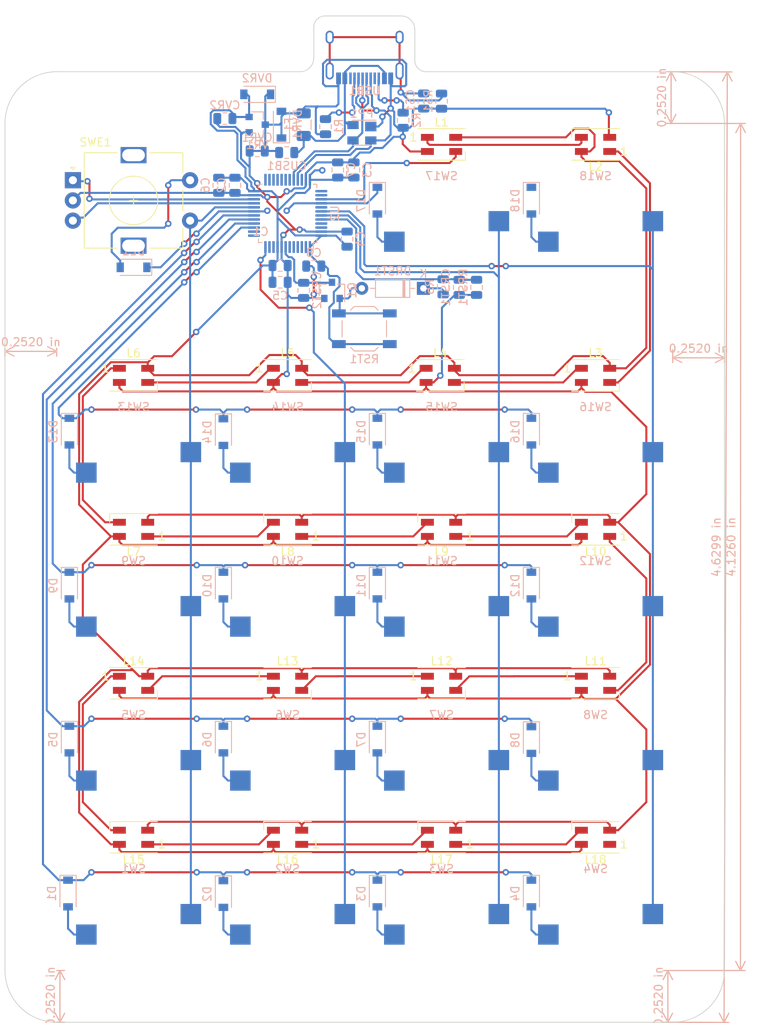
<source format=kicad_pcb>
(kicad_pcb (version 20171130) (host pcbnew "(5.1.5-0-10_14)")
  (layers (0 F.Cu signal) (31 B.Cu signal) (34 B.Paste user) (35 F.Paste user) (36 B.SilkS user) (37 F.SilkS user) (38 B.Mask user) (39 F.Mask user) (44 Edge.Cuts user))
  (net 0 "")
  (net 1 +5V)
  (net 2 +3V3)
  (net 3 BOOT0)
  (net 4 NRST)
  (net 5 "Net-(CS1-Pad1)")
  (net 6 VBUS)
  (net 7 "Net-(D1-Pad2)")
  (net 8 row4)
  (net 9 "Net-(D2-Pad2)")
  (net 10 "Net-(D3-Pad2)")
  (net 11 "Net-(D4-Pad2)")
  (net 12 "Net-(D5-Pad2)")
  (net 13 row3)
  (net 14 "Net-(D6-Pad2)")
  (net 15 "Net-(D7-Pad2)")
  (net 16 "Net-(D8-Pad2)")
  (net 17 "Net-(D9-Pad2)")
  (net 18 row2)
  (net 19 "Net-(D10-Pad2)")
  (net 20 "Net-(D11-Pad2)")
  (net 21 "Net-(D12-Pad2)")
  (net 22 "Net-(D13-Pad2)")
  (net 23 "Net-(D14-Pad2)")
  (net 24 row1)
  (net 25 "Net-(D15-Pad2)")
  (net 26 "Net-(D16-Pad2)")
  (net 27 row0)
  (net 28 "Net-(D17-Pad2)")
  (net 29 "Net-(D18-Pad2)")
  (net 30 "Net-(DE1-Pad2)")
  (net 31 "Net-(DRST1-Pad2)")
  (net 32 "Net-(DRST1-Pad1)")
  (net 33 RGBLED)
  (net 34 D-)
  (net 35 D+)
  (net 36 "Net-(R1-Pad2)")
  (net 37 "Net-(R2-Pad2)")
  (net 38 col0)
  (net 39 col1)
  (net 40 col2)
  (net 41 col3)
  (net 42 Enc1A)
  (net 43 Enc1B)
  (net 44 "Net-(U2-Pad46)")
  (net 45 SWDIO)
  (net 46 SWCLK)
  (net 47 "Net-(U2-Pad34)")
  (net 48 "Net-(U2-Pad28)")
  (net 49 "Net-(U2-Pad27)")
  (net 50 "Net-(U2-Pad26)")
  (net 51 "Net-(U2-Pad25)")
  (net 52 "Net-(U2-Pad6)")
  (net 53 "Net-(U2-Pad5)")
  (net 54 "Net-(U2-Pad4)")
  (net 55 "Net-(U2-Pad3)")
  (net 56 "Net-(USB1-Pad3)")
  (net 57 "Net-(USB1-Pad9)")
  (net 58 "Net-(U2-Pad2)")
  (net 59 "Net-(U2-Pad29)")
  (net 60 "Net-(U2-Pad13)")
  (net 61 "Net-(U2-Pad11)")
  (net 62 "Net-(U2-Pad10)")
  (net 63 "Net-(U2-Pad31)")
  (net 64 "Net-(U2-Pad30)")
  (net 65 "Net-(U2-Pad14)")
  (net 66 "Net-(L1-Pad1)")
  (net 67 "Net-(L2-Pad1)")
  (net 68 "Net-(L3-Pad1)")
  (net 69 "Net-(L4-Pad1)")
  (net 70 "Net-(L5-Pad1)")
  (net 71 "Net-(L6-Pad1)")
  (net 72 "Net-(L7-Pad1)")
  (net 73 "Net-(L8-Pad1)")
  (net 74 "Net-(L10-Pad1)")
  (net 75 "Net-(L10-Pad3)")
  (net 76 "Net-(L11-Pad1)")
  (net 77 "Net-(L12-Pad1)")
  (net 78 "Net-(L13-Pad1)")
  (net 79 "Net-(L14-Pad1)")
  (net 80 "Net-(L15-Pad1)")
  (net 81 "Net-(L16-Pad1)")
  (net 82 "Net-(L17-Pad1)")
  (net 83 "Net-(L18-Pad1)")
  (net 84 "Net-(U2-Pad41)")
  (net 85 "Net-(U2-Pad45)")
  (module Capacitor_SMD:C_0805_2012Metric (layer B.Cu) (at 131.63125 67.25)
    (fp_text reference C5 (at 0 1.65) (layer B.SilkS) (effects (justify mirror)))
    (fp_text value 0.1uF)
    (pad 2 smd roundrect (at 0.9375 0) (size 0.975 1.4) (layers B.Cu B.Paste B.Mask) (net 1 +5V))
    (pad 1 smd roundrect (at -0.9375 0) (size 0.975 1.4) (layers B.Cu B.Paste B.Mask) (net 2 +3V3))
  )
  (module MX_Only:MXOnly-1U-Hotswap (layer F.Cu) (at 170.65625 142.875 180)
    (fp_text reference SW4)
    (fp_text value SW_PUSH)
    (fp_text user %R (at 0 3.048) (layer B.SilkS) (effects (justify mirror)))
    (pad 2 smd rect (at 5.842 -5.08 180) (size 2.55 2.5) (layers B.Cu B.Paste B.Mask) (net 11 "Net-(D4-Pad2)"))
    (pad 1 smd rect (at -7.085 -2.54 180) (size 2.55 2.5) (layers B.Cu B.Paste B.Mask) (net 41 col3))
    (pad "" np_thru_hole circle (at 5.08 0 228.0996) (size 1.75 1.75) (drill 1.75) (layers *.Cu *.Mask))
    (pad "" np_thru_hole circle (at -5.08 0 228.0996) (size 1.75 1.75) (drill 1.75) (layers *.Cu *.Mask))
    (pad "" np_thru_hole circle (at -3.81 -2.54 180) (size 3 3) (drill 3) (layers *.Cu *.Mask))
    (pad "" np_thru_hole circle (at 0 0 180) (size 3.9878 3.9878) (drill 3.9878) (layers *.Cu *.Mask))
    (pad "" np_thru_hole circle (at 2.54 -5.08 180) (size 3 3) (drill 3) (layers *.Cu *.Mask))
  )
  (module MX_Only:MXOnly-1U-Hotswap (layer F.Cu) (at 151.60625 142.875 180)
    (fp_text reference SW3)
    (fp_text value SW_PUSH)
    (fp_text user %R (at 0 3.048) (layer B.SilkS) (effects (justify mirror)))
    (pad 2 smd rect (at 5.842 -5.08 180) (size 2.55 2.5) (layers B.Cu B.Paste B.Mask) (net 10 "Net-(D3-Pad2)"))
    (pad 1 smd rect (at -7.085 -2.54 180) (size 2.55 2.5) (layers B.Cu B.Paste B.Mask) (net 40 col2))
    (pad "" np_thru_hole circle (at 5.08 0 228.0996) (size 1.75 1.75) (drill 1.75) (layers *.Cu *.Mask))
    (pad "" np_thru_hole circle (at -5.08 0 228.0996) (size 1.75 1.75) (drill 1.75) (layers *.Cu *.Mask))
    (pad "" np_thru_hole circle (at -3.81 -2.54 180) (size 3 3) (drill 3) (layers *.Cu *.Mask))
    (pad "" np_thru_hole circle (at 0 0 180) (size 3.9878 3.9878) (drill 3.9878) (layers *.Cu *.Mask))
    (pad "" np_thru_hole circle (at 2.54 -5.08 180) (size 3 3) (drill 3) (layers *.Cu *.Mask))
  )
  (module MX_Only:MXOnly-1U-Hotswap (layer F.Cu) (at 113.50625 142.875 180)
    (fp_text reference SW1)
    (fp_text value SW_PUSH)
    (fp_text user %R (at 0 3.048) (layer B.SilkS) (effects (justify mirror)))
    (pad 2 smd rect (at 5.842 -5.08 180) (size 2.55 2.5) (layers B.Cu B.Paste B.Mask) (net 7 "Net-(D1-Pad2)"))
    (pad 1 smd rect (at -7.085 -2.54 180) (size 2.55 2.5) (layers B.Cu B.Paste B.Mask) (net 38 col0))
    (pad "" np_thru_hole circle (at 5.08 0 228.0996) (size 1.75 1.75) (drill 1.75) (layers *.Cu *.Mask))
    (pad "" np_thru_hole circle (at -5.08 0 228.0996) (size 1.75 1.75) (drill 1.75) (layers *.Cu *.Mask))
    (pad "" np_thru_hole circle (at -3.81 -2.54 180) (size 3 3) (drill 3) (layers *.Cu *.Mask))
    (pad "" np_thru_hole circle (at 0 0 180) (size 3.9878 3.9878) (drill 3.9878) (layers *.Cu *.Mask))
    (pad "" np_thru_hole circle (at 2.54 -5.08 180) (size 3 3) (drill 3) (layers *.Cu *.Mask))
  )
  (module MX_Only:MXOnly-1U-Hotswap (layer F.Cu) (at 113.50625 123.825 180)
    (fp_text reference SW5)
    (fp_text value SW_PUSH)
    (fp_text user %R (at 0 3.048) (layer B.SilkS) (effects (justify mirror)))
    (pad 2 smd rect (at 5.842 -5.08 180) (size 2.55 2.5) (layers B.Cu B.Paste B.Mask) (net 12 "Net-(D5-Pad2)"))
    (pad 1 smd rect (at -7.085 -2.54 180) (size 2.55 2.5) (layers B.Cu B.Paste B.Mask) (net 38 col0))
    (pad "" np_thru_hole circle (at 5.08 0 228.0996) (size 1.75 1.75) (drill 1.75) (layers *.Cu *.Mask))
    (pad "" np_thru_hole circle (at -5.08 0 228.0996) (size 1.75 1.75) (drill 1.75) (layers *.Cu *.Mask))
    (pad "" np_thru_hole circle (at -3.81 -2.54 180) (size 3 3) (drill 3) (layers *.Cu *.Mask))
    (pad "" np_thru_hole circle (at 0 0 180) (size 3.9878 3.9878) (drill 3.9878) (layers *.Cu *.Mask))
    (pad "" np_thru_hole circle (at 2.54 -5.08 180) (size 3 3) (drill 3) (layers *.Cu *.Mask))
  )
  (module MX_Only:MXOnly-1U-Hotswap (layer F.Cu) (at 170.65625 123.825 180)
    (fp_text reference SW8)
    (fp_text value SW_PUSH)
    (fp_text user %R (at 0 3.048) (layer B.SilkS) (effects (justify mirror)))
    (pad 2 smd rect (at 5.842 -5.08 180) (size 2.55 2.5) (layers B.Cu B.Paste B.Mask) (net 16 "Net-(D8-Pad2)"))
    (pad 1 smd rect (at -7.085 -2.54 180) (size 2.55 2.5) (layers B.Cu B.Paste B.Mask) (net 41 col3))
    (pad "" np_thru_hole circle (at 5.08 0 228.0996) (size 1.75 1.75) (drill 1.75) (layers *.Cu *.Mask))
    (pad "" np_thru_hole circle (at -5.08 0 228.0996) (size 1.75 1.75) (drill 1.75) (layers *.Cu *.Mask))
    (pad "" np_thru_hole circle (at -3.81 -2.54 180) (size 3 3) (drill 3) (layers *.Cu *.Mask))
    (pad "" np_thru_hole circle (at 0 0 180) (size 3.9878 3.9878) (drill 3.9878) (layers *.Cu *.Mask))
    (pad "" np_thru_hole circle (at 2.54 -5.08 180) (size 3 3) (drill 3) (layers *.Cu *.Mask))
  )
  (module MX_Only:MXOnly-1U-Hotswap (layer F.Cu) (at 132.55625 104.775 180)
    (fp_text reference SW10)
    (fp_text value SW_PUSH)
    (fp_text user %R (at 0 3.048) (layer B.SilkS) (effects (justify mirror)))
    (pad 2 smd rect (at 5.842 -5.08 180) (size 2.55 2.5) (layers B.Cu B.Paste B.Mask) (net 19 "Net-(D10-Pad2)"))
    (pad 1 smd rect (at -7.085 -2.54 180) (size 2.55 2.5) (layers B.Cu B.Paste B.Mask) (net 39 col1))
    (pad "" np_thru_hole circle (at 5.08 0 228.0996) (size 1.75 1.75) (drill 1.75) (layers *.Cu *.Mask))
    (pad "" np_thru_hole circle (at -5.08 0 228.0996) (size 1.75 1.75) (drill 1.75) (layers *.Cu *.Mask))
    (pad "" np_thru_hole circle (at -3.81 -2.54 180) (size 3 3) (drill 3) (layers *.Cu *.Mask))
    (pad "" np_thru_hole circle (at 0 0 180) (size 3.9878 3.9878) (drill 3.9878) (layers *.Cu *.Mask))
    (pad "" np_thru_hole circle (at 2.54 -5.08 180) (size 3 3) (drill 3) (layers *.Cu *.Mask))
  )
  (module MX_Only:MXOnly-1U-Hotswap (layer F.Cu) (at 151.60625 85.725 180)
    (fp_text reference SW15)
    (fp_text value SW_PUSH)
    (fp_text user %R (at 0 3.048) (layer B.SilkS) (effects (justify mirror)))
    (pad 2 smd rect (at 5.842 -5.08 180) (size 2.55 2.5) (layers B.Cu B.Paste B.Mask) (net 25 "Net-(D15-Pad2)"))
    (pad 1 smd rect (at -7.085 -2.54 180) (size 2.55 2.5) (layers B.Cu B.Paste B.Mask) (net 40 col2))
    (pad "" np_thru_hole circle (at 5.08 0 228.0996) (size 1.75 1.75) (drill 1.75) (layers *.Cu *.Mask))
    (pad "" np_thru_hole circle (at -5.08 0 228.0996) (size 1.75 1.75) (drill 1.75) (layers *.Cu *.Mask))
    (pad "" np_thru_hole circle (at -3.81 -2.54 180) (size 3 3) (drill 3) (layers *.Cu *.Mask))
    (pad "" np_thru_hole circle (at 0 0 180) (size 3.9878 3.9878) (drill 3.9878) (layers *.Cu *.Mask))
    (pad "" np_thru_hole circle (at 2.54 -5.08 180) (size 3 3) (drill 3) (layers *.Cu *.Mask))
  )
  (module MX_Only:MXOnly-1U-Hotswap (layer F.Cu) (at 113.50625 85.725 180)
    (fp_text reference SW13)
    (fp_text value SW_PUSH)
    (fp_text user %R (at 0 3.048) (layer B.SilkS) (effects (justify mirror)))
    (pad 2 smd rect (at 5.842 -5.08 180) (size 2.55 2.5) (layers B.Cu B.Paste B.Mask) (net 22 "Net-(D13-Pad2)"))
    (pad 1 smd rect (at -7.085 -2.54 180) (size 2.55 2.5) (layers B.Cu B.Paste B.Mask) (net 38 col0))
    (pad "" np_thru_hole circle (at 5.08 0 228.0996) (size 1.75 1.75) (drill 1.75) (layers *.Cu *.Mask))
    (pad "" np_thru_hole circle (at -5.08 0 228.0996) (size 1.75 1.75) (drill 1.75) (layers *.Cu *.Mask))
    (pad "" np_thru_hole circle (at -3.81 -2.54 180) (size 3 3) (drill 3) (layers *.Cu *.Mask))
    (pad "" np_thru_hole circle (at 0 0 180) (size 3.9878 3.9878) (drill 3.9878) (layers *.Cu *.Mask))
    (pad "" np_thru_hole circle (at 2.54 -5.08 180) (size 3 3) (drill 3) (layers *.Cu *.Mask))
  )
  (module MX_Only:MXOnly-1U-Hotswap (layer F.Cu) (at 170.65625 85.725 180)
    (fp_text reference SW16)
    (fp_text value SW_PUSH)
    (fp_text user %R (at 0 3.048) (layer B.SilkS) (effects (justify mirror)))
    (pad 2 smd rect (at 5.842 -5.08 180) (size 2.55 2.5) (layers B.Cu B.Paste B.Mask) (net 26 "Net-(D16-Pad2)"))
    (pad 1 smd rect (at -7.085 -2.54 180) (size 2.55 2.5) (layers B.Cu B.Paste B.Mask) (net 41 col3))
    (pad "" np_thru_hole circle (at 5.08 0 228.0996) (size 1.75 1.75) (drill 1.75) (layers *.Cu *.Mask))
    (pad "" np_thru_hole circle (at -5.08 0 228.0996) (size 1.75 1.75) (drill 1.75) (layers *.Cu *.Mask))
    (pad "" np_thru_hole circle (at -3.81 -2.54 180) (size 3 3) (drill 3) (layers *.Cu *.Mask))
    (pad "" np_thru_hole circle (at 0 0 180) (size 3.9878 3.9878) (drill 3.9878) (layers *.Cu *.Mask))
    (pad "" np_thru_hole circle (at 2.54 -5.08 180) (size 3 3) (drill 3) (layers *.Cu *.Mask))
  )
  (module MX_Only:MXOnly-1U-Hotswap (layer F.Cu) (at 132.55625 85.725 180)
    (fp_text reference SW14)
    (fp_text value SW_PUSH)
    (fp_text user %R (at 0 3.048) (layer B.SilkS) (effects (justify mirror)))
    (pad 2 smd rect (at 5.842 -5.08 180) (size 2.55 2.5) (layers B.Cu B.Paste B.Mask) (net 23 "Net-(D14-Pad2)"))
    (pad 1 smd rect (at -7.085 -2.54 180) (size 2.55 2.5) (layers B.Cu B.Paste B.Mask) (net 39 col1))
    (pad "" np_thru_hole circle (at 5.08 0 228.0996) (size 1.75 1.75) (drill 1.75) (layers *.Cu *.Mask))
    (pad "" np_thru_hole circle (at -5.08 0 228.0996) (size 1.75 1.75) (drill 1.75) (layers *.Cu *.Mask))
    (pad "" np_thru_hole circle (at -3.81 -2.54 180) (size 3 3) (drill 3) (layers *.Cu *.Mask))
    (pad "" np_thru_hole circle (at 0 0 180) (size 3.9878 3.9878) (drill 3.9878) (layers *.Cu *.Mask))
    (pad "" np_thru_hole circle (at 2.54 -5.08 180) (size 3 3) (drill 3) (layers *.Cu *.Mask))
  )
  (module Button_Switch_SMD:SW_SPST_TL3342 (layer B.Cu) (at 142.05 73)
    (fp_text reference RST1 (at 0 3.75) (layer B.SilkS) (effects (justify mirror)))
    (fp_text value SW_PUSH)
    (pad 2 smd rect (at 3.15 -1.9) (size 1.7 1) (layers B.Cu B.Paste B.Mask) (net 31 "Net-(DRST1-Pad2)"))
    (pad 2 smd rect (at -3.15 -1.9) (size 1.7 1) (layers B.Cu B.Paste B.Mask) (net 31 "Net-(DRST1-Pad2)"))
    (pad 1 smd rect (at 3.15 1.9) (size 1.7 1) (layers B.Cu B.Paste B.Mask) (net 2 +3V3))
    (pad 1 smd rect (at -3.15 1.9) (size 1.7 1) (layers B.Cu B.Paste B.Mask) (net 2 +3V3))
  )
  (module MX_Only:MXOnly-1U-Hotswap (layer F.Cu) (at 151.60625 57.15 180)
    (fp_text reference SW17)
    (fp_text value SW_PUSH)
    (fp_text user %R (at 0 3.048) (layer B.SilkS) (effects (justify mirror)))
    (pad 2 smd rect (at 5.842 -5.08 180) (size 2.55 2.5) (layers B.Cu B.Paste B.Mask) (net 28 "Net-(D17-Pad2)"))
    (pad 1 smd rect (at -7.085 -2.54 180) (size 2.55 2.5) (layers B.Cu B.Paste B.Mask) (net 40 col2))
    (pad "" np_thru_hole circle (at 5.08 0 228.0996) (size 1.75 1.75) (drill 1.75) (layers *.Cu *.Mask))
    (pad "" np_thru_hole circle (at -5.08 0 228.0996) (size 1.75 1.75) (drill 1.75) (layers *.Cu *.Mask))
    (pad "" np_thru_hole circle (at -3.81 -2.54 180) (size 3 3) (drill 3) (layers *.Cu *.Mask))
    (pad "" np_thru_hole circle (at 0 0 180) (size 3.9878 3.9878) (drill 3.9878) (layers *.Cu *.Mask))
    (pad "" np_thru_hole circle (at 2.54 -5.08 180) (size 3 3) (drill 3) (layers *.Cu *.Mask))
  )
  (module LED_SMD:LED_SK6812MINI_PLCC4_3.5x3.5mm_P1.75mm (layer F.Cu) (at 170.65625 135.91875 180)
    (fp_text reference L18 (at 0 -2.75) (layer F.SilkS))
    (fp_text value SK6812MINI)
    (fp_text user 1 (at -3.5 -0.875) (layer F.SilkS))
    (pad 1 smd rect (at -1.75 -0.875 180) (size 1.6 0.85) (layers F.Cu F.Paste F.Mask) (net 83 "Net-(L18-Pad1)"))
    (pad 2 smd rect (at -1.75 0.875 180) (size 1.6 0.85) (layers F.Cu F.Paste F.Mask) (net 1 +5V))
    (pad 4 smd rect (at 1.75 -0.875 180) (size 1.6 0.85) (layers F.Cu F.Paste F.Mask) (net 2 +3V3))
    (pad 3 smd rect (at 1.75 0.875 180) (size 1.6 0.85) (layers F.Cu F.Paste F.Mask) (net 82 "Net-(L17-Pad1)"))
  )
  (module LED_SMD:LED_SK6812MINI_PLCC4_3.5x3.5mm_P1.75mm (layer F.Cu) (at 151.60625 135.91875 180)
    (fp_text reference L17 (at 0 -2.75) (layer F.SilkS))
    (fp_text value SK6812MINI)
    (fp_text user 1 (at -3.5 -0.875) (layer F.SilkS))
    (pad 1 smd rect (at -1.75 -0.875 180) (size 1.6 0.85) (layers F.Cu F.Paste F.Mask) (net 82 "Net-(L17-Pad1)"))
    (pad 2 smd rect (at -1.75 0.875 180) (size 1.6 0.85) (layers F.Cu F.Paste F.Mask) (net 1 +5V))
    (pad 4 smd rect (at 1.75 -0.875 180) (size 1.6 0.85) (layers F.Cu F.Paste F.Mask) (net 2 +3V3))
    (pad 3 smd rect (at 1.75 0.875 180) (size 1.6 0.85) (layers F.Cu F.Paste F.Mask) (net 81 "Net-(L16-Pad1)"))
  )
  (module LED_SMD:LED_SK6812MINI_PLCC4_3.5x3.5mm_P1.75mm (layer F.Cu) (at 132.55625 135.91875 180)
    (fp_text reference L16 (at 0 -2.75) (layer F.SilkS))
    (fp_text value SK6812MINI)
    (fp_text user 1 (at -3.5 -0.875) (layer F.SilkS))
    (pad 1 smd rect (at -1.75 -0.875 180) (size 1.6 0.85) (layers F.Cu F.Paste F.Mask) (net 81 "Net-(L16-Pad1)"))
    (pad 2 smd rect (at -1.75 0.875 180) (size 1.6 0.85) (layers F.Cu F.Paste F.Mask) (net 1 +5V))
    (pad 4 smd rect (at 1.75 -0.875 180) (size 1.6 0.85) (layers F.Cu F.Paste F.Mask) (net 2 +3V3))
    (pad 3 smd rect (at 1.75 0.875 180) (size 1.6 0.85) (layers F.Cu F.Paste F.Mask) (net 80 "Net-(L15-Pad1)"))
  )
  (module LED_SMD:LED_SK6812MINI_PLCC4_3.5x3.5mm_P1.75mm (layer F.Cu) (at 113.50625 135.91875 180)
    (fp_text reference L15 (at 0 -2.75) (layer F.SilkS))
    (fp_text value SK6812MINI)
    (fp_text user 1 (at -3.5 -0.875) (layer F.SilkS))
    (pad 1 smd rect (at -1.75 -0.875 180) (size 1.6 0.85) (layers F.Cu F.Paste F.Mask) (net 80 "Net-(L15-Pad1)"))
    (pad 2 smd rect (at -1.75 0.875 180) (size 1.6 0.85) (layers F.Cu F.Paste F.Mask) (net 1 +5V))
    (pad 4 smd rect (at 1.75 -0.875 180) (size 1.6 0.85) (layers F.Cu F.Paste F.Mask) (net 2 +3V3))
    (pad 3 smd rect (at 1.75 0.875 180) (size 1.6 0.85) (layers F.Cu F.Paste F.Mask) (net 79 "Net-(L14-Pad1)"))
  )
  (module LED_SMD:LED_SK6812MINI_PLCC4_3.5x3.5mm_P1.75mm (layer F.Cu) (at 113.50625 116.86875)
    (fp_text reference L14 (at 0 -2.75) (layer F.SilkS))
    (fp_text value SK6812MINI)
    (fp_text user 1 (at -3.5 -0.875) (layer F.SilkS))
    (pad 1 smd rect (at -1.75 -0.875) (size 1.6 0.85) (layers F.Cu F.Paste F.Mask) (net 79 "Net-(L14-Pad1)"))
    (pad 2 smd rect (at -1.75 0.875) (size 1.6 0.85) (layers F.Cu F.Paste F.Mask) (net 1 +5V))
    (pad 4 smd rect (at 1.75 -0.875) (size 1.6 0.85) (layers F.Cu F.Paste F.Mask) (net 2 +3V3))
    (pad 3 smd rect (at 1.75 0.875) (size 1.6 0.85) (layers F.Cu F.Paste F.Mask) (net 78 "Net-(L13-Pad1)"))
  )
  (module LED_SMD:LED_SK6812MINI_PLCC4_3.5x3.5mm_P1.75mm (layer F.Cu) (at 132.55625 116.86875)
    (fp_text reference L13 (at 0 -2.75) (layer F.SilkS))
    (fp_text value SK6812MINI)
    (fp_text user 1 (at -3.5 -0.875) (layer F.SilkS))
    (pad 1 smd rect (at -1.75 -0.875) (size 1.6 0.85) (layers F.Cu F.Paste F.Mask) (net 78 "Net-(L13-Pad1)"))
    (pad 2 smd rect (at -1.75 0.875) (size 1.6 0.85) (layers F.Cu F.Paste F.Mask) (net 1 +5V))
    (pad 4 smd rect (at 1.75 -0.875) (size 1.6 0.85) (layers F.Cu F.Paste F.Mask) (net 2 +3V3))
    (pad 3 smd rect (at 1.75 0.875) (size 1.6 0.85) (layers F.Cu F.Paste F.Mask) (net 77 "Net-(L12-Pad1)"))
  )
  (module LED_SMD:LED_SK6812MINI_PLCC4_3.5x3.5mm_P1.75mm (layer F.Cu) (at 151.60625 116.86875)
    (fp_text reference L12 (at 0 -2.75) (layer F.SilkS))
    (fp_text value SK6812MINI)
    (fp_text user 1 (at -3.5 -0.875) (layer F.SilkS))
    (pad 1 smd rect (at -1.75 -0.875) (size 1.6 0.85) (layers F.Cu F.Paste F.Mask) (net 77 "Net-(L12-Pad1)"))
    (pad 2 smd rect (at -1.75 0.875) (size 1.6 0.85) (layers F.Cu F.Paste F.Mask) (net 1 +5V))
    (pad 4 smd rect (at 1.75 -0.875) (size 1.6 0.85) (layers F.Cu F.Paste F.Mask) (net 2 +3V3))
    (pad 3 smd rect (at 1.75 0.875) (size 1.6 0.85) (layers F.Cu F.Paste F.Mask) (net 76 "Net-(L11-Pad1)"))
  )
  (module LED_SMD:LED_SK6812MINI_PLCC4_3.5x3.5mm_P1.75mm (layer F.Cu) (at 170.65625 116.86875)
    (fp_text reference L11 (at 0 -2.75) (layer F.SilkS))
    (fp_text value SK6812MINI)
    (fp_text user 1 (at -3.5 -0.875) (layer F.SilkS))
    (pad 1 smd rect (at -1.75 -0.875) (size 1.6 0.85) (layers F.Cu F.Paste F.Mask) (net 76 "Net-(L11-Pad1)"))
    (pad 2 smd rect (at -1.75 0.875) (size 1.6 0.85) (layers F.Cu F.Paste F.Mask) (net 1 +5V))
    (pad 4 smd rect (at 1.75 -0.875) (size 1.6 0.85) (layers F.Cu F.Paste F.Mask) (net 2 +3V3))
    (pad 3 smd rect (at 1.75 0.875) (size 1.6 0.85) (layers F.Cu F.Paste F.Mask) (net 74 "Net-(L10-Pad1)"))
  )
  (module LED_SMD:LED_SK6812MINI_PLCC4_3.5x3.5mm_P1.75mm (layer F.Cu) (at 170.65625 97.81875 180)
    (fp_text reference L10 (at 0 -2.75) (layer F.SilkS))
    (fp_text value SK6812MINI)
    (fp_text user 1 (at -3.5 -0.875) (layer F.SilkS))
    (pad 1 smd rect (at -1.75 -0.875 180) (size 1.6 0.85) (layers F.Cu F.Paste F.Mask) (net 74 "Net-(L10-Pad1)"))
    (pad 2 smd rect (at -1.75 0.875 180) (size 1.6 0.85) (layers F.Cu F.Paste F.Mask) (net 1 +5V))
    (pad 4 smd rect (at 1.75 -0.875 180) (size 1.6 0.85) (layers F.Cu F.Paste F.Mask) (net 2 +3V3))
    (pad 3 smd rect (at 1.75 0.875 180) (size 1.6 0.85) (layers F.Cu F.Paste F.Mask) (net 75 "Net-(L10-Pad3)"))
  )
  (module LED_SMD:LED_SK6812MINI_PLCC4_3.5x3.5mm_P1.75mm (layer F.Cu) (at 151.60625 97.81875 180)
    (fp_text reference L9 (at 0 -2.75) (layer F.SilkS))
    (fp_text value SK6812MINI)
    (fp_text user 1 (at -3.5 -0.875) (layer F.SilkS))
    (pad 1 smd rect (at -1.75 -0.875 180) (size 1.6 0.85) (layers F.Cu F.Paste F.Mask) (net 75 "Net-(L10-Pad3)"))
    (pad 2 smd rect (at -1.75 0.875 180) (size 1.6 0.85) (layers F.Cu F.Paste F.Mask) (net 1 +5V))
    (pad 4 smd rect (at 1.75 -0.875 180) (size 1.6 0.85) (layers F.Cu F.Paste F.Mask) (net 2 +3V3))
    (pad 3 smd rect (at 1.75 0.875 180) (size 1.6 0.85) (layers F.Cu F.Paste F.Mask) (net 73 "Net-(L8-Pad1)"))
  )
  (module LED_SMD:LED_SK6812MINI_PLCC4_3.5x3.5mm_P1.75mm (layer F.Cu) (at 132.55625 97.81875 180)
    (fp_text reference L8 (at 0 -2.75) (layer F.SilkS))
    (fp_text value SK6812MINI)
    (fp_text user 1 (at -3.5 -0.875) (layer F.SilkS))
    (pad 1 smd rect (at -1.75 -0.875 180) (size 1.6 0.85) (layers F.Cu F.Paste F.Mask) (net 73 "Net-(L8-Pad1)"))
    (pad 2 smd rect (at -1.75 0.875 180) (size 1.6 0.85) (layers F.Cu F.Paste F.Mask) (net 1 +5V))
    (pad 4 smd rect (at 1.75 -0.875 180) (size 1.6 0.85) (layers F.Cu F.Paste F.Mask) (net 2 +3V3))
    (pad 3 smd rect (at 1.75 0.875 180) (size 1.6 0.85) (layers F.Cu F.Paste F.Mask) (net 72 "Net-(L7-Pad1)"))
  )
  (module LED_SMD:LED_SK6812MINI_PLCC4_3.5x3.5mm_P1.75mm (layer F.Cu) (at 113.50625 97.81875 180)
    (fp_text reference L7 (at 0 -2.75) (layer F.SilkS))
    (fp_text value SK6812MINI)
    (fp_text user 1 (at -3.5 -0.875) (layer F.SilkS))
    (pad 1 smd rect (at -1.75 -0.875 180) (size 1.6 0.85) (layers F.Cu F.Paste F.Mask) (net 72 "Net-(L7-Pad1)"))
    (pad 2 smd rect (at -1.75 0.875 180) (size 1.6 0.85) (layers F.Cu F.Paste F.Mask) (net 1 +5V))
    (pad 4 smd rect (at 1.75 -0.875 180) (size 1.6 0.85) (layers F.Cu F.Paste F.Mask) (net 2 +3V3))
    (pad 3 smd rect (at 1.75 0.875 180) (size 1.6 0.85) (layers F.Cu F.Paste F.Mask) (net 71 "Net-(L6-Pad1)"))
  )
  (module LED_SMD:LED_SK6812MINI_PLCC4_3.5x3.5mm_P1.75mm (layer F.Cu) (at 113.50625 78.76875)
    (fp_text reference L6 (at 0 -2.75) (layer F.SilkS))
    (fp_text value SK6812MINI)
    (fp_text user 1 (at -3.5 -0.875) (layer F.SilkS))
    (pad 1 smd rect (at -1.75 -0.875) (size 1.6 0.85) (layers F.Cu F.Paste F.Mask) (net 71 "Net-(L6-Pad1)"))
    (pad 2 smd rect (at -1.75 0.875) (size 1.6 0.85) (layers F.Cu F.Paste F.Mask) (net 1 +5V))
    (pad 4 smd rect (at 1.75 -0.875) (size 1.6 0.85) (layers F.Cu F.Paste F.Mask) (net 2 +3V3))
    (pad 3 smd rect (at 1.75 0.875) (size 1.6 0.85) (layers F.Cu F.Paste F.Mask) (net 70 "Net-(L5-Pad1)"))
  )
  (module LED_SMD:LED_SK6812MINI_PLCC4_3.5x3.5mm_P1.75mm (layer F.Cu) (at 132.55625 78.76875)
    (fp_text reference L5 (at 0 -2.75) (layer F.SilkS))
    (fp_text value SK6812MINI)
    (fp_text user 1 (at -3.5 -0.875) (layer F.SilkS))
    (pad 1 smd rect (at -1.75 -0.875) (size 1.6 0.85) (layers F.Cu F.Paste F.Mask) (net 70 "Net-(L5-Pad1)"))
    (pad 2 smd rect (at -1.75 0.875) (size 1.6 0.85) (layers F.Cu F.Paste F.Mask) (net 1 +5V))
    (pad 4 smd rect (at 1.75 -0.875) (size 1.6 0.85) (layers F.Cu F.Paste F.Mask) (net 2 +3V3))
    (pad 3 smd rect (at 1.75 0.875) (size 1.6 0.85) (layers F.Cu F.Paste F.Mask) (net 69 "Net-(L4-Pad1)"))
  )
  (module LED_SMD:LED_SK6812MINI_PLCC4_3.5x3.5mm_P1.75mm (layer F.Cu) (at 151.44375 78.76875)
    (fp_text reference L4 (at 0 -2.75) (layer F.SilkS))
    (fp_text value SK6812MINI)
    (fp_text user 1 (at -3.5 -0.875) (layer F.SilkS))
    (pad 1 smd rect (at -1.75 -0.875) (size 1.6 0.85) (layers F.Cu F.Paste F.Mask) (net 69 "Net-(L4-Pad1)"))
    (pad 2 smd rect (at -1.75 0.875) (size 1.6 0.85) (layers F.Cu F.Paste F.Mask) (net 1 +5V))
    (pad 4 smd rect (at 1.75 -0.875) (size 1.6 0.85) (layers F.Cu F.Paste F.Mask) (net 2 +3V3))
    (pad 3 smd rect (at 1.75 0.875) (size 1.6 0.85) (layers F.Cu F.Paste F.Mask) (net 68 "Net-(L3-Pad1)"))
  )
  (module LED_SMD:LED_SK6812MINI_PLCC4_3.5x3.5mm_P1.75mm (layer F.Cu) (at 170.65625 78.76875)
    (fp_text reference L3 (at 0 -2.75) (layer F.SilkS))
    (fp_text value SK6812MINI)
    (fp_text user 1 (at -3.5 -0.875) (layer F.SilkS))
    (pad 1 smd rect (at -1.75 -0.875) (size 1.6 0.85) (layers F.Cu F.Paste F.Mask) (net 68 "Net-(L3-Pad1)"))
    (pad 2 smd rect (at -1.75 0.875) (size 1.6 0.85) (layers F.Cu F.Paste F.Mask) (net 1 +5V))
    (pad 4 smd rect (at 1.75 -0.875) (size 1.6 0.85) (layers F.Cu F.Paste F.Mask) (net 2 +3V3))
    (pad 3 smd rect (at 1.75 0.875) (size 1.6 0.85) (layers F.Cu F.Paste F.Mask) (net 67 "Net-(L2-Pad1)"))
  )
  (module LED_SMD:LED_SK6812MINI_PLCC4_3.5x3.5mm_P1.75mm (layer F.Cu) (at 170.65625 50.19375 180)
    (fp_text reference L2 (at 0 -2.75) (layer F.SilkS))
    (fp_text value SK6812MINI)
    (fp_text user 1 (at -3.5 -0.875) (layer F.SilkS))
    (pad 1 smd rect (at -1.75 -0.875 180) (size 1.6 0.85) (layers F.Cu F.Paste F.Mask) (net 67 "Net-(L2-Pad1)"))
    (pad 2 smd rect (at -1.75 0.875 180) (size 1.6 0.85) (layers F.Cu F.Paste F.Mask) (net 1 +5V))
    (pad 4 smd rect (at 1.75 -0.875 180) (size 1.6 0.85) (layers F.Cu F.Paste F.Mask) (net 2 +3V3))
    (pad 3 smd rect (at 1.75 0.875 180) (size 1.6 0.85) (layers F.Cu F.Paste F.Mask) (net 66 "Net-(L1-Pad1)"))
  )
  (module LED_SMD:LED_SK6812MINI_PLCC4_3.5x3.5mm_P1.75mm (layer F.Cu) (at 151.60625 50.19375)
    (fp_text reference L1 (at 0 -2.75) (layer F.SilkS))
    (fp_text value SK6812MINI)
    (fp_text user 1 (at -3.5 -0.875) (layer F.SilkS))
    (pad 1 smd rect (at -1.75 -0.875) (size 1.6 0.85) (layers F.Cu F.Paste F.Mask) (net 66 "Net-(L1-Pad1)"))
    (pad 2 smd rect (at -1.75 0.875) (size 1.6 0.85) (layers F.Cu F.Paste F.Mask) (net 1 +5V))
    (pad 4 smd rect (at 1.75 -0.875) (size 1.6 0.85) (layers F.Cu F.Paste F.Mask) (net 2 +3V3))
    (pad 3 smd rect (at 1.75 0.875) (size 1.6 0.85) (layers F.Cu F.Paste F.Mask) (net 33 RGBLED))
  )
  (module Capacitor_SMD:C_0805_2012Metric (layer B.Cu) (at 134.55 68.25 90)
    (fp_text reference CRST2 (at 0 1.65 270) (layer B.SilkS) (effects (justify mirror)))
    (fp_text value 4.7nF)
    (pad 2 smd roundrect (at 0.9375 0 90) (size 0.975 1.4) (layers B.Cu B.Paste B.Mask) (net 4 NRST))
    (pad 1 smd roundrect (at -0.9375 0 90) (size 0.975 1.4) (layers B.Cu B.Paste B.Mask) (net 1 +5V))
  )
  (module Fuse:Fuse_1206_3216Metric (layer B.Cu) (at 134.55 47.75 270)
    (fp_text reference F1 (at 0 1.82 90) (layer B.SilkS) (effects (justify mirror)))
    (fp_text value 500mA)
    (pad 2 smd roundrect (at 1.4 0 270) (size 1.25 1.75) (layers B.Cu B.Paste B.Mask) (roundrect_rratio 0.2) (net 6 VBUS))
    (pad 1 smd roundrect (at -1.4 0 270) (size 1.25 1.75) (layers B.Cu B.Paste B.Mask) (roundrect_rratio 0.2) (net 1 +5V))
  )
  (module Rotary_Encoder:RotaryEncoder_Alps_EC11E-Switch_Vertical_H20mm (layer F.Cu) (at 106 54.625)
    (fp_text reference SWE1 (at 2.8 -4.7) (layer F.SilkS))
    (fp_text value Rotary_Encoder_Switch)
    (pad A thru_hole rect (at 0 0) (size 2 2) (drill 1) (layers *.Cu *.Mask) (net 42 Enc1A))
    (pad C thru_hole circle (at 0 2.5) (size 2 2) (drill 1) (layers *.Cu *.Mask) (net 1 +5V))
    (pad B thru_hole circle (at 0 5) (size 2 2) (drill 1) (layers *.Cu *.Mask) (net 43 Enc1B))
    (pad MP thru_hole rect (at 7.5 -3.1) (size 3.2 2) (drill oval 2.8 1.5) (layers *.Cu *.Mask))
    (pad MP thru_hole rect (at 7.5 8.1) (size 3.2 2) (drill oval 2.8 1.5) (layers *.Cu *.Mask))
    (pad S2 thru_hole circle (at 14.5 0) (size 2 2) (drill 1) (layers *.Cu *.Mask) (net 30 "Net-(DE1-Pad2)"))
    (pad S1 thru_hole circle (at 14.5 5) (size 2 2) (drill 1) (layers *.Cu *.Mask) (net 38 col0))
  )
  (module Package_TO_SOT_SMD:SOT-23 (layer B.Cu) (at 128.8 47.75)
    (fp_text reference VR1 (at 0 2.5) (layer B.SilkS) (effects (justify mirror)))
    (fp_text value MCP1700-3302E_SOT23)
    (pad 3 smd rect (at 1 0) (size 0.9 0.8) (layers B.Cu B.Paste B.Mask) (net 1 +5V))
    (pad 2 smd rect (at -1 -0.95) (size 0.9 0.8) (layers B.Cu B.Paste B.Mask) (net 2 +3V3))
    (pad 1 smd rect (at -1 0.95) (size 0.9 0.8) (layers B.Cu B.Paste B.Mask) (net 1 +5V))
  )
  (module Type-C:HRO-TYPE-C-31-M-12 (layer B.Cu) (at 142.0875 34.325)
    (fp_text reference USB1 (at 0 9.25) (layer B.SilkS) (effects (justify mirror)))
    (fp_text value HRO-TYPE-C-31-M-12)
    (pad 12 smd rect (at 3.225 7.695) (size 0.6 1.45) (layers B.Cu B.Paste B.Mask) (net 1 +5V))
    (pad 1 smd rect (at -3.225 7.695) (size 0.6 1.45) (layers B.Cu B.Paste B.Mask) (net 1 +5V))
    (pad 11 smd rect (at 2.45 7.695) (size 0.6 1.45) (layers B.Cu B.Paste B.Mask) (net 6 VBUS))
    (pad 2 smd rect (at -2.45 7.695) (size 0.6 1.45) (layers B.Cu B.Paste B.Mask) (net 6 VBUS))
    (pad 3 smd rect (at -1.75 7.695) (size 0.3 1.45) (layers B.Cu B.Paste B.Mask) (net 56 "Net-(USB1-Pad3)"))
    (pad 10 smd rect (at 1.75 7.695) (size 0.3 1.45) (layers B.Cu B.Paste B.Mask) (net 37 "Net-(R2-Pad2)"))
    (pad 4 smd rect (at -1.25 7.695) (size 0.3 1.45) (layers B.Cu B.Paste B.Mask) (net 36 "Net-(R1-Pad2)"))
    (pad 9 smd rect (at 1.25 7.695) (size 0.3 1.45) (layers B.Cu B.Paste B.Mask) (net 57 "Net-(USB1-Pad9)"))
    (pad 5 smd rect (at -0.75 7.695) (size 0.3 1.45) (layers B.Cu B.Paste B.Mask) (net 34 D-))
    (pad 8 smd rect (at 0.75 7.695) (size 0.3 1.45) (layers B.Cu B.Paste B.Mask) (net 35 D+))
    (pad 7 smd rect (at 0.25 7.695) (size 0.3 1.45) (layers B.Cu B.Paste B.Mask) (net 34 D-))
    (pad 6 smd rect (at -0.25 7.695) (size 0.3 1.45) (layers B.Cu B.Paste B.Mask) (net 35 D+))
    (pad "" np_thru_hole circle (at 2.89 6.25) (size 0.65 0.65) (drill 0.65) (layers *.Cu *.Mask))
    (pad "" np_thru_hole circle (at -2.89 6.25) (size 0.65 0.65) (drill 0.65) (layers *.Cu *.Mask))
    (pad 13 thru_hole oval (at -4.32 6.78) (size 1 2.1) (drill oval 0.6 1.7) (layers *.Cu F.Mask) (net 5 "Net-(CS1-Pad1)"))
    (pad 13 thru_hole oval (at 4.32 6.78) (size 1 2.1) (drill oval 0.6 1.7) (layers *.Cu F.Mask) (net 5 "Net-(CS1-Pad1)"))
    (pad 13 thru_hole oval (at -4.32 2.6) (size 1 1.6) (drill oval 0.6 1.2) (layers *.Cu F.Mask) (net 5 "Net-(CS1-Pad1)"))
    (pad 13 thru_hole oval (at 4.32 2.6) (size 1 1.6) (drill oval 0.6 1.2) (layers *.Cu F.Mask) (net 5 "Net-(CS1-Pad1)"))
  )
  (module Package_QFP:LQFP-48_7x7mm_P0.5mm (layer B.Cu) (at 132.56875 58.73125 90)
    (fp_text reference U2 (at 0 5.85 90) (layer B.SilkS) (effects (justify mirror)))
    (fp_text value STM32F072CBTx)
    (pad 48 smd roundrect (at -2.75 4.1625 90) (size 0.3 1.475) (layers B.Cu B.Paste B.Mask) (net 2 +3V3))
    (pad 47 smd roundrect (at -2.25 4.1625 90) (size 0.3 1.475) (layers B.Cu B.Paste B.Mask) (net 1 +5V))
    (pad 46 smd roundrect (at -1.75 4.1625 90) (size 0.3 1.475) (layers B.Cu B.Paste B.Mask) (net 44 "Net-(U2-Pad46)"))
    (pad 45 smd roundrect (at -1.25 4.1625 90) (size 0.3 1.475) (layers B.Cu B.Paste B.Mask) (net 85 "Net-(U2-Pad45)"))
    (pad 44 smd roundrect (at -0.75 4.1625 90) (size 0.3 1.475) (layers B.Cu B.Paste B.Mask) (net 3 BOOT0))
    (pad 43 smd roundrect (at -0.25 4.1625 90) (size 0.3 1.475) (layers B.Cu B.Paste B.Mask) (net 40 col2))
    (pad 42 smd roundrect (at 0.25 4.1625 90) (size 0.3 1.475) (layers B.Cu B.Paste B.Mask) (net 41 col3))
    (pad 41 smd roundrect (at 0.75 4.1625 90) (size 0.3 1.475) (layers B.Cu B.Paste B.Mask) (net 84 "Net-(U2-Pad41)"))
    (pad 40 smd roundrect (at 1.25 4.1625 90) (size 0.3 1.475) (layers B.Cu B.Paste B.Mask) (net 27 row0))
    (pad 39 smd roundrect (at 1.75 4.1625 90) (size 0.3 1.475) (layers B.Cu B.Paste B.Mask) (net 33 RGBLED))
    (pad 38 smd roundrect (at 2.25 4.1625 90) (size 0.3 1.475) (layers B.Cu B.Paste B.Mask) (net 45 SWDIO))
    (pad 37 smd roundrect (at 2.75 4.1625 90) (size 0.3 1.475) (layers B.Cu B.Paste B.Mask) (net 46 SWCLK))
    (pad 36 smd roundrect (at 4.1625 2.75 90) (size 1.475 0.3) (layers B.Cu B.Paste B.Mask) (net 2 +3V3))
    (pad 35 smd roundrect (at 4.1625 2.25 90) (size 1.475 0.3) (layers B.Cu B.Paste B.Mask) (net 1 +5V))
    (pad 34 smd roundrect (at 4.1625 1.75 90) (size 1.475 0.3) (layers B.Cu B.Paste B.Mask) (net 47 "Net-(U2-Pad34)"))
    (pad 33 smd roundrect (at 4.1625 1.25 90) (size 1.475 0.3) (layers B.Cu B.Paste B.Mask) (net 35 D+))
    (pad 32 smd roundrect (at 4.1625 0.75 90) (size 1.475 0.3) (layers B.Cu B.Paste B.Mask) (net 34 D-))
    (pad 31 smd roundrect (at 4.1625 0.25 90) (size 1.475 0.3) (layers B.Cu B.Paste B.Mask) (net 63 "Net-(U2-Pad31)"))
    (pad 30 smd roundrect (at 4.1625 -0.25 90) (size 1.475 0.3) (layers B.Cu B.Paste B.Mask) (net 64 "Net-(U2-Pad30)"))
    (pad 29 smd roundrect (at 4.1625 -0.75 90) (size 1.475 0.3) (layers B.Cu B.Paste B.Mask) (net 59 "Net-(U2-Pad29)"))
    (pad 28 smd roundrect (at 4.1625 -1.25 90) (size 1.475 0.3) (layers B.Cu B.Paste B.Mask) (net 48 "Net-(U2-Pad28)"))
    (pad 27 smd roundrect (at 4.1625 -1.75 90) (size 1.475 0.3) (layers B.Cu B.Paste B.Mask) (net 49 "Net-(U2-Pad27)"))
    (pad 26 smd roundrect (at 4.1625 -2.25 90) (size 1.475 0.3) (layers B.Cu B.Paste B.Mask) (net 50 "Net-(U2-Pad26)"))
    (pad 25 smd roundrect (at 4.1625 -2.75 90) (size 1.475 0.3) (layers B.Cu B.Paste B.Mask) (net 51 "Net-(U2-Pad25)"))
    (pad 24 smd roundrect (at 2.75 -4.1625 90) (size 0.3 1.475) (layers B.Cu B.Paste B.Mask) (net 2 +3V3))
    (pad 23 smd roundrect (at 2.25 -4.1625 90) (size 0.3 1.475) (layers B.Cu B.Paste B.Mask) (net 1 +5V))
    (pad 22 smd roundrect (at 1.75 -4.1625 90) (size 0.3 1.475) (layers B.Cu B.Paste B.Mask) (net 42 Enc1A))
    (pad 21 smd roundrect (at 1.25 -4.1625 90) (size 0.3 1.475) (layers B.Cu B.Paste B.Mask) (net 43 Enc1B))
    (pad 20 smd roundrect (at 0.75 -4.1625 90) (size 0.3 1.475) (layers B.Cu B.Paste B.Mask) (net 38 col0))
    (pad 19 smd roundrect (at 0.25 -4.1625 90) (size 0.3 1.475) (layers B.Cu B.Paste B.Mask) (net 27 row0))
    (pad 18 smd roundrect (at -0.25 -4.1625 90) (size 0.3 1.475) (layers B.Cu B.Paste B.Mask) (net 8 row4))
    (pad 17 smd roundrect (at -0.75 -4.1625 90) (size 0.3 1.475) (layers B.Cu B.Paste B.Mask) (net 13 row3))
    (pad 16 smd roundrect (at -1.25 -4.1625 90) (size 0.3 1.475) (layers B.Cu B.Paste B.Mask) (net 18 row2))
    (pad 15 smd roundrect (at -1.75 -4.1625 90) (size 0.3 1.475) (layers B.Cu B.Paste B.Mask) (net 24 row1))
    (pad 14 smd roundrect (at -2.25 -4.1625 90) (size 0.3 1.475) (layers B.Cu B.Paste B.Mask) (net 65 "Net-(U2-Pad14)"))
    (pad 13 smd roundrect (at -2.75 -4.1625 90) (size 0.3 1.475) (layers B.Cu B.Paste B.Mask) (net 60 "Net-(U2-Pad13)"))
    (pad 12 smd roundrect (at -4.1625 -2.75 90) (size 1.475 0.3) (layers B.Cu B.Paste B.Mask) (net 39 col1))
    (pad 11 smd roundrect (at -4.1625 -2.25 90) (size 1.475 0.3) (layers B.Cu B.Paste B.Mask) (net 61 "Net-(U2-Pad11)"))
    (pad 10 smd roundrect (at -4.1625 -1.75 90) (size 1.475 0.3) (layers B.Cu B.Paste B.Mask) (net 62 "Net-(U2-Pad10)"))
    (pad 9 smd roundrect (at -4.1625 -1.25 90) (size 1.475 0.3) (layers B.Cu B.Paste B.Mask) (net 2 +3V3))
    (pad 8 smd roundrect (at -4.1625 -0.75 90) (size 1.475 0.3) (layers B.Cu B.Paste B.Mask) (net 1 +5V))
    (pad 7 smd roundrect (at -4.1625 -0.25 90) (size 1.475 0.3) (layers B.Cu B.Paste B.Mask) (net 4 NRST))
    (pad 6 smd roundrect (at -4.1625 0.25 90) (size 1.475 0.3) (layers B.Cu B.Paste B.Mask) (net 52 "Net-(U2-Pad6)"))
    (pad 5 smd roundrect (at -4.1625 0.75 90) (size 1.475 0.3) (layers B.Cu B.Paste B.Mask) (net 53 "Net-(U2-Pad5)"))
    (pad 4 smd roundrect (at -4.1625 1.25 90) (size 1.475 0.3) (layers B.Cu B.Paste B.Mask) (net 54 "Net-(U2-Pad4)"))
    (pad 3 smd roundrect (at -4.1625 1.75 90) (size 1.475 0.3) (layers B.Cu B.Paste B.Mask) (net 55 "Net-(U2-Pad3)"))
    (pad 2 smd roundrect (at -4.1625 2.25 90) (size 1.475 0.3) (layers B.Cu B.Paste B.Mask) (net 58 "Net-(U2-Pad2)"))
    (pad 1 smd roundrect (at -4.1625 2.75 90) (size 1.475 0.3) (layers B.Cu B.Paste B.Mask) (net 2 +3V3))
  )
  (module MX_Only:MXOnly-1U-Hotswap (layer F.Cu) (at 170.65625 57.15 180)
    (fp_text reference SW18)
    (fp_text value SW_PUSH)
    (fp_text user %R (at 0 3.048) (layer B.SilkS) (effects (justify mirror)))
    (pad 2 smd rect (at 5.842 -5.08 180) (size 2.55 2.5) (layers B.Cu B.Paste B.Mask) (net 29 "Net-(D18-Pad2)"))
    (pad 1 smd rect (at -7.085 -2.54 180) (size 2.55 2.5) (layers B.Cu B.Paste B.Mask) (net 41 col3))
    (pad "" np_thru_hole circle (at 5.08 0 228.0996) (size 1.75 1.75) (drill 1.75) (layers *.Cu *.Mask))
    (pad "" np_thru_hole circle (at -5.08 0 228.0996) (size 1.75 1.75) (drill 1.75) (layers *.Cu *.Mask))
    (pad "" np_thru_hole circle (at -3.81 -2.54 180) (size 3 3) (drill 3) (layers *.Cu *.Mask))
    (pad "" np_thru_hole circle (at 0 0 180) (size 3.9878 3.9878) (drill 3.9878) (layers *.Cu *.Mask))
    (pad "" np_thru_hole circle (at 2.54 -5.08 180) (size 3 3) (drill 3) (layers *.Cu *.Mask))
  )
  (module MX_Only:MXOnly-1U-Hotswap (layer F.Cu) (at 170.65625 104.775 180)
    (fp_text reference SW12)
    (fp_text value SW_PUSH)
    (fp_text user %R (at 0 3.048) (layer B.SilkS) (effects (justify mirror)))
    (pad 2 smd rect (at 5.842 -5.08 180) (size 2.55 2.5) (layers B.Cu B.Paste B.Mask) (net 21 "Net-(D12-Pad2)"))
    (pad 1 smd rect (at -7.085 -2.54 180) (size 2.55 2.5) (layers B.Cu B.Paste B.Mask) (net 41 col3))
    (pad "" np_thru_hole circle (at 5.08 0 228.0996) (size 1.75 1.75) (drill 1.75) (layers *.Cu *.Mask))
    (pad "" np_thru_hole circle (at -5.08 0 228.0996) (size 1.75 1.75) (drill 1.75) (layers *.Cu *.Mask))
    (pad "" np_thru_hole circle (at -3.81 -2.54 180) (size 3 3) (drill 3) (layers *.Cu *.Mask))
    (pad "" np_thru_hole circle (at 0 0 180) (size 3.9878 3.9878) (drill 3.9878) (layers *.Cu *.Mask))
    (pad "" np_thru_hole circle (at 2.54 -5.08 180) (size 3 3) (drill 3) (layers *.Cu *.Mask))
  )
  (module MX_Only:MXOnly-1U-Hotswap (layer F.Cu) (at 151.60625 104.775 180)
    (fp_text reference SW11)
    (fp_text value SW_PUSH)
    (fp_text user %R (at 0 3.048) (layer B.SilkS) (effects (justify mirror)))
    (pad 2 smd rect (at 5.842 -5.08 180) (size 2.55 2.5) (layers B.Cu B.Paste B.Mask) (net 20 "Net-(D11-Pad2)"))
    (pad 1 smd rect (at -7.085 -2.54 180) (size 2.55 2.5) (layers B.Cu B.Paste B.Mask) (net 40 col2))
    (pad "" np_thru_hole circle (at 5.08 0 228.0996) (size 1.75 1.75) (drill 1.75) (layers *.Cu *.Mask))
    (pad "" np_thru_hole circle (at -5.08 0 228.0996) (size 1.75 1.75) (drill 1.75) (layers *.Cu *.Mask))
    (pad "" np_thru_hole circle (at -3.81 -2.54 180) (size 3 3) (drill 3) (layers *.Cu *.Mask))
    (pad "" np_thru_hole circle (at 0 0 180) (size 3.9878 3.9878) (drill 3.9878) (layers *.Cu *.Mask))
    (pad "" np_thru_hole circle (at 2.54 -5.08 180) (size 3 3) (drill 3) (layers *.Cu *.Mask))
  )
  (module MX_Only:MXOnly-1U-Hotswap (layer F.Cu) (at 113.50625 104.775 180)
    (fp_text reference SW9)
    (fp_text value SW_PUSH)
    (fp_text user %R (at 0 3.048) (layer B.SilkS) (effects (justify mirror)))
    (pad 2 smd rect (at 5.842 -5.08 180) (size 2.55 2.5) (layers B.Cu B.Paste B.Mask) (net 17 "Net-(D9-Pad2)"))
    (pad 1 smd rect (at -7.085 -2.54 180) (size 2.55 2.5) (layers B.Cu B.Paste B.Mask) (net 38 col0))
    (pad "" np_thru_hole circle (at 5.08 0 228.0996) (size 1.75 1.75) (drill 1.75) (layers *.Cu *.Mask))
    (pad "" np_thru_hole circle (at -5.08 0 228.0996) (size 1.75 1.75) (drill 1.75) (layers *.Cu *.Mask))
    (pad "" np_thru_hole circle (at -3.81 -2.54 180) (size 3 3) (drill 3) (layers *.Cu *.Mask))
    (pad "" np_thru_hole circle (at 0 0 180) (size 3.9878 3.9878) (drill 3.9878) (layers *.Cu *.Mask))
    (pad "" np_thru_hole circle (at 2.54 -5.08 180) (size 3 3) (drill 3) (layers *.Cu *.Mask))
  )
  (module MX_Only:MXOnly-1U-Hotswap (layer F.Cu) (at 151.60625 123.825 180)
    (fp_text reference SW7)
    (fp_text value SW_PUSH)
    (fp_text user %R (at 0 3.048) (layer B.SilkS) (effects (justify mirror)))
    (pad 2 smd rect (at 5.842 -5.08 180) (size 2.55 2.5) (layers B.Cu B.Paste B.Mask) (net 15 "Net-(D7-Pad2)"))
    (pad 1 smd rect (at -7.085 -2.54 180) (size 2.55 2.5) (layers B.Cu B.Paste B.Mask) (net 40 col2))
    (pad "" np_thru_hole circle (at 5.08 0 228.0996) (size 1.75 1.75) (drill 1.75) (layers *.Cu *.Mask))
    (pad "" np_thru_hole circle (at -5.08 0 228.0996) (size 1.75 1.75) (drill 1.75) (layers *.Cu *.Mask))
    (pad "" np_thru_hole circle (at -3.81 -2.54 180) (size 3 3) (drill 3) (layers *.Cu *.Mask))
    (pad "" np_thru_hole circle (at 0 0 180) (size 3.9878 3.9878) (drill 3.9878) (layers *.Cu *.Mask))
    (pad "" np_thru_hole circle (at 2.54 -5.08 180) (size 3 3) (drill 3) (layers *.Cu *.Mask))
  )
  (module MX_Only:MXOnly-1U-Hotswap (layer F.Cu) (at 132.55625 123.825 180)
    (fp_text reference SW6)
    (fp_text value SW_PUSH)
    (fp_text user %R (at 0 3.048) (layer B.SilkS) (effects (justify mirror)))
    (pad 2 smd rect (at 5.842 -5.08 180) (size 2.55 2.5) (layers B.Cu B.Paste B.Mask) (net 14 "Net-(D6-Pad2)"))
    (pad 1 smd rect (at -7.085 -2.54 180) (size 2.55 2.5) (layers B.Cu B.Paste B.Mask) (net 39 col1))
    (pad "" np_thru_hole circle (at 5.08 0 228.0996) (size 1.75 1.75) (drill 1.75) (layers *.Cu *.Mask))
    (pad "" np_thru_hole circle (at -5.08 0 228.0996) (size 1.75 1.75) (drill 1.75) (layers *.Cu *.Mask))
    (pad "" np_thru_hole circle (at -3.81 -2.54 180) (size 3 3) (drill 3) (layers *.Cu *.Mask))
    (pad "" np_thru_hole circle (at 0 0 180) (size 3.9878 3.9878) (drill 3.9878) (layers *.Cu *.Mask))
    (pad "" np_thru_hole circle (at 2.54 -5.08 180) (size 3 3) (drill 3) (layers *.Cu *.Mask))
  )
  (module MX_Only:MXOnly-1U-Hotswap (layer F.Cu) (at 132.55625 142.875 180)
    (fp_text reference SW2)
    (fp_text value SW_PUSH)
    (fp_text user %R (at 0 3.048) (layer B.SilkS) (effects (justify mirror)))
    (pad 2 smd rect (at 5.842 -5.08 180) (size 2.55 2.5) (layers B.Cu B.Paste B.Mask) (net 9 "Net-(D2-Pad2)"))
    (pad 1 smd rect (at -7.085 -2.54 180) (size 2.55 2.5) (layers B.Cu B.Paste B.Mask) (net 39 col1))
    (pad "" np_thru_hole circle (at 5.08 0 228.0996) (size 1.75 1.75) (drill 1.75) (layers *.Cu *.Mask))
    (pad "" np_thru_hole circle (at -5.08 0 228.0996) (size 1.75 1.75) (drill 1.75) (layers *.Cu *.Mask))
    (pad "" np_thru_hole circle (at -3.81 -2.54 180) (size 3 3) (drill 3) (layers *.Cu *.Mask))
    (pad "" np_thru_hole circle (at 0 0 180) (size 3.9878 3.9878) (drill 3.9878) (layers *.Cu *.Mask))
    (pad "" np_thru_hole circle (at 2.54 -5.08 180) (size 3 3) (drill 3) (layers *.Cu *.Mask))
  )
  (module Resistor_SMD:R_0805_2012Metric (layer B.Cu) (at 151.60625 44.8375 270)
    (fp_text reference RS1 (at 0 1.65 270) (layer B.SilkS) (effects (justify mirror)))
    (fp_text value 1M)
    (pad 2 smd roundrect (at 0.9375 0 270) (size 0.975 1.4) (layers B.Cu B.Paste B.Mask) (net 1 +5V))
    (pad 1 smd roundrect (at -0.9375 0 270) (size 0.975 1.4) (layers B.Cu B.Paste B.Mask) (net 5 "Net-(CS1-Pad1)"))
  )
  (module Resistor_SMD:R_0805_2012Metric (layer B.Cu) (at 155.9375 67.88125 270)
    (fp_text reference RRST1 (at 0 1.65 90) (layer B.SilkS) (effects (justify mirror)))
    (fp_text value 100k)
    (pad 2 smd roundrect (at 0.9375 0 270) (size 0.975 1.4) (layers B.Cu B.Paste B.Mask) (net 1 +5V))
    (pad 1 smd roundrect (at -0.9375 0 270) (size 0.975 1.4) (layers B.Cu B.Paste B.Mask) (net 3 BOOT0))
  )
  (module Resistor_SMD:R_0805_2012Metric (layer B.Cu) (at 151.8 67.8125 270)
    (fp_text reference R5 (at 0 1.65 90) (layer B.SilkS) (effects (justify mirror)))
    (fp_text value 33kΩ)
    (pad 2 smd roundrect (at 0.9375 0 270) (size 0.975 1.4) (layers B.Cu B.Paste B.Mask) (net 32 "Net-(DRST1-Pad1)"))
    (pad 1 smd roundrect (at -0.9375 0 270) (size 0.975 1.4) (layers B.Cu B.Paste B.Mask) (net 3 BOOT0))
  )
  (module Resistor_SMD:R_0805_2012Metric (layer B.Cu) (at 146.85 47.2 90)
    (fp_text reference R2 (at 0 1.65 90) (layer B.SilkS) (effects (justify mirror)))
    (fp_text value 5.1k)
    (pad 2 smd roundrect (at 0.9375 0 90) (size 0.975 1.4) (layers B.Cu B.Paste B.Mask) (net 37 "Net-(R2-Pad2)"))
    (pad 1 smd roundrect (at -0.9375 0 90) (size 0.975 1.4) (layers B.Cu B.Paste B.Mask) (net 1 +5V))
  )
  (module Resistor_SMD:R_0805_2012Metric (layer B.Cu) (at 137.25 48 90)
    (fp_text reference R1 (at 0 1.65 90) (layer B.SilkS) (effects (justify mirror)))
    (fp_text value 5.1k)
    (pad 2 smd roundrect (at 0.9375 0 90) (size 0.975 1.4) (layers B.Cu B.Paste B.Mask) (net 36 "Net-(R1-Pad2)"))
    (pad 1 smd roundrect (at -0.9375 0 90) (size 0.975 1.4) (layers B.Cu B.Paste B.Mask) (net 1 +5V))
  )
  (module Package_TO_SOT_SMD:SOT-23 (layer B.Cu) (at 138.05 68.25 90)
    (fp_text reference Q1 (at 0 2.5 90) (layer B.SilkS) (effects (justify mirror)))
    (fp_text value DTC123J)
    (pad 3 smd rect (at 1 0 90) (size 0.9 0.8) (layers B.Cu B.Paste B.Mask) (net 4 NRST))
    (pad 2 smd rect (at -1 -0.95 90) (size 0.9 0.8) (layers B.Cu B.Paste B.Mask) (net 1 +5V))
    (pad 1 smd rect (at -1 0.95 90) (size 0.9 0.8) (layers B.Cu B.Paste B.Mask) (net 31 "Net-(DRST1-Pad2)"))
  )
  (module Package_TO_SOT_SMD:SOT-143 (layer B.Cu) (at 141.75 48.75 180)
    (fp_text reference PP1 (at 0.02 2.38) (layer B.SilkS) (effects (justify mirror)))
    (fp_text value PRTR5V0U2X)
    (pad 4 smd rect (at 1.1 0.95 270) (size 1 1.4) (layers B.Cu B.Paste B.Mask) (net 6 VBUS))
    (pad 3 smd rect (at 1.1 -0.95 270) (size 1 1.4) (layers B.Cu B.Paste B.Mask) (net 34 D-))
    (pad 2 smd rect (at -1.1 -0.95 270) (size 1 1.4) (layers B.Cu B.Paste B.Mask) (net 35 D+))
    (pad 1 smd rect (at -1.1 0.77 270) (size 1.2 1.4) (layers B.Cu B.Paste B.Mask) (net 1 +5V))
  )
  (module Diode_SMD:D_SOD-123 (layer B.Cu) (at 128.8 44 180)
    (fp_text reference DVR2 (at 0 2) (layer B.SilkS) (effects (justify mirror)))
    (fp_text value D_Schottky)
    (pad 2 smd rect (at 1.65 0 180) (size 0.9 1.2) (layers B.Cu B.Paste B.Mask) (net 2 +3V3))
    (pad 1 smd rect (at -1.65 0 180) (size 0.9 1.2) (layers B.Cu B.Paste B.Mask) (net 1 +5V))
  )
  (module Diode_SMD:D_SOD-123 (layer B.Cu) (at 131.8 47.75 90)
    (fp_text reference DVR1 (at 0 2 90) (layer B.SilkS) (effects (justify mirror)))
    (fp_text value D_TVS)
    (pad 2 smd rect (at 1.65 0 90) (size 0.9 1.2) (layers B.Cu B.Paste B.Mask) (net 1 +5V))
    (pad 1 smd rect (at -1.65 0 90) (size 0.9 1.2) (layers B.Cu B.Paste B.Mask) (net 1 +5V))
  )
  (module Diode_THT:D_DO-35_SOD27_P7.62mm_Horizontal (layer B.Cu) (at 149.36 68 180)
    (fp_text reference DRST1 (at 3.81 2.12) (layer B.SilkS) (effects (justify mirror)))
    (fp_text value 1N4148)
    (fp_text user K (at 0 1.8) (layer B.SilkS) (effects (justify mirror)))
    (pad 2 thru_hole oval (at 7.62 0 180) (size 1.6 1.6) (drill 0.8) (layers *.Cu *.Mask) (net 31 "Net-(DRST1-Pad2)"))
    (pad 1 thru_hole rect (at 0 0 180) (size 1.6 1.6) (drill 0.8) (layers *.Cu *.Mask) (net 32 "Net-(DRST1-Pad1)"))
  )
  (module Diode_SMD:D_SOD-123 (layer B.Cu) (at 113.50625 65.4 180)
    (fp_text reference DE1 (at 0 2) (layer B.SilkS) (effects (justify mirror)))
    (fp_text value D)
    (pad 2 smd rect (at 1.65 0 180) (size 0.9 1.2) (layers B.Cu B.Paste B.Mask) (net 30 "Net-(DE1-Pad2)"))
    (pad 1 smd rect (at -1.65 0 180) (size 0.9 1.2) (layers B.Cu B.Paste B.Mask) (net 27 row0))
  )
  (module Diode_SMD:D_SOD-123 (layer B.Cu) (at 162.71875 85.725 270)
    (fp_text reference D16 (at 0 2 90) (layer B.SilkS) (effects (justify mirror)))
    (fp_text value D)
    (pad 2 smd rect (at 1.65 0 270) (size 0.9 1.2) (layers B.Cu B.Paste B.Mask) (net 26 "Net-(D16-Pad2)"))
    (pad 1 smd rect (at -1.65 0 270) (size 0.9 1.2) (layers B.Cu B.Paste B.Mask) (net 24 row1))
  )
  (module Diode_SMD:D_SOD-123 (layer B.Cu) (at 162.71875 57.15 270)
    (fp_text reference D18 (at 0 2 90) (layer B.SilkS) (effects (justify mirror)))
    (fp_text value D)
    (pad 2 smd rect (at 1.65 0 270) (size 0.9 1.2) (layers B.Cu B.Paste B.Mask) (net 29 "Net-(D18-Pad2)"))
    (pad 1 smd rect (at -1.65 0 270) (size 0.9 1.2) (layers B.Cu B.Paste B.Mask) (net 27 row0))
  )
  (module Diode_SMD:D_SOD-123 (layer B.Cu) (at 143.66875 57.15 270)
    (fp_text reference D17 (at 0 2 90) (layer B.SilkS) (effects (justify mirror)))
    (fp_text value D)
    (pad 2 smd rect (at 1.65 0 270) (size 0.9 1.2) (layers B.Cu B.Paste B.Mask) (net 28 "Net-(D17-Pad2)"))
    (pad 1 smd rect (at -1.65 0 270) (size 0.9 1.2) (layers B.Cu B.Paste B.Mask) (net 27 row0))
  )
  (module Diode_SMD:D_SOD-123 (layer B.Cu) (at 143.66875 85.725 270)
    (fp_text reference D15 (at 0 2 90) (layer B.SilkS) (effects (justify mirror)))
    (fp_text value D)
    (pad 2 smd rect (at 1.65 0 270) (size 0.9 1.2) (layers B.Cu B.Paste B.Mask) (net 25 "Net-(D15-Pad2)"))
    (pad 1 smd rect (at -1.65 0 270) (size 0.9 1.2) (layers B.Cu B.Paste B.Mask) (net 24 row1))
  )
  (module Diode_SMD:D_SOD-123 (layer B.Cu) (at 124.61875 85.7875 270)
    (fp_text reference D14 (at 0 2 90) (layer B.SilkS) (effects (justify mirror)))
    (fp_text value D)
    (pad 2 smd rect (at 1.65 0 270) (size 0.9 1.2) (layers B.Cu B.Paste B.Mask) (net 23 "Net-(D14-Pad2)"))
    (pad 1 smd rect (at -1.65 0 270) (size 0.9 1.2) (layers B.Cu B.Paste B.Mask) (net 24 row1))
  )
  (module Diode_SMD:D_SOD-123 (layer B.Cu) (at 105.56875 85.725 270)
    (fp_text reference D13 (at 0 2 90) (layer B.SilkS) (effects (justify mirror)))
    (fp_text value D)
    (pad 2 smd rect (at 1.65 0 270) (size 0.9 1.2) (layers B.Cu B.Paste B.Mask) (net 22 "Net-(D13-Pad2)"))
    (pad 1 smd rect (at -1.65 0 270) (size 0.9 1.2) (layers B.Cu B.Paste B.Mask) (net 24 row1))
  )
  (module Diode_SMD:D_SOD-123 (layer B.Cu) (at 162.71875 104.775 270)
    (fp_text reference D12 (at 0 2 90) (layer B.SilkS) (effects (justify mirror)))
    (fp_text value D)
    (pad 2 smd rect (at 1.65 0 270) (size 0.9 1.2) (layers B.Cu B.Paste B.Mask) (net 21 "Net-(D12-Pad2)"))
    (pad 1 smd rect (at -1.65 0 270) (size 0.9 1.2) (layers B.Cu B.Paste B.Mask) (net 18 row2))
  )
  (module Diode_SMD:D_SOD-123 (layer B.Cu) (at 143.66875 104.775 270)
    (fp_text reference D11 (at 0 2 90) (layer B.SilkS) (effects (justify mirror)))
    (fp_text value D)
    (pad 2 smd rect (at 1.65 0 270) (size 0.9 1.2) (layers B.Cu B.Paste B.Mask) (net 20 "Net-(D11-Pad2)"))
    (pad 1 smd rect (at -1.65 0 270) (size 0.9 1.2) (layers B.Cu B.Paste B.Mask) (net 18 row2))
  )
  (module Diode_SMD:D_SOD-123 (layer B.Cu) (at 124.61875 104.775 270)
    (fp_text reference D10 (at 0 2 90) (layer B.SilkS) (effects (justify mirror)))
    (fp_text value D)
    (pad 2 smd rect (at 1.65 0 270) (size 0.9 1.2) (layers B.Cu B.Paste B.Mask) (net 19 "Net-(D10-Pad2)"))
    (pad 1 smd rect (at -1.65 0 270) (size 0.9 1.2) (layers B.Cu B.Paste B.Mask) (net 18 row2))
  )
  (module Diode_SMD:D_SOD-123 (layer B.Cu) (at 105.56875 104.775 270)
    (fp_text reference D9 (at 0 2 90) (layer B.SilkS) (effects (justify mirror)))
    (fp_text value D)
    (pad 2 smd rect (at 1.65 0 270) (size 0.9 1.2) (layers B.Cu B.Paste B.Mask) (net 17 "Net-(D9-Pad2)"))
    (pad 1 smd rect (at -1.65 0 270) (size 0.9 1.2) (layers B.Cu B.Paste B.Mask) (net 18 row2))
  )
  (module Diode_SMD:D_SOD-123 (layer B.Cu) (at 162.71875 123.8875 270)
    (fp_text reference D8 (at 0 2 90) (layer B.SilkS) (effects (justify mirror)))
    (fp_text value D)
    (pad 2 smd rect (at 1.65 0 270) (size 0.9 1.2) (layers B.Cu B.Paste B.Mask) (net 16 "Net-(D8-Pad2)"))
    (pad 1 smd rect (at -1.65 0 270) (size 0.9 1.2) (layers B.Cu B.Paste B.Mask) (net 13 row3))
  )
  (module Diode_SMD:D_SOD-123 (layer B.Cu) (at 143.66875 123.825 270)
    (fp_text reference D7 (at 0 2 90) (layer B.SilkS) (effects (justify mirror)))
    (fp_text value D)
    (pad 2 smd rect (at 1.65 0 270) (size 0.9 1.2) (layers B.Cu B.Paste B.Mask) (net 15 "Net-(D7-Pad2)"))
    (pad 1 smd rect (at -1.65 0 270) (size 0.9 1.2) (layers B.Cu B.Paste B.Mask) (net 13 row3))
  )
  (module Diode_SMD:D_SOD-123 (layer B.Cu) (at 124.61875 123.825 270)
    (fp_text reference D6 (at 0 2 90) (layer B.SilkS) (effects (justify mirror)))
    (fp_text value D)
    (pad 2 smd rect (at 1.65 0 270) (size 0.9 1.2) (layers B.Cu B.Paste B.Mask) (net 14 "Net-(D6-Pad2)"))
    (pad 1 smd rect (at -1.65 0 270) (size 0.9 1.2) (layers B.Cu B.Paste B.Mask) (net 13 row3))
  )
  (module Diode_SMD:D_SOD-123 (layer B.Cu) (at 105.56875 123.825 270)
    (fp_text reference D5 (at 0 2 90) (layer B.SilkS) (effects (justify mirror)))
    (fp_text value D)
    (pad 2 smd rect (at 1.65 0 270) (size 0.9 1.2) (layers B.Cu B.Paste B.Mask) (net 12 "Net-(D5-Pad2)"))
    (pad 1 smd rect (at -1.65 0 270) (size 0.9 1.2) (layers B.Cu B.Paste B.Mask) (net 13 row3))
  )
  (module Diode_SMD:D_SOD-123 (layer B.Cu) (at 162.71875 142.875 270)
    (fp_text reference D4 (at 0 2 90) (layer B.SilkS) (effects (justify mirror)))
    (fp_text value D)
    (pad 2 smd rect (at 1.65 0 270) (size 0.9 1.2) (layers B.Cu B.Paste B.Mask) (net 11 "Net-(D4-Pad2)"))
    (pad 1 smd rect (at -1.65 0 270) (size 0.9 1.2) (layers B.Cu B.Paste B.Mask) (net 8 row4))
  )
  (module Diode_SMD:D_SOD-123 (layer B.Cu) (at 143.66875 142.875 270)
    (fp_text reference D3 (at 0 2 90) (layer B.SilkS) (effects (justify mirror)))
    (fp_text value D)
    (pad 2 smd rect (at 1.65 0 270) (size 0.9 1.2) (layers B.Cu B.Paste B.Mask) (net 10 "Net-(D3-Pad2)"))
    (pad 1 smd rect (at -1.65 0 270) (size 0.9 1.2) (layers B.Cu B.Paste B.Mask) (net 8 row4))
  )
  (module Diode_SMD:D_SOD-123 (layer B.Cu) (at 124.61875 142.9375 270)
    (fp_text reference D2 (at 0 2 90) (layer B.SilkS) (effects (justify mirror)))
    (fp_text value D)
    (pad 2 smd rect (at 1.65 0 270) (size 0.9 1.2) (layers B.Cu B.Paste B.Mask) (net 9 "Net-(D2-Pad2)"))
    (pad 1 smd rect (at -1.65 0 270) (size 0.9 1.2) (layers B.Cu B.Paste B.Mask) (net 8 row4))
  )
  (module Diode_SMD:D_SOD-123 (layer B.Cu) (at 105.4 142.875 270)
    (fp_text reference D1 (at 0 2 90) (layer B.SilkS) (effects (justify mirror)))
    (fp_text value D)
    (pad 2 smd rect (at 1.65 0 270) (size 0.9 1.2) (layers B.Cu B.Paste B.Mask) (net 7 "Net-(D1-Pad2)"))
    (pad 1 smd rect (at -1.65 0 270) (size 0.9 1.2) (layers B.Cu B.Paste B.Mask) (net 8 row4))
  )
  (module Capacitor_SMD:C_0805_2012Metric (layer B.Cu) (at 124.8 47 180)
    (fp_text reference CVR2 (at 0 1.65) (layer B.SilkS) (effects (justify mirror)))
    (fp_text value 1uF)
    (pad 2 smd roundrect (at 0.9375 0 180) (size 0.975 1.4) (layers B.Cu B.Paste B.Mask) (net 1 +5V))
    (pad 1 smd roundrect (at -0.9375 0 180) (size 0.975 1.4) (layers B.Cu B.Paste B.Mask) (net 2 +3V3))
  )
  (module Capacitor_SMD:C_0805_2012Metric (layer B.Cu) (at 128.8 51 180)
    (fp_text reference CVR1 (at 0 1.65) (layer B.SilkS) (effects (justify mirror)))
    (fp_text value 1uF)
    (pad 2 smd roundrect (at 0.9375 0 180) (size 0.975 1.4) (layers B.Cu B.Paste B.Mask) (net 1 +5V))
    (pad 1 smd roundrect (at -0.9375 0 180) (size 0.975 1.4) (layers B.Cu B.Paste B.Mask) (net 1 +5V))
  )
  (module Capacitor_SMD:C_0805_2012Metric (layer B.Cu) (at 132.45 51.2)
    (fp_text reference CUSB1 (at 0 1.65) (layer B.SilkS) (effects (justify mirror)))
    (fp_text value 0.1uF)
    (pad 2 smd roundrect (at 0.9375 0) (size 0.975 1.4) (layers B.Cu B.Paste B.Mask) (net 6 VBUS))
    (pad 1 smd roundrect (at -0.9375 0) (size 0.975 1.4) (layers B.Cu B.Paste B.Mask) (net 1 +5V))
  )
  (module Capacitor_SMD:C_0805_2012Metric (layer B.Cu) (at 149.40625 44.825 270)
    (fp_text reference CS1 (at 0 1.65 270) (layer B.SilkS) (effects (justify mirror)))
    (fp_text value 4.7nF)
    (pad 2 smd roundrect (at 0.9375 0 270) (size 0.975 1.4) (layers B.Cu B.Paste B.Mask) (net 1 +5V))
    (pad 1 smd roundrect (at -0.9375 0 270) (size 0.975 1.4) (layers B.Cu B.Paste B.Mask) (net 5 "Net-(CS1-Pad1)"))
  )
  (module Capacitor_SMD:C_0805_2012Metric (layer B.Cu) (at 153.7875 67.88125 270)
    (fp_text reference CRST1 (at 0 1.65 90) (layer B.SilkS) (effects (justify mirror)))
    (fp_text value 100uF)
    (pad 2 smd roundrect (at 0.9375 0 270) (size 0.975 1.4) (layers B.Cu B.Paste B.Mask) (net 1 +5V))
    (pad 1 smd roundrect (at -0.9375 0 270) (size 0.975 1.4) (layers B.Cu B.Paste B.Mask) (net 3 BOOT0))
  )
  (module Capacitor_SMD:C_0805_2012Metric (layer B.Cu) (at 135.8 65.25 180)
    (fp_text reference C8 (at 0 1.65) (layer B.SilkS) (effects (justify mirror)))
    (fp_text value 0.1uF)
    (pad 2 smd roundrect (at 0.9375 0 180) (size 0.975 1.4) (layers B.Cu B.Paste B.Mask) (net 1 +5V))
    (pad 1 smd roundrect (at -0.9375 0 180) (size 0.975 1.4) (layers B.Cu B.Paste B.Mask) (net 2 +3V3))
  )
  (module Capacitor_SMD:C_0805_2012Metric (layer B.Cu) (at 138.7625 53.35625 90)
    (fp_text reference C7 (at 0 1.65 90) (layer B.SilkS) (effects (justify mirror)))
    (fp_text value 4.7uF)
    (pad 2 smd roundrect (at 0.9375 0 90) (size 0.975 1.4) (layers B.Cu B.Paste B.Mask) (net 1 +5V))
    (pad 1 smd roundrect (at -0.9375 0 90) (size 0.975 1.4) (layers B.Cu B.Paste B.Mask) (net 2 +3V3))
  )
  (module Capacitor_SMD:C_0805_2012Metric (layer B.Cu) (at 124.05 55.25 270)
    (fp_text reference C6 (at 0 1.65 90) (layer B.SilkS) (effects (justify mirror)))
    (fp_text value 4.7uF)
    (pad 2 smd roundrect (at 0.9375 0 270) (size 0.975 1.4) (layers B.Cu B.Paste B.Mask) (net 1 +5V))
    (pad 1 smd roundrect (at -0.9375 0 270) (size 0.975 1.4) (layers B.Cu B.Paste B.Mask) (net 2 +3V3))
  )
  (module Capacitor_SMD:C_0805_2012Metric (layer B.Cu) (at 139.91875 61.9125 90)
    (fp_text reference C4 (at 0 1.65 90) (layer B.SilkS) (effects (justify mirror)))
    (fp_text value 0.1uF)
    (pad 2 smd roundrect (at 0.9375 0 90) (size 0.975 1.4) (layers B.Cu B.Paste B.Mask) (net 1 +5V))
    (pad 1 smd roundrect (at -0.9375 0 90) (size 0.975 1.4) (layers B.Cu B.Paste B.Mask) (net 2 +3V3))
  )
  (module Capacitor_SMD:C_0805_2012Metric (layer B.Cu) (at 140.7625 53.35625 90)
    (fp_text reference C3 (at 0 1.65 90) (layer B.SilkS) (effects (justify mirror)))
    (fp_text value 0.1uF)
    (pad 2 smd roundrect (at 0.9375 0 90) (size 0.975 1.4) (layers B.Cu B.Paste B.Mask) (net 1 +5V))
    (pad 1 smd roundrect (at -0.9375 0 90) (size 0.975 1.4) (layers B.Cu B.Paste B.Mask) (net 2 +3V3))
  )
  (module Capacitor_SMD:C_0805_2012Metric (layer B.Cu) (at 126.05 55.25 270)
    (fp_text reference C2 (at 0 1.65 90) (layer B.SilkS) (effects (justify mirror)))
    (fp_text value 0.1uF)
    (pad 2 smd roundrect (at 0.9375 0 270) (size 0.975 1.4) (layers B.Cu B.Paste B.Mask) (net 1 +5V))
    (pad 1 smd roundrect (at -0.9375 0 270) (size 0.975 1.4) (layers B.Cu B.Paste B.Mask) (net 2 +3V3))
  )
  (module Capacitor_SMD:C_0805_2012Metric (layer B.Cu) (at 131.63125 65.175)
    (fp_text reference C1 (at -2.4 -4.1875) (layer B.SilkS) (effects (justify mirror)))
    (fp_text value 0.1uF)
    (pad 2 smd roundrect (at 0.9375 0) (size 0.975 1.4) (layers B.Cu B.Paste B.Mask) (net 1 +5V))
    (pad 1 smd roundrect (at -0.9375 0) (size 0.975 1.4) (layers B.Cu B.Paste B.Mask) (net 2 +3V3))
  )
  (gr_line (start 137.45 34.3) (end 137.2 34.3) (layer Edge.Cuts) (width 0.1))
  (gr_line (start 104 41.2) (end 134.1 41.2) (layer Edge.Cuts) (width 0.1))
  (gr_line (start 137.6 34.3) (end 137.45 34.3) (layer Edge.Cuts) (width 0.1))
  (dimension 117.60068 (width 0.15) (layer B.SilkS) (gr_text "117.601 mm" (at 188.049741 100.028061 89.80511715) (layer B.SilkS) (effects (font (size 1 1) (thickness 0.15)))) (feature1 (pts (xy 179.6 158.8) (xy 187.136166 158.825633))) (feature2 (pts (xy 180 41.2) (xy 187.536166 41.225633))) (crossbar (pts (xy 186.949749 41.223639) (xy 186.549749 158.823639))) (arrow1a (pts (xy 186.549749 158.823639) (xy 185.967163 157.695147))) (arrow1b (pts (xy 186.549749 158.823639) (xy 187.139998 157.699136))) (arrow2a (pts (xy 186.949749 41.223639) (xy 186.3595 42.348142))) (arrow2b (pts (xy 186.949749 41.223639) (xy 187.532335 42.352131))))
  (gr_line (start 137.6 34.3) (end 146.6 34.3) (layer Edge.Cuts) (width 0.1))
  (gr_line (start 148.3 39.8) (end 148.3 36) (layer Edge.Cuts) (width 0.1))
  (gr_arc (start 149.7 39.8) (end 149.7 41.2) (angle 90) (layer Edge.Cuts) (width 0.1))
  (gr_arc (start 146.6 36) (end 146.6 34.3) (angle 90) (layer Edge.Cuts) (width 0.1))
  (gr_line (start 135.8 35.7) (end 135.8 39.5) (layer Edge.Cuts) (width 0.1))
  (gr_line (start 149.7 41.2) (end 180.2 41.2) (layer Edge.Cuts) (width 0.1))
  (gr_arc (start 137.2 35.7) (end 137.2 34.3) (angle -90) (layer Edge.Cuts) (width 0.1))
  (gr_arc (start 134.1 39.5) (end 134.1 41.2) (angle -90) (layer Edge.Cuts) (width 0.1))
  (gr_arc (start 104 47.6) (end 104 41.2) (angle -90) (layer Edge.Cuts) (width 0.1))
  (gr_arc (start 180.2 47.6) (end 186.6 47.6) (angle -90) (layer Edge.Cuts) (width 0.1))
  (gr_line (start 186.6 76) (end 186.6 47.6) (layer Edge.Cuts) (width 0.1))
  (gr_line (start 97.6 75.6) (end 97.6 47.6) (layer Edge.Cuts) (width 0.1))
  (dimension 6.4 (width 0.15) (layer B.SilkS) (gr_text "6.400 mm" (at 178.7 44.4 90) (layer B.SilkS) (effects (font (size 1 1) (thickness 0.15)))) (feature1 (pts (xy 180.2 41.2) (xy 179.413579 41.2))) (feature2 (pts (xy 180.2 47.6) (xy 179.413579 47.6))) (crossbar (pts (xy 180 47.6) (xy 180 41.2))) (arrow1a (pts (xy 180 41.2) (xy 180.586421 42.326504))) (arrow1b (pts (xy 180 41.2) (xy 179.413579 42.326504))) (arrow2a (pts (xy 180 47.6) (xy 180.586421 46.473496))) (arrow2b (pts (xy 180 47.6) (xy 179.413579 46.473496))))
  (dimension 104.800002 (width 0.15) (layer B.SilkS) (gr_text "104.800 mm" (at 189.890732 100.001736 89.98974909) (layer B.SilkS) (effects (font (size 1 1) (thickness 0.15)))) (feature1 (pts (xy 180.2 47.6) (xy 189.186528 47.601608))) (feature2 (pts (xy 180.18125 152.4) (xy 189.167778 152.401608))) (crossbar (pts (xy 188.581357 152.401503) (xy 188.600107 47.601503))) (arrow1a (pts (xy 188.600107 47.601503) (xy 189.186326 48.728112))) (arrow1b (pts (xy 188.600107 47.601503) (xy 188.013485 48.727902))) (arrow2a (pts (xy 188.581357 152.401503) (xy 189.167979 151.275104))) (arrow2b (pts (xy 188.581357 152.401503) (xy 187.995138 151.274894))))
  (gr_arc (start 104 152.4) (end 97.6 152.4) (angle -90) (layer Edge.Cuts) (width 0.1))
  (gr_line (start 97.6 152.4) (end 97.6 152) (layer Edge.Cuts) (width 0.1))
  (gr_arc (start 180.2 152.4) (end 180.2 158.8) (angle -90) (layer Edge.Cuts) (width 0.1))
  (gr_line (start 186.6 152.4) (end 186.6 152) (layer Edge.Cuts) (width 0.1))
  (gr_line (start 180.2 158.8) (end 179.6 158.8) (layer Edge.Cuts) (width 0.1))
  (gr_line (start 104 158.8) (end 104.4 158.8) (layer Edge.Cuts) (width 0.1))
  (gr_line (start 104.4 158.8) (end 179.6 158.8) (layer Edge.Cuts) (width 0.1))
  (gr_line (start 186.6 76) (end 186.6 152) (layer Edge.Cuts) (width 0.1))
  (gr_line (start 97.6 75.6) (end 97.6 152) (layer Edge.Cuts) (width 0.1))
  (dimension 6.4 (width 0.15) (layer B.SilkS) (gr_text "6.400 mm" (at 178.3 155.6 270) (layer B.SilkS) (effects (font (size 1 1) (thickness 0.15)))) (feature1 (pts (xy 180.2 158.8) (xy 179.013579 158.8))) (feature2 (pts (xy 180.2 152.4) (xy 179.013579 152.4))) (crossbar (pts (xy 179.6 152.4) (xy 179.6 158.8))) (arrow1a (pts (xy 179.6 158.8) (xy 179.013579 157.673496))) (arrow1b (pts (xy 179.6 158.8) (xy 180.186421 157.673496))) (arrow2a (pts (xy 179.6 152.4) (xy 179.013579 153.526504))) (arrow2b (pts (xy 179.6 152.4) (xy 180.186421 153.526504))))
  (dimension 6.4 (width 0.15) (layer B.SilkS) (gr_text "6.400 mm" (at 105.7 155.6 270) (layer B.SilkS) (effects (font (size 1 1) (thickness 0.15)))) (feature1 (pts (xy 104 158.8) (xy 104.986421 158.8))) (feature2 (pts (xy 104 152.4) (xy 104.986421 152.4))) (crossbar (pts (xy 104.4 152.4) (xy 104.4 158.8))) (arrow1a (pts (xy 104.4 158.8) (xy 103.813579 157.673496))) (arrow1b (pts (xy 104.4 158.8) (xy 104.986421 157.673496))) (arrow2a (pts (xy 104.4 152.4) (xy 103.813579 153.526504))) (arrow2b (pts (xy 104.4 152.4) (xy 104.986421 153.526504))))
  (dimension 6.4 (width 0.15) (layer B.SilkS) (gr_text "6.400 mm" (at 183.4 77.9) (layer B.SilkS) (effects (font (size 1 1) (thickness 0.15)))) (feature1 (pts (xy 186.6 75.6) (xy 186.6 77.186421))) (feature2 (pts (xy 180.2 75.6) (xy 180.2 77.186421))) (crossbar (pts (xy 180.2 76.6) (xy 186.6 76.6))) (arrow1a (pts (xy 186.6 76.6) (xy 185.473496 77.186421))) (arrow1b (pts (xy 186.6 76.6) (xy 185.473496 76.013579))) (arrow2a (pts (xy 180.2 76.6) (xy 181.326504 77.186421))) (arrow2b (pts (xy 180.2 76.6) (xy 181.326504 76.013579))))
  (dimension 6.4 (width 0.15) (layer B.SilkS) (gr_text "6.400 mm" (at 100.8 77.1) (layer B.SilkS) (effects (font (size 1 1) (thickness 0.15)))) (feature1 (pts (xy 97.6 75.4) (xy 97.6 76.386421))) (feature2 (pts (xy 104 75.4) (xy 104 76.386421))) (crossbar (pts (xy 104 75.8) (xy 97.6 75.8))) (arrow1a (pts (xy 97.6 75.8) (xy 98.726504 75.213579))) (arrow1b (pts (xy 97.6 75.8) (xy 98.726504 76.386421))) (arrow2a (pts (xy 104 75.8) (xy 102.873496 75.213579))) (arrow2b (pts (xy 104 75.8) (xy 102.873496 76.386421))))
  (segment (start 139.9125 60.98125) (end 139.91875 60.975) (width 0.25) (layer B.Cu) (net 1))
  (segment (start 136.73125 60.98125) (end 139.9125 60.98125) (width 0.25) (layer B.Cu) (net 1))
  (segment (start 131.81875 64.425) (end 132.56875 65.175) (width 0.25) (layer B.Cu) (net 1))
  (segment (start 131.81875 62.89375) (end 131.81875 64.425) (width 0.25) (layer B.Cu) (net 1))
  (segment (start 145.3125 42.02) (end 145.3125 44.39375) (width 0.25) (layer B.Cu) (net 1))
  (segment (start 138.0625 52.41875) (end 138.7625 52.41875) (width 0.25) (layer B.Cu) (net 1))
  (segment (start 136.165548 52.41875) (end 138.0625 52.41875) (width 0.25) (layer B.Cu) (net 1))
  (segment (start 134.81875 53.765548) (end 136.165548 52.41875) (width 0.25) (layer B.Cu) (net 1))
  (segment (start 134.81875 54.56875) (end 134.81875 53.765548) (width 0.25) (layer B.Cu) (net 1))
  (segment (start 138.7625 52.41875) (end 140.7625 52.41875) (width 0.25) (layer B.Cu) (net 1))
  (segment (start 145.3125 45.737194) (end 145.312653 45.737347) (width 0.25) (layer B.Cu) (net 1))
  (segment (start 145.3125 44.39375) (end 145.3125 45.737194) (width 0.25) (layer B.Cu) (net 1))
  (segment (start 144.287347 47.492653) (end 144.287347 46.762653) (width 0.25) (layer B.Cu) (net 1))
  (segment (start 143.8 47.98) (end 144.287347 47.492653) (width 0.25) (layer B.Cu) (net 1))
  (segment (start 142.85 47.98) (end 143.8 47.98) (width 0.25) (layer B.Cu) (net 1))
  (segment (start 145.75001 46.174704) (end 145.312653 45.737347) (width 0.25) (layer B.Cu) (net 1))
  (segment (start 146.15 48.1375) (end 145.75001 47.73751) (width 0.25) (layer B.Cu) (net 1))
  (segment (start 145.75001 47.73751) (end 145.75001 46.174704) (width 0.25) (layer B.Cu) (net 1))
  (segment (start 146.85 48.1375) (end 146.15 48.1375) (width 0.25) (layer B.Cu) (net 1))
  (segment (start 145.3125 42.445) (end 145.3125 42.02) (width 0.25) (layer B.Cu) (net 1))
  (segment (start 151.59375 45.7625) (end 151.60625 45.775) (width 0.25) (layer B.Cu) (net 1))
  (segment (start 149.40625 45.7625) (end 151.59375 45.7625) (width 0.25) (layer B.Cu) (net 1))
  (segment (start 146.85 48.1375) (end 147.6625 48.1375) (width 0.25) (layer B.Cu) (net 1))
  (segment (start 147.6625 48.1375) (end 148.05 47.75) (width 0.25) (layer B.Cu) (net 1))
  (segment (start 148.05 47.75) (end 148.05 46) (width 0.25) (layer B.Cu) (net 1))
  (segment (start 148.2875 45.7625) (end 149.40625 45.7625) (width 0.25) (layer B.Cu) (net 1))
  (segment (start 148.05 46) (end 148.2875 45.7625) (width 0.25) (layer B.Cu) (net 1))
  (segment (start 134.55 45.725) (end 134.55 46.35) (width 0.25) (layer B.Cu) (net 1))
  (segment (start 134.775 45.5) (end 134.55 45.725) (width 0.25) (layer B.Cu) (net 1))
  (segment (start 136.3 45.5) (end 134.775 45.5) (width 0.25) (layer B.Cu) (net 1))
  (segment (start 132.05 46.35) (end 131.8 46.1) (width 0.25) (layer B.Cu) (net 1))
  (segment (start 134.55 46.35) (end 132.05 46.35) (width 0.25) (layer B.Cu) (net 1))
  (segment (start 134.55 46.35) (end 132.2 46.35) (width 0.25) (layer B.Cu) (net 1))
  (segment (start 132.2 46.35) (end 131.8 46.75) (width 0.25) (layer B.Cu) (net 1))
  (segment (start 131.55 47.75) (end 131.8 47.5) (width 0.25) (layer B.Cu) (net 1))
  (segment (start 129.8 47.75) (end 131.55 47.75) (width 0.25) (layer B.Cu) (net 1))
  (segment (start 131.8 47.5) (end 131.8 49.4) (width 0.25) (layer B.Cu) (net 1))
  (segment (start 131.8 46.75) (end 131.8 47.5) (width 0.25) (layer B.Cu) (net 1))
  (segment (start 129.8 47.75) (end 129.8 44.25) (width 0.25) (layer B.Cu) (net 1))
  (segment (start 129.8 44.25) (end 130.05 44) (width 0.25) (layer B.Cu) (net 1))
  (segment (start 130.05 44) (end 130.45 44) (width 0.25) (layer B.Cu) (net 1))
  (segment (start 129.8 50.9375) (end 129.7375 51) (width 0.25) (layer B.Cu) (net 1))
  (segment (start 129.8 47.75) (end 129.8 50.9375) (width 0.25) (layer B.Cu) (net 1))
  (segment (start 130.05 56.70625) (end 130.00625 56.75) (width 0.25) (layer B.Cu) (net 1))
  (segment (start 130.00625 56.75) (end 129.55 56.75) (width 0.25) (layer B.Cu) (net 1))
  (segment (start 129.28125 56.48125) (end 128.40625 56.48125) (width 0.25) (layer B.Cu) (net 1))
  (segment (start 129.55 56.75) (end 129.28125 56.48125) (width 0.25) (layer B.Cu) (net 1))
  (segment (start 126.34375 56.48125) (end 126.05 56.1875) (width 0.25) (layer B.Cu) (net 1))
  (segment (start 128.40625 56.48125) (end 126.34375 56.48125) (width 0.25) (layer B.Cu) (net 1))
  (segment (start 126.05 56.1875) (end 124.05 56.1875) (width 0.25) (layer B.Cu) (net 1))
  (segment (start 127.8625 51) (end 129.7375 51) (width 0.25) (layer B.Cu) (net 1))
  (segment (start 131.3125 51) (end 131.5125 51.2) (width 0.25) (layer B.Cu) (net 1))
  (segment (start 129.7375 51) (end 131.3125 51) (width 0.25) (layer B.Cu) (net 1))
  (segment (start 135.55 65.25) (end 135.8 65.5) (width 0.25) (layer B.Cu) (net 1))
  (segment (start 134.8625 65.25) (end 135.55 65.25) (width 0.25) (layer B.Cu) (net 1))
  (segment (start 137.0375 68.9375) (end 137.1 69) (width 0.25) (layer B.Cu) (net 1))
  (segment (start 132.9875 69.1875) (end 134.55 69.1875) (width 0.25) (layer B.Cu) (net 1))
  (segment (start 132.56875 68.76875) (end 132.9875 69.1875) (width 0.25) (layer B.Cu) (net 1))
  (segment (start 135.8 65.5) (end 135.8 66.5875) (width 0.25) (layer B.Cu) (net 1))
  (segment (start 135.8 68.75) (end 135.8 69) (width 0.25) (layer B.Cu) (net 1))
  (segment (start 135.6125 69.1875) (end 134.55 69.1875) (width 0.25) (layer B.Cu) (net 1))
  (segment (start 135.8 69) (end 135.6125 69.1875) (width 0.25) (layer B.Cu) (net 1))
  (segment (start 136.05 69.25) (end 137.1 69.25) (width 0.25) (layer B.Cu) (net 1))
  (segment (start 135.8 69) (end 136.05 69.25) (width 0.25) (layer B.Cu) (net 1))
  (segment (start 106.9375 56.1875) (end 106 57.125) (width 0.25) (layer B.Cu) (net 1))
  (segment (start 124.05 56.1875) (end 106.9375 56.1875) (width 0.25) (layer B.Cu) (net 1))
  (segment (start 146.85 49.2) (end 146.8 49.25) (width 0.25) (layer B.Cu) (net 1))
  (segment (start 146.85 48.1375) (end 146.85 49.2) (width 0.25) (layer B.Cu) (net 1))
  (segment (start 127.8625 51) (end 127.8625 52.4125) (width 0.25) (layer B.Cu) (net 1))
  (segment (start 127.8 48.7) (end 127.1 48.7) (width 0.25) (layer B.Cu) (net 1))
  (segment (start 123.8625 47) (end 123.8625 47.7) (width 0.25) (layer B.Cu) (net 1))
  (segment (start 127.8625 54.0625) (end 128.8 55) (width 0.25) (layer B.Cu) (net 1))
  (segment (start 127.8625 53.0125) (end 127.8625 54.0625) (width 0.25) (layer B.Cu) (net 1))
  (segment (start 126.8 51.95) (end 127.8625 53.0125) (width 0.25) (layer B.Cu) (net 1))
  (segment (start 126.8 49) (end 126.8 51.95) (width 0.25) (layer B.Cu) (net 1))
  (segment (start 127.1 48.7) (end 126.8 49) (width 0.25) (layer B.Cu) (net 1))
  (segment (start 127.8625 53.0125) (end 127.8625 52.4125) (width 0.25) (layer B.Cu) (net 1))
  (segment (start 123.8625 47.7) (end 124.18751 48.02501) (width 0.25) (layer B.Cu) (net 1))
  (segment (start 126.799999 48.713589) (end 126.11142 48.02501) (width 0.25) (layer B.Cu) (net 1))
  (segment (start 126.11142 48.02501) (end 124.18751 48.02501) (width 0.25) (layer B.Cu) (net 1))
  (segment (start 126.8 49) (end 126.799999 48.713589) (width 0.25) (layer B.Cu) (net 1))
  (segment (start 147.055 42.995) (end 145.555 42.995) (width 0.25) (layer B.Cu) (net 1))
  (segment (start 138.8625 42.5875) (end 138.85 42.6) (width 0.25) (layer B.Cu) (net 1))
  (segment (start 146.74923 39.72999) (end 147.23251 40.21327) (width 0.25) (layer B.Cu) (net 1))
  (segment (start 136.94249 40.21327) (end 137.42577 39.72999) (width 0.25) (layer B.Cu) (net 1))
  (segment (start 147.23251 42.81749) (end 147.055 42.995) (width 0.25) (layer B.Cu) (net 1))
  (segment (start 137.42577 39.72999) (end 146.74923 39.72999) (width 0.25) (layer B.Cu) (net 1))
  (segment (start 145.555 42.995) (end 145.3125 42.7525) (width 0.25) (layer B.Cu) (net 1))
  (segment (start 147.23251 40.21327) (end 147.23251 42.81749) (width 0.25) (layer B.Cu) (net 1))
  (segment (start 136.94249 42.69249) (end 136.94249 40.21327) (width 0.25) (layer B.Cu) (net 1))
  (segment (start 145.3125 42.7525) (end 145.3125 42.02) (width 0.25) (layer B.Cu) (net 1))
  (segment (start 137.255 42.995) (end 137.25 43) (width 0.25) (layer B.Cu) (net 1))
  (segment (start 138.8625 42.02) (end 138.8625 42.5875) (width 0.25) (layer B.Cu) (net 1))
  (segment (start 137.25 43) (end 136.94249 42.69249) (width 0.25) (layer B.Cu) (net 1))
  (segment (start 138.655 42.995) (end 137.255 42.995) (width 0.25) (layer B.Cu) (net 1))
  (segment (start 138.85 42.8) (end 138.655 42.995) (width 0.25) (layer B.Cu) (net 1))
  (segment (start 138.85 42.6) (end 138.85 42.8) (width 0.25) (layer B.Cu) (net 1))
  (segment (start 138.55 45.5) (end 136.3 45.5) (width 0.25) (layer B.Cu) (net 1))
  (segment (start 138.85 45.2) (end 138.55 45.5) (width 0.25) (layer B.Cu) (net 1))
  (segment (start 138.85 42.8) (end 138.85 45.2) (width 0.25) (layer B.Cu) (net 1))
  (segment (start 145.68641 49.25) (end 146.8 49.25) (width 0.25) (layer B.Cu) (net 1))
  (segment (start 144.3 50.63641) (end 145.68641 49.25) (width 0.25) (layer B.Cu) (net 1))
  (segment (start 140.7625 51.93125) (end 141.49374 51.20001) (width 0.25) (layer B.Cu) (net 1))
  (segment (start 142.736401 51.200009) (end 143.3 50.63641) (width 0.25) (layer B.Cu) (net 1))
  (segment (start 141.49374 51.20001) (end 142.736401 51.200009) (width 0.25) (layer B.Cu) (net 1))
  (segment (start 143.3 50.63641) (end 144.3 50.63641) (width 0.25) (layer B.Cu) (net 1))
  (segment (start 140.7625 52.41875) (end 140.7625 51.93125) (width 0.25) (layer B.Cu) (net 1))
  (segment (start 153.7875 68.81875) (end 155.9375 68.81875) (width 0.25) (layer B.Cu) (net 1))
  (via (at 146.8 49.25) (size 0.8) (drill 0.4) (layers F.Cu B.Cu) (net 1))
  (segment (start 135.8 66.5875) (end 135.8 68.75) (width 0.25) (layer F.Cu) (net 1))
  (via (at 135.8 68.75) (size 0.8) (drill 0.4) (layers F.Cu B.Cu) (net 1))
  (via (at 135.8 66.5875) (size 0.8) (drill 0.4) (layers F.Cu B.Cu) (net 1))
  (segment (start 128.8 55) (end 128.8 55.45625) (width 0.25) (layer F.Cu) (net 1))
  (segment (start 128.8 55.45625) (end 130.05 56.70625) (width 0.25) (layer F.Cu) (net 1))
  (via (at 130.05 56.70625) (size 0.8) (drill 0.4) (layers F.Cu B.Cu) (net 1))
  (via (at 128.8 55) (size 0.8) (drill 0.4) (layers F.Cu B.Cu) (net 1))
  (segment (start 145.312653 45.737347) (end 144.287347 46.762653) (width 0.25) (layer F.Cu) (net 1))
  (via (at 144.287347 46.762653) (size 0.8) (drill 0.4) (layers F.Cu B.Cu) (net 1))
  (via (at 145.312653 45.737347) (size 0.8) (drill 0.4) (layers F.Cu B.Cu) (net 1))
  (segment (start 146.8 49.25) (end 146.8 50.15) (width 0.25) (layer F.Cu) (net 1))
  (segment (start 147.71875 51.06875) (end 149.85625 51.06875) (width 0.25) (layer F.Cu) (net 1))
  (segment (start 146.8 50.15) (end 147.71875 51.06875) (width 0.25) (layer F.Cu) (net 1))
  (segment (start 111.75625 80.31875) (end 112.1875 80.75) (width 0.25) (layer F.Cu) (net 1))
  (segment (start 111.75625 79.64375) (end 111.75625 80.31875) (width 0.25) (layer F.Cu) (net 1))
  (segment (start 130.80625 80.31875) (end 130.80625 79.64375) (width 0.25) (layer F.Cu) (net 1))
  (segment (start 130.375 80.75) (end 130.80625 80.31875) (width 0.25) (layer F.Cu) (net 1))
  (segment (start 112.1875 80.75) (end 130.375 80.75) (width 0.25) (layer F.Cu) (net 1))
  (segment (start 130.80625 80.31875) (end 131.2375 80.75) (width 0.25) (layer F.Cu) (net 1))
  (segment (start 149.69375 80.31875) (end 149.69375 79.64375) (width 0.25) (layer F.Cu) (net 1))
  (segment (start 149.2625 80.75) (end 149.69375 80.31875) (width 0.25) (layer F.Cu) (net 1))
  (segment (start 131.2375 80.75) (end 149.2625 80.75) (width 0.25) (layer F.Cu) (net 1))
  (segment (start 149.69375 80.31875) (end 150.125 80.75) (width 0.25) (layer F.Cu) (net 1))
  (segment (start 168.90625 80.31875) (end 168.90625 79.64375) (width 0.25) (layer F.Cu) (net 1))
  (segment (start 168.475 80.75) (end 168.90625 80.31875) (width 0.25) (layer F.Cu) (net 1))
  (segment (start 150.125 80.75) (end 168.475 80.75) (width 0.25) (layer F.Cu) (net 1))
  (segment (start 111.75625 118.41875) (end 112.0875 118.75) (width 0.25) (layer F.Cu) (net 1))
  (segment (start 111.75625 117.74375) (end 111.75625 118.41875) (width 0.25) (layer F.Cu) (net 1))
  (segment (start 130.80625 118.41875) (end 130.80625 117.74375) (width 0.25) (layer F.Cu) (net 1))
  (segment (start 130.475 118.75) (end 130.80625 118.41875) (width 0.25) (layer F.Cu) (net 1))
  (segment (start 112.0875 118.75) (end 130.475 118.75) (width 0.25) (layer F.Cu) (net 1))
  (segment (start 130.80625 118.41875) (end 131.1375 118.75) (width 0.25) (layer F.Cu) (net 1))
  (segment (start 149.85625 118.41875) (end 149.85625 117.74375) (width 0.25) (layer F.Cu) (net 1))
  (segment (start 149.525 118.75) (end 149.85625 118.41875) (width 0.25) (layer F.Cu) (net 1))
  (segment (start 131.1375 118.75) (end 149.525 118.75) (width 0.25) (layer F.Cu) (net 1))
  (segment (start 149.85625 118.41875) (end 150.1875 118.75) (width 0.25) (layer F.Cu) (net 1))
  (segment (start 168.575 118.75) (end 168.90625 118.41875) (width 0.25) (layer F.Cu) (net 1))
  (segment (start 150.1875 118.75) (end 168.575 118.75) (width 0.25) (layer F.Cu) (net 1))
  (segment (start 115.25625 134.36875) (end 115.625 134) (width 0.25) (layer F.Cu) (net 1))
  (segment (start 115.25625 135.04375) (end 115.25625 134.36875) (width 0.25) (layer F.Cu) (net 1))
  (segment (start 133.9375 134) (end 134.30625 134.36875) (width 0.25) (layer F.Cu) (net 1))
  (segment (start 134.30625 134.36875) (end 134.30625 135.04375) (width 0.25) (layer F.Cu) (net 1))
  (segment (start 115.625 134) (end 133.9375 134) (width 0.25) (layer F.Cu) (net 1))
  (segment (start 134.30625 134.36875) (end 134.675 134) (width 0.25) (layer F.Cu) (net 1))
  (segment (start 153.35625 134.36875) (end 153.35625 135.04375) (width 0.25) (layer F.Cu) (net 1))
  (segment (start 152.9875 134) (end 153.35625 134.36875) (width 0.25) (layer F.Cu) (net 1))
  (segment (start 134.675 134) (end 152.9875 134) (width 0.25) (layer F.Cu) (net 1))
  (segment (start 153.35625 134.36875) (end 153.725 134) (width 0.25) (layer F.Cu) (net 1))
  (segment (start 172.0375 134) (end 172.40625 134.36875) (width 0.25) (layer F.Cu) (net 1))
  (segment (start 172.40625 134.36875) (end 172.40625 135.04375) (width 0.25) (layer F.Cu) (net 1))
  (segment (start 153.725 134) (end 172.0375 134) (width 0.25) (layer F.Cu) (net 1))
  (segment (start 132.56875 65.175) (end 132.56875 67.25) (width 0.25) (layer B.Cu) (net 1))
  (segment (start 132.56875 67.25) (end 132.56875 68.76875) (width 0.25) (layer B.Cu) (net 1))
  (segment (start 171.825 45.775) (end 172.3 46.25) (width 0.25) (layer B.Cu) (net 1))
  (via (at 172.3 46.25) (size 0.8) (drill 0.4) (layers F.Cu B.Cu) (net 1))
  (segment (start 151.60625 45.775) (end 171.825 45.775) (width 0.25) (layer B.Cu) (net 1))
  (segment (start 172.3 49.2125) (end 172.40625 49.31875) (width 0.25) (layer F.Cu) (net 1))
  (segment (start 172.3 46.25) (end 172.3 49.2125) (width 0.25) (layer F.Cu) (net 1))
  (via (at 132.45 78.6) (size 0.8) (drill 0.4) (layers F.Cu B.Cu) (net 1))
  (segment (start 132.56875 78.48125) (end 132.45 78.6) (width 0.25) (layer B.Cu) (net 1))
  (segment (start 132.56875 68.76875) (end 132.56875 78.48125) (width 0.25) (layer B.Cu) (net 1))
  (segment (start 131.85 78.6) (end 130.80625 79.64375) (width 0.25) (layer F.Cu) (net 1))
  (segment (start 132.45 78.6) (end 131.85 78.6) (width 0.25) (layer F.Cu) (net 1))
  (segment (start 115.25625 96.26875) (end 115.525 96) (width 0.25) (layer F.Cu) (net 1))
  (segment (start 115.25625 96.94375) (end 115.25625 96.26875) (width 0.25) (layer F.Cu) (net 1))
  (segment (start 134.0375 96) (end 134.30625 96.26875) (width 0.25) (layer F.Cu) (net 1))
  (segment (start 134.30625 96.26875) (end 134.30625 96.94375) (width 0.25) (layer F.Cu) (net 1))
  (segment (start 115.525 96) (end 134.0375 96) (width 0.25) (layer F.Cu) (net 1))
  (segment (start 134.30625 96.26875) (end 134.575 96) (width 0.25) (layer F.Cu) (net 1))
  (segment (start 153.35625 96.26875) (end 153.35625 96.94375) (width 0.25) (layer F.Cu) (net 1))
  (segment (start 153.0875 96) (end 153.35625 96.26875) (width 0.25) (layer F.Cu) (net 1))
  (segment (start 134.575 96) (end 153.0875 96) (width 0.25) (layer F.Cu) (net 1))
  (segment (start 153.35625 96.26875) (end 153.625 96) (width 0.25) (layer F.Cu) (net 1))
  (segment (start 172.40625 96.26875) (end 172.40625 96.94375) (width 0.25) (layer F.Cu) (net 1))
  (segment (start 172.1375 96) (end 172.40625 96.26875) (width 0.25) (layer F.Cu) (net 1))
  (segment (start 153.625 96) (end 172.1375 96) (width 0.25) (layer F.Cu) (net 1))
  (segment (start 168.90625 80.31875) (end 169.3875 80.8) (width 0.25) (layer F.Cu) (net 1))
  (segment (start 173.45625 96.94375) (end 172.40625 96.94375) (width 0.25) (layer F.Cu) (net 1))
  (segment (start 176.936251 93.463749) (end 173.45625 96.94375) (width 0.25) (layer F.Cu) (net 1))
  (segment (start 176.936251 85.148999) (end 176.936251 93.463749) (width 0.25) (layer F.Cu) (net 1))
  (segment (start 172.587252 80.8) (end 176.936251 85.148999) (width 0.25) (layer F.Cu) (net 1))
  (segment (start 169.3875 80.8) (end 172.587252 80.8) (width 0.25) (layer F.Cu) (net 1))
  (segment (start 177.38626 114.573742) (end 173.160002 118.8) (width 0.25) (layer F.Cu) (net 1))
  (segment (start 177.38626 100.87376) (end 177.38626 114.573742) (width 0.25) (layer F.Cu) (net 1))
  (segment (start 173.45625 96.94375) (end 177.38626 100.87376) (width 0.25) (layer F.Cu) (net 1))
  (segment (start 168.90625 118.41875) (end 168.90625 117.74375) (width 0.25) (layer F.Cu) (net 1))
  (segment (start 169.2875 118.8) (end 168.90625 118.41875) (width 0.25) (layer F.Cu) (net 1))
  (segment (start 173.160002 118.8) (end 169.2875 118.8) (width 0.25) (layer F.Cu) (net 1))
  (segment (start 173.45625 135.04375) (end 172.40625 135.04375) (width 0.25) (layer F.Cu) (net 1))
  (segment (start 176.936251 131.563749) (end 173.45625 135.04375) (width 0.25) (layer F.Cu) (net 1))
  (segment (start 176.936251 122.576249) (end 176.936251 131.563749) (width 0.25) (layer F.Cu) (net 1))
  (segment (start 173.160002 118.8) (end 176.936251 122.576249) (width 0.25) (layer F.Cu) (net 1))
  (via (at 132.45 56) (size 0.8) (drill 0.4) (layers F.Cu B.Cu) (net 1))
  (segment (start 131.74375 56.70625) (end 132.45 56) (width 0.25) (layer F.Cu) (net 1))
  (segment (start 130.05 56.70625) (end 131.74375 56.70625) (width 0.25) (layer F.Cu) (net 1))
  (segment (start 134.559442 55.63126) (end 134.79376 55.396942) (width 0.25) (layer B.Cu) (net 1))
  (segment (start 134.79376 55.396942) (end 134.79376 54.59374) (width 0.25) (layer B.Cu) (net 1))
  (segment (start 133.384425 55.63126) (end 134.559442 55.63126) (width 0.25) (layer B.Cu) (net 1))
  (segment (start 134.79376 54.59374) (end 134.81875 54.56875) (width 0.25) (layer B.Cu) (net 1))
  (segment (start 133.015685 56) (end 133.384425 55.63126) (width 0.25) (layer B.Cu) (net 1))
  (segment (start 132.45 56) (end 133.015685 56) (width 0.25) (layer B.Cu) (net 1))
  (via (at 134.05 60.73126) (size 0.8) (drill 0.4) (layers F.Cu B.Cu) (net 1))
  (segment (start 133.509325 60.73126) (end 134.05 60.73126) (width 0.25) (layer F.Cu) (net 1))
  (segment (start 130.05 57.271935) (end 133.509325 60.73126) (width 0.25) (layer F.Cu) (net 1))
  (segment (start 130.05 56.70625) (end 130.05 57.271935) (width 0.25) (layer F.Cu) (net 1))
  (segment (start 135.99375 60.98125) (end 136.73125 60.98125) (width 0.25) (layer B.Cu) (net 1))
  (segment (start 134.865675 60.98125) (end 135.99375 60.98125) (width 0.25) (layer B.Cu) (net 1))
  (segment (start 134.615685 60.73126) (end 134.865675 60.98125) (width 0.25) (layer B.Cu) (net 1))
  (segment (start 134.05 60.73126) (end 134.615685 60.73126) (width 0.25) (layer B.Cu) (net 1))
  (via (at 132.04375 61.4) (size 0.8) (drill 0.4) (layers F.Cu B.Cu) (net 1))
  (segment (start 132.71249 60.73126) (end 132.04375 61.4) (width 0.25) (layer F.Cu) (net 1))
  (segment (start 133.509325 60.73126) (end 132.71249 60.73126) (width 0.25) (layer F.Cu) (net 1))
  (segment (start 131.81875 61.625) (end 131.81875 62.89375) (width 0.25) (layer B.Cu) (net 1))
  (segment (start 132.04375 61.4) (end 131.81875 61.625) (width 0.25) (layer B.Cu) (net 1))
  (segment (start 153.2356 68.81875) (end 151.65 70.40435) (width 0.25) (layer B.Cu) (net 1))
  (segment (start 153.7875 68.81875) (end 153.2356 68.81875) (width 0.25) (layer B.Cu) (net 1))
  (via (at 151.45 78.8) (size 0.8) (drill 0.4) (layers F.Cu B.Cu) (net 1))
  (segment (start 151.65 78.6) (end 151.45 78.8) (width 0.25) (layer B.Cu) (net 1))
  (segment (start 151.65 70.40435) (end 151.65 78.6) (width 0.25) (layer B.Cu) (net 1))
  (segment (start 150.60625 79.64375) (end 151.45 78.8) (width 0.25) (layer F.Cu) (net 1))
  (segment (start 149.69375 79.64375) (end 150.60625 79.64375) (width 0.25) (layer F.Cu) (net 1))
  (segment (start 136.2375 48.9375) (end 137.25 48.9375) (width 0.25) (layer B.Cu) (net 1))
  (segment (start 136.05 48.75) (end 136.2375 48.9375) (width 0.25) (layer B.Cu) (net 1))
  (segment (start 136.05 45.75) (end 136.05 48.75) (width 0.25) (layer B.Cu) (net 1))
  (segment (start 136.3 45.5) (end 136.05 45.75) (width 0.25) (layer B.Cu) (net 1))
  (segment (start 138.55 61.48125) (end 139.91875 62.85) (width 0.25) (layer B.Cu) (net 2))
  (segment (start 136.73125 61.48125) (end 138.55 61.48125) (width 0.25) (layer B.Cu) (net 2))
  (segment (start 131.31875 64.55) (end 130.69375 65.175) (width 0.25) (layer B.Cu) (net 2))
  (segment (start 131.31875 62.89375) (end 131.31875 64.55) (width 0.25) (layer B.Cu) (net 2))
  (segment (start 130.59375 55.98125) (end 131.31875 56.70625) (width 0.25) (layer B.Cu) (net 2))
  (segment (start 128.40625 55.98125) (end 130.59375 55.98125) (width 0.25) (layer B.Cu) (net 2))
  (segment (start 138.4875 54.56875) (end 138.7625 54.29375) (width 0.25) (layer B.Cu) (net 2))
  (segment (start 135.31875 54.56875) (end 138.4875 54.56875) (width 0.25) (layer B.Cu) (net 2))
  (segment (start 138.7625 54.29375) (end 140.7625 54.29375) (width 0.25) (layer B.Cu) (net 2))
  (segment (start 127.8 46.8) (end 127.8 44.25) (width 0.25) (layer B.Cu) (net 2))
  (segment (start 127.8 44.25) (end 127.55 44) (width 0.25) (layer B.Cu) (net 2))
  (segment (start 127.55 44) (end 127.15 44) (width 0.25) (layer B.Cu) (net 2))
  (segment (start 125.9375 46.8) (end 125.7375 47) (width 0.25) (layer B.Cu) (net 2))
  (segment (start 127.8 46.8) (end 125.9375 46.8) (width 0.25) (layer B.Cu) (net 2))
  (segment (start 126.05 54.3125) (end 124.05 54.3125) (width 0.25) (layer B.Cu) (net 2))
  (segment (start 127.55 55.1125) (end 126.75 54.3125) (width 0.25) (layer B.Cu) (net 2))
  (segment (start 127.55 55.6625) (end 127.55 55.1125) (width 0.25) (layer B.Cu) (net 2))
  (segment (start 127.86875 55.98125) (end 127.55 55.6625) (width 0.25) (layer B.Cu) (net 2))
  (segment (start 126.75 54.3125) (end 126.05 54.3125) (width 0.25) (layer B.Cu) (net 2))
  (segment (start 128.40625 55.98125) (end 127.86875 55.98125) (width 0.25) (layer B.Cu) (net 2))
  (segment (start 135.31875 63.83125) (end 136.7375 65.25) (width 0.25) (layer B.Cu) (net 2))
  (segment (start 135.31875 62.89375) (end 135.31875 63.83125) (width 0.25) (layer B.Cu) (net 2))
  (segment (start 138.45 74.9) (end 138.9 74.9) (width 0.25) (layer B.Cu) (net 2))
  (segment (start 137.724999 70.339999) (end 137.724999 74.174999) (width 0.25) (layer B.Cu) (net 2))
  (segment (start 138.274999 69.789999) (end 137.724999 70.339999) (width 0.25) (layer B.Cu) (net 2))
  (segment (start 137.225 65.25) (end 137.55 65.575) (width 0.25) (layer B.Cu) (net 2))
  (segment (start 138.985002 66.75) (end 138.985002 67.75) (width 0.25) (layer B.Cu) (net 2))
  (segment (start 137.724999 74.174999) (end 138.45 74.9) (width 0.25) (layer B.Cu) (net 2))
  (segment (start 136.7375 65.25) (end 137.225 65.25) (width 0.25) (layer B.Cu) (net 2))
  (segment (start 138.274999 68.460003) (end 138.274999 69.789999) (width 0.25) (layer B.Cu) (net 2))
  (segment (start 138.710001 66.474999) (end 138.985002 66.75) (width 0.25) (layer B.Cu) (net 2))
  (segment (start 137.55 65.575) (end 137.55 66.25) (width 0.25) (layer B.Cu) (net 2))
  (segment (start 137.774999 66.474999) (end 138.710001 66.474999) (width 0.25) (layer B.Cu) (net 2))
  (segment (start 137.55 66.25) (end 137.774999 66.474999) (width 0.25) (layer B.Cu) (net 2))
  (segment (start 138.985002 67.75) (end 138.274999 68.460003) (width 0.25) (layer B.Cu) (net 2))
  (segment (start 128.074999 55.348001) (end 128.40625 55.679252) (width 0.25) (layer B.Cu) (net 2))
  (segment (start 128.074999 54.911409) (end 128.074999 55.348001) (width 0.25) (layer B.Cu) (net 2))
  (segment (start 127.349991 54.186401) (end 128.074999 54.911409) (width 0.25) (layer B.Cu) (net 2))
  (segment (start 126.34999 48.89999) (end 126.349991 52.136401) (width 0.25) (layer B.Cu) (net 2))
  (segment (start 125.95 48.5) (end 126.34999 48.89999) (width 0.25) (layer B.Cu) (net 2))
  (segment (start 123.04999 47.69184) (end 123.85815 48.5) (width 0.25) (layer B.Cu) (net 2))
  (segment (start 123.04999 46.30816) (end 123.04999 47.69184) (width 0.25) (layer B.Cu) (net 2))
  (segment (start 127.349991 53.136401) (end 127.349991 54.186401) (width 0.25) (layer B.Cu) (net 2))
  (segment (start 123.85815 48.5) (end 125.95 48.5) (width 0.25) (layer B.Cu) (net 2))
  (segment (start 128.40625 55.679252) (end 128.40625 55.98125) (width 0.25) (layer B.Cu) (net 2))
  (segment (start 123.38316 45.97499) (end 123.04999 46.30816) (width 0.25) (layer B.Cu) (net 2))
  (segment (start 126.349991 52.136401) (end 127.349991 53.136401) (width 0.25) (layer B.Cu) (net 2))
  (segment (start 125.41249 45.97499) (end 123.38316 45.97499) (width 0.25) (layer B.Cu) (net 2))
  (segment (start 125.7375 46.3) (end 125.41249 45.97499) (width 0.25) (layer B.Cu) (net 2))
  (segment (start 125.7375 47) (end 125.7375 46.3) (width 0.25) (layer B.Cu) (net 2))
  (segment (start 136.75 53.5) (end 136.85 53.4) (width 0.25) (layer B.Cu) (net 2))
  (segment (start 135.31875 54.01875) (end 135.9375 53.4) (width 0.25) (layer B.Cu) (net 2))
  (segment (start 135.9375 53.4) (end 136.85 53.4) (width 0.25) (layer B.Cu) (net 2))
  (segment (start 135.31875 54.56875) (end 135.31875 54.01875) (width 0.25) (layer B.Cu) (net 2))
  (segment (start 140 74.9) (end 145.2 74.9) (width 0.25) (layer B.Cu) (net 2))
  (segment (start 138.9 74.9) (end 140 74.9) (width 0.25) (layer B.Cu) (net 2))
  (via (at 136.85 53.4) (size 0.8) (drill 0.4) (layers F.Cu B.Cu) (net 2))
  (segment (start 134.30625 115.31875) (end 134.30625 115.99375) (width 0.25) (layer F.Cu) (net 2))
  (segment (start 153.35625 115.31875) (end 153.35625 115.99375) (width 0.25) (layer F.Cu) (net 2))
  (segment (start 168.90625 137.46875) (end 168.625 137.75) (width 0.25) (layer F.Cu) (net 2))
  (segment (start 168.90625 136.79375) (end 168.90625 137.46875) (width 0.25) (layer F.Cu) (net 2))
  (segment (start 149.85625 137.46875) (end 149.85625 136.79375) (width 0.25) (layer F.Cu) (net 2))
  (segment (start 150.1375 137.75) (end 149.85625 137.46875) (width 0.25) (layer F.Cu) (net 2))
  (segment (start 168.625 137.75) (end 150.1375 137.75) (width 0.25) (layer F.Cu) (net 2))
  (segment (start 149.85625 137.46875) (end 149.575 137.75) (width 0.25) (layer F.Cu) (net 2))
  (segment (start 130.80625 137.46875) (end 130.80625 136.79375) (width 0.25) (layer F.Cu) (net 2))
  (segment (start 131.0875 137.75) (end 130.80625 137.46875) (width 0.25) (layer F.Cu) (net 2))
  (segment (start 149.575 137.75) (end 131.0875 137.75) (width 0.25) (layer F.Cu) (net 2))
  (segment (start 130.80625 137.46875) (end 130.525 137.75) (width 0.25) (layer F.Cu) (net 2))
  (segment (start 111.75625 137.46875) (end 111.75625 136.79375) (width 0.25) (layer F.Cu) (net 2))
  (segment (start 112.0375 137.75) (end 111.75625 137.46875) (width 0.25) (layer F.Cu) (net 2))
  (segment (start 130.525 137.75) (end 112.0375 137.75) (width 0.25) (layer F.Cu) (net 2))
  (segment (start 130.69375 65.175) (end 130.69375 67.25) (width 0.25) (layer B.Cu) (net 2))
  (segment (start 153.40625 49.26875) (end 153.35625 49.31875) (width 0.25) (layer F.Cu) (net 2))
  (segment (start 170.525 50.5) (end 170.525 48.975) (width 0.25) (layer F.Cu) (net 2))
  (segment (start 170.525 48.975) (end 169.8 48.25) (width 0.25) (layer F.Cu) (net 2))
  (via (at 121.25 73.4) (size 0.8) (drill 0.4) (layers F.Cu B.Cu) (net 2))
  (segment (start 121.25 73.4) (end 118.25 76.4) (width 0.25) (layer F.Cu) (net 2))
  (segment (start 118.25 76.4) (end 116.05 76.4) (width 0.25) (layer F.Cu) (net 2))
  (segment (start 115.25625 77.19375) (end 115.25625 77.89375) (width 0.25) (layer F.Cu) (net 2))
  (segment (start 116.05 76.4) (end 115.25625 77.19375) (width 0.25) (layer F.Cu) (net 2))
  (segment (start 129.475 65.175) (end 130.69375 65.175) (width 0.25) (layer B.Cu) (net 2))
  (segment (start 121.25 73.4) (end 129.475 65.175) (width 0.25) (layer B.Cu) (net 2))
  (segment (start 106.77624 132.86374) (end 110.70625 136.79375) (width 0.25) (layer F.Cu) (net 2))
  (segment (start 106.77624 119.163758) (end 106.77624 132.86374) (width 0.25) (layer F.Cu) (net 2))
  (segment (start 110.696249 115.243749) (end 106.77624 119.163758) (width 0.25) (layer F.Cu) (net 2))
  (segment (start 110.70625 136.79375) (end 111.75625 136.79375) (width 0.25) (layer F.Cu) (net 2))
  (segment (start 113.456249 115.243749) (end 110.696249 115.243749) (width 0.25) (layer F.Cu) (net 2))
  (segment (start 114.20625 115.99375) (end 113.456249 115.243749) (width 0.25) (layer F.Cu) (net 2))
  (segment (start 114.20625 115.99375) (end 115.25625 115.99375) (width 0.25) (layer F.Cu) (net 2))
  (segment (start 107.226249 102.173751) (end 107.226249 109.013749) (width 0.25) (layer F.Cu) (net 2))
  (segment (start 110.70625 98.69375) (end 107.226249 102.173751) (width 0.25) (layer F.Cu) (net 2))
  (segment (start 107.226249 109.013749) (end 114.20625 115.99375) (width 0.25) (layer F.Cu) (net 2))
  (segment (start 106.77624 94.76374) (end 110.70625 98.69375) (width 0.25) (layer F.Cu) (net 2))
  (segment (start 106.77624 81.063758) (end 106.77624 94.76374) (width 0.25) (layer F.Cu) (net 2))
  (segment (start 110.696249 77.143749) (end 106.77624 81.063758) (width 0.25) (layer F.Cu) (net 2))
  (segment (start 115.181249 77.143749) (end 110.696249 77.143749) (width 0.25) (layer F.Cu) (net 2))
  (segment (start 110.70625 98.69375) (end 111.75625 98.69375) (width 0.25) (layer F.Cu) (net 2))
  (segment (start 115.25625 77.21875) (end 115.181249 77.143749) (width 0.25) (layer F.Cu) (net 2))
  (segment (start 115.25625 77.89375) (end 115.25625 77.21875) (width 0.25) (layer F.Cu) (net 2))
  (segment (start 136.73125 61.48125) (end 135.31875 62.89375) (width 0.25) (layer B.Cu) (net 2))
  (segment (start 136.53125 61.48125) (end 136.73125 61.48125) (width 0.25) (layer B.Cu) (net 2))
  (segment (start 136.50626 61.45626) (end 136.53125 61.48125) (width 0.25) (layer B.Cu) (net 2))
  (segment (start 133.50626 61.45626) (end 136.50626 61.45626) (width 0.25) (layer B.Cu) (net 2))
  (segment (start 131.31875 59.26875) (end 133.50626 61.45626) (width 0.25) (layer B.Cu) (net 2))
  (segment (start 135.31875 55.590702) (end 134.709452 56.2) (width 0.25) (layer B.Cu) (net 2))
  (segment (start 134.709452 56.2) (end 133.795748 56.2) (width 0.25) (layer B.Cu) (net 2))
  (segment (start 131.31875 58.458248) (end 131.31875 56.70625) (width 0.25) (layer B.Cu) (net 2))
  (segment (start 131.31875 59.26875) (end 131.31875 62.89375) (width 0.25) (layer B.Cu) (net 2))
  (segment (start 135.31875 55.590702) (end 135.31875 54.56875) (width 0.25) (layer B.Cu) (net 2))
  (segment (start 131.31875 58.458248) (end 131.31875 59.26875) (width 0.25) (layer B.Cu) (net 2))
  (segment (start 133.576998 56.2) (end 131.31875 58.458248) (width 0.25) (layer B.Cu) (net 2))
  (segment (start 133.795748 56.2) (end 133.576998 56.2) (width 0.25) (layer B.Cu) (net 2))
  (segment (start 169.95625 51.06875) (end 168.90625 51.06875) (width 0.25) (layer F.Cu) (net 2))
  (segment (start 170.525 50.5) (end 169.95625 51.06875) (width 0.25) (layer F.Cu) (net 2))
  (segment (start 169.8 48.25) (end 168.05 48.25) (width 0.25) (layer F.Cu) (net 2))
  (segment (start 166.98125 49.31875) (end 153.35625 49.31875) (width 0.25) (layer F.Cu) (net 2))
  (segment (start 168.05 48.25) (end 166.98125 49.31875) (width 0.25) (layer F.Cu) (net 2))
  (segment (start 112.1375 99.75) (end 122.05 99.75) (width 0.25) (layer F.Cu) (net 2))
  (segment (start 111.75625 99.36875) (end 112.1375 99.75) (width 0.25) (layer F.Cu) (net 2))
  (segment (start 111.75625 98.69375) (end 111.75625 99.36875) (width 0.25) (layer F.Cu) (net 2))
  (segment (start 130.80625 99.36875) (end 131.1875 99.75) (width 0.25) (layer F.Cu) (net 2))
  (segment (start 131.1875 99.75) (end 141.05 99.75) (width 0.25) (layer F.Cu) (net 2))
  (segment (start 174.40625 77.89375) (end 173.45625 77.89375) (width 0.25) (layer F.Cu) (net 2))
  (segment (start 176.936251 55.636251) (end 176.936251 75.363749) (width 0.25) (layer F.Cu) (net 2))
  (segment (start 173.45625 77.89375) (end 172.40625 77.89375) (width 0.25) (layer F.Cu) (net 2))
  (segment (start 173.55 52.25) (end 176.936251 55.636251) (width 0.25) (layer F.Cu) (net 2))
  (segment (start 176.936251 75.363749) (end 174.40625 77.89375) (width 0.25) (layer F.Cu) (net 2))
  (segment (start 169.4125 52.25) (end 173.55 52.25) (width 0.25) (layer F.Cu) (net 2))
  (segment (start 168.90625 51.74375) (end 169.4125 52.25) (width 0.25) (layer F.Cu) (net 2))
  (segment (start 168.90625 51.06875) (end 168.90625 51.74375) (width 0.25) (layer F.Cu) (net 2))
  (segment (start 115.25625 115.99375) (end 115.29375 115.99375) (width 0.25) (layer F.Cu) (net 2))
  (segment (start 134.30625 116.00625) (end 134.30625 115.99375) (width 0.25) (layer F.Cu) (net 2))
  (segment (start 153.35625 115.99375) (end 153.35625 116.05625) (width 0.25) (layer F.Cu) (net 2))
  (segment (start 115.25625 77.95625) (end 115.25625 77.89375) (width 0.25) (layer F.Cu) (net 2))
  (segment (start 116.05 78.75) (end 115.25625 77.95625) (width 0.25) (layer F.Cu) (net 2))
  (segment (start 133.55 76.25) (end 130.3 76.25) (width 0.25) (layer F.Cu) (net 2))
  (segment (start 134.30625 77.89375) (end 134.30625 77.00625) (width 0.25) (layer F.Cu) (net 2))
  (segment (start 134.30625 77.00625) (end 133.55 76.25) (width 0.25) (layer F.Cu) (net 2))
  (segment (start 116.05 78.75) (end 127.8 78.75) (width 0.25) (layer F.Cu) (net 2))
  (segment (start 127.8 78.75) (end 130.3 76.25) (width 0.25) (layer F.Cu) (net 2))
  (segment (start 153.19375 77.21875) (end 153.19375 77.89375) (width 0.25) (layer F.Cu) (net 2))
  (segment (start 152.3625 76.3875) (end 153.19375 77.21875) (width 0.25) (layer F.Cu) (net 2))
  (segment (start 148.9125 76.3875) (end 152.3625 76.3875) (width 0.25) (layer F.Cu) (net 2))
  (segment (start 146.55 78.75) (end 148.9125 76.3875) (width 0.25) (layer F.Cu) (net 2))
  (segment (start 135.05 78.75) (end 146.55 78.75) (width 0.25) (layer F.Cu) (net 2))
  (segment (start 134.30625 78.00625) (end 135.05 78.75) (width 0.25) (layer F.Cu) (net 2))
  (segment (start 134.30625 77.89375) (end 134.30625 78.00625) (width 0.25) (layer F.Cu) (net 2))
  (segment (start 153.19375 78.14375) (end 153.19375 77.89375) (width 0.25) (layer F.Cu) (net 2))
  (segment (start 153.8 78.75) (end 153.19375 78.14375) (width 0.25) (layer F.Cu) (net 2))
  (segment (start 171.575 76.3875) (end 167.9125 76.3875) (width 0.25) (layer F.Cu) (net 2))
  (segment (start 172.40625 77.21875) (end 171.575 76.3875) (width 0.25) (layer F.Cu) (net 2))
  (segment (start 165.55 78.75) (end 153.8 78.75) (width 0.25) (layer F.Cu) (net 2))
  (segment (start 167.9125 76.3875) (end 165.55 78.75) (width 0.25) (layer F.Cu) (net 2))
  (segment (start 172.40625 77.89375) (end 172.40625 77.21875) (width 0.25) (layer F.Cu) (net 2))
  (segment (start 130.80625 99.36875) (end 130.80625 98.69375) (width 0.25) (layer F.Cu) (net 2))
  (segment (start 130.425 99.75) (end 130.80625 99.36875) (width 0.25) (layer F.Cu) (net 2))
  (segment (start 122.05 99.75) (end 130.425 99.75) (width 0.25) (layer F.Cu) (net 2))
  (segment (start 149.85625 99.36875) (end 149.85625 98.69375) (width 0.25) (layer F.Cu) (net 2))
  (segment (start 149.475 99.75) (end 149.85625 99.36875) (width 0.25) (layer F.Cu) (net 2))
  (segment (start 141.05 99.75) (end 149.475 99.75) (width 0.25) (layer F.Cu) (net 2))
  (segment (start 168.90625 99.36875) (end 168.90625 98.69375) (width 0.25) (layer F.Cu) (net 2))
  (segment (start 168.525 99.75) (end 168.90625 99.36875) (width 0.25) (layer F.Cu) (net 2))
  (segment (start 150.2375 99.75) (end 168.525 99.75) (width 0.25) (layer F.Cu) (net 2))
  (segment (start 149.85625 99.36875) (end 150.2375 99.75) (width 0.25) (layer F.Cu) (net 2))
  (segment (start 172.0875 115) (end 153.55 115) (width 0.25) (layer F.Cu) (net 2))
  (segment (start 172.40625 115.31875) (end 172.0875 115) (width 0.25) (layer F.Cu) (net 2))
  (segment (start 153.55 115) (end 153.3 115.25) (width 0.25) (layer F.Cu) (net 2))
  (segment (start 172.40625 115.99375) (end 172.40625 115.31875) (width 0.25) (layer F.Cu) (net 2))
  (segment (start 153.35625 115.31875) (end 153.3 115.25) (width 0.25) (layer F.Cu) (net 2))
  (segment (start 134.625 115) (end 134.30625 115.31875) (width 0.25) (layer F.Cu) (net 2))
  (segment (start 153.0375 115) (end 134.625 115) (width 0.25) (layer F.Cu) (net 2))
  (segment (start 153.3 115.25) (end 153.0375 115) (width 0.25) (layer F.Cu) (net 2))
  (segment (start 115.25625 115.31875) (end 115.25625 115.99375) (width 0.25) (layer F.Cu) (net 2))
  (segment (start 115.575 115) (end 115.25625 115.31875) (width 0.25) (layer F.Cu) (net 2))
  (segment (start 133.9875 115) (end 115.575 115) (width 0.25) (layer F.Cu) (net 2))
  (segment (start 134.30625 115.31875) (end 133.9875 115) (width 0.25) (layer F.Cu) (net 2))
  (segment (start 153.71875 66.875) (end 153.7875 66.94375) (width 0.25) (layer B.Cu) (net 3))
  (segment (start 151.8 66.875) (end 153.71875 66.875) (width 0.25) (layer B.Cu) (net 3))
  (segment (start 153.7875 66.94375) (end 155.9375 66.94375) (width 0.25) (layer B.Cu) (net 3))
  (segment (start 137.46875 59.48125) (end 136.73125 59.48125) (width 0.25) (layer B.Cu) (net 3))
  (segment (start 141.05 60.6019) (end 139.92935 59.48125) (width 0.25) (layer B.Cu) (net 3))
  (segment (start 141.05 66) (end 141.05 60.6019) (width 0.25) (layer B.Cu) (net 3))
  (segment (start 141.925 66.875) (end 141.05 66) (width 0.25) (layer B.Cu) (net 3))
  (segment (start 139.92935 59.48125) (end 137.46875 59.48125) (width 0.25) (layer B.Cu) (net 3))
  (segment (start 151.8 66.875) (end 141.925 66.875) (width 0.25) (layer B.Cu) (net 3))
  (segment (start 137.9875 67.0625) (end 138.05 67) (width 0.25) (layer B.Cu) (net 4))
  (segment (start 133.6125 67.3125) (end 134.55 67.3125) (width 0.25) (layer B.Cu) (net 4))
  (segment (start 133.38126 67.08126) (end 133.6125 67.3125) (width 0.25) (layer B.Cu) (net 4))
  (segment (start 133.38126 64.48316) (end 133.38126 67.08126) (width 0.25) (layer B.Cu) (net 4))
  (segment (start 133.04809 64.14999) (end 133.38126 64.48316) (width 0.25) (layer B.Cu) (net 4))
  (segment (start 132.69999 64.14999) (end 133.04809 64.14999) (width 0.25) (layer B.Cu) (net 4))
  (segment (start 132.31875 63.76875) (end 132.69999 64.14999) (width 0.25) (layer B.Cu) (net 4))
  (segment (start 132.31875 62.89375) (end 132.31875 63.76875) (width 0.25) (layer B.Cu) (net 4))
  (segment (start 137.9875 67.3125) (end 138.05 67.25) (width 0.25) (layer B.Cu) (net 4))
  (segment (start 134.55 67.3125) (end 137.9875 67.3125) (width 0.25) (layer B.Cu) (net 4))
  (segment (start 146.6875 43.8875) (end 146.55 43.75) (width 0.25) (layer B.Cu) (net 5))
  (segment (start 149.40625 43.8875) (end 146.6875 43.8875) (width 0.25) (layer B.Cu) (net 5))
  (segment (start 146.55 43.75) (end 147.55 44.75) (width 0.25) (layer B.Cu) (net 5))
  (segment (start 147.55 44.75) (end 151.3 44.75) (width 0.25) (layer B.Cu) (net 5))
  (segment (start 151.60625 44.44375) (end 151.60625 43.9) (width 0.25) (layer B.Cu) (net 5))
  (segment (start 151.3 44.75) (end 151.60625 44.44375) (width 0.25) (layer B.Cu) (net 5))
  (segment (start 146.55 43.75) (end 146.55 41.2475) (width 0.25) (layer F.Cu) (net 5))
  (segment (start 146.55 41.2475) (end 146.4075 41.105) (width 0.25) (layer F.Cu) (net 5))
  (via (at 146.55 43.75) (size 0.8) (drill 0.4) (layers F.Cu B.Cu) (net 5))
  (segment (start 146.4075 36.925) (end 146.4075 37.975) (width 0.25) (layer F.Cu) (net 5))
  (segment (start 146.4075 37.975) (end 146.4075 41.105) (width 0.25) (layer F.Cu) (net 5))
  (segment (start 137.7675 36.925) (end 146.4075 36.925) (width 0.25) (layer F.Cu) (net 5))
  (segment (start 137.7675 41.105) (end 137.7675 36.925) (width 0.25) (layer F.Cu) (net 5))
  (segment (start 139.6375 41.259998) (end 140.416248 40.48125) (width 0.25) (layer B.Cu) (net 6))
  (segment (start 139.6375 42.02) (end 139.6375 41.259998) (width 0.25) (layer B.Cu) (net 6))
  (segment (start 144.5375 41.259998) (end 144.5375 42.02) (width 0.25) (layer B.Cu) (net 6))
  (segment (start 143.758752 40.48125) (end 144.5375 41.259998) (width 0.25) (layer B.Cu) (net 6))
  (segment (start 140.416248 40.48125) (end 143.758752 40.48125) (width 0.25) (layer B.Cu) (net 6))
  (segment (start 139.6375 47.3375) (end 140.1 47.8) (width 0.25) (layer B.Cu) (net 6))
  (segment (start 140.1 47.8) (end 140.65 47.8) (width 0.25) (layer B.Cu) (net 6))
  (segment (start 139.6375 42.02) (end 139.6375 47.3375) (width 0.25) (layer B.Cu) (net 6))
  (segment (start 139.6375 48.9125) (end 139.6375 47.3375) (width 0.25) (layer B.Cu) (net 6))
  (segment (start 134.55 49.775) (end 134.55 49.15) (width 0.25) (layer B.Cu) (net 6))
  (segment (start 134.55 50.525) (end 134.55 49.775) (width 0.25) (layer B.Cu) (net 6))
  (segment (start 133.875 51.2) (end 134.55 50.525) (width 0.25) (layer B.Cu) (net 6))
  (segment (start 133.3875 51.2) (end 133.875 51.2) (width 0.25) (layer B.Cu) (net 6))
  (segment (start 135.425 49.15) (end 134.55 49.15) (width 0.25) (layer B.Cu) (net 6))
  (segment (start 136.02501 49.75001) (end 135.425 49.15) (width 0.25) (layer B.Cu) (net 6))
  (segment (start 138.79999 49.75001) (end 136.02501 49.75001) (width 0.25) (layer B.Cu) (net 6))
  (segment (start 139.6375 48.9125) (end 138.79999 49.75001) (width 0.25) (layer B.Cu) (net 6))
  (segment (start 106.13925 147.955) (end 107.66425 147.955) (width 0.25) (layer B.Cu) (net 7))
  (segment (start 105.4 147.21575) (end 106.13925 147.955) (width 0.25) (layer B.Cu) (net 7))
  (segment (start 105.4 144.525) (end 105.4 147.21575) (width 0.25) (layer B.Cu) (net 7))
  (segment (start 125.18925 147.955) (end 126.71425 147.955) (width 0.25) (layer B.Cu) (net 9))
  (segment (start 124.61875 147.3845) (end 125.18925 147.955) (width 0.25) (layer B.Cu) (net 9))
  (segment (start 124.61875 144.5875) (end 124.61875 147.3845) (width 0.25) (layer B.Cu) (net 9))
  (segment (start 144.23925 147.955) (end 145.76425 147.955) (width 0.25) (layer B.Cu) (net 10))
  (segment (start 143.66875 147.3845) (end 144.23925 147.955) (width 0.25) (layer B.Cu) (net 10))
  (segment (start 143.66875 144.525) (end 143.66875 147.3845) (width 0.25) (layer B.Cu) (net 10))
  (segment (start 163.28925 147.955) (end 164.81425 147.955) (width 0.25) (layer B.Cu) (net 11))
  (segment (start 162.71875 147.3845) (end 163.28925 147.955) (width 0.25) (layer B.Cu) (net 11))
  (segment (start 162.71875 144.525) (end 162.71875 147.3845) (width 0.25) (layer B.Cu) (net 11))
  (segment (start 106.13925 128.905) (end 107.66425 128.905) (width 0.25) (layer B.Cu) (net 12))
  (segment (start 105.56875 128.3345) (end 106.13925 128.905) (width 0.25) (layer B.Cu) (net 12))
  (segment (start 105.56875 125.475) (end 105.56875 128.3345) (width 0.25) (layer B.Cu) (net 12))
  (segment (start 124.61875 128.3345) (end 125.18925 128.905) (width 0.25) (layer B.Cu) (net 14))
  (segment (start 125.18925 128.905) (end 126.71425 128.905) (width 0.25) (layer B.Cu) (net 14))
  (segment (start 124.61875 125.475) (end 124.61875 128.3345) (width 0.25) (layer B.Cu) (net 14))
  (segment (start 144.23925 128.905) (end 145.76425 128.905) (width 0.25) (layer B.Cu) (net 15))
  (segment (start 143.66875 128.3345) (end 144.23925 128.905) (width 0.25) (layer B.Cu) (net 15))
  (segment (start 143.66875 125.475) (end 143.66875 128.3345) (width 0.25) (layer B.Cu) (net 15))
  (segment (start 162.71875 128.3345) (end 163.28925 128.905) (width 0.25) (layer B.Cu) (net 16))
  (segment (start 163.28925 128.905) (end 164.81425 128.905) (width 0.25) (layer B.Cu) (net 16))
  (segment (start 162.71875 125.5375) (end 162.71875 128.3345) (width 0.25) (layer B.Cu) (net 16))
  (segment (start 106.13925 109.855) (end 107.66425 109.855) (width 0.25) (layer B.Cu) (net 17))
  (segment (start 105.56875 109.2845) (end 106.13925 109.855) (width 0.25) (layer B.Cu) (net 17))
  (segment (start 105.56875 106.425) (end 105.56875 109.2845) (width 0.25) (layer B.Cu) (net 17))
  (segment (start 125.18925 109.855) (end 126.71425 109.855) (width 0.25) (layer B.Cu) (net 19))
  (segment (start 124.61875 109.2845) (end 125.18925 109.855) (width 0.25) (layer B.Cu) (net 19))
  (segment (start 124.61875 106.425) (end 124.61875 109.2845) (width 0.25) (layer B.Cu) (net 19))
  (segment (start 144.23925 109.855) (end 145.76425 109.855) (width 0.25) (layer B.Cu) (net 20))
  (segment (start 143.66875 109.2845) (end 144.23925 109.855) (width 0.25) (layer B.Cu) (net 20))
  (segment (start 143.66875 106.425) (end 143.66875 109.2845) (width 0.25) (layer B.Cu) (net 20))
  (segment (start 163.28925 109.855) (end 164.81425 109.855) (width 0.25) (layer B.Cu) (net 21))
  (segment (start 162.71875 109.2845) (end 163.28925 109.855) (width 0.25) (layer B.Cu) (net 21))
  (segment (start 162.71875 106.425) (end 162.71875 109.2845) (width 0.25) (layer B.Cu) (net 21))
  (segment (start 106.13925 90.805) (end 107.66425 90.805) (width 0.25) (layer B.Cu) (net 22))
  (segment (start 105.56875 90.2345) (end 106.13925 90.805) (width 0.25) (layer B.Cu) (net 22))
  (segment (start 105.56875 87.375) (end 105.56875 90.2345) (width 0.25) (layer B.Cu) (net 22))
  (segment (start 125.18925 90.805) (end 126.71425 90.805) (width 0.25) (layer B.Cu) (net 23))
  (segment (start 124.61875 90.2345) (end 125.18925 90.805) (width 0.25) (layer B.Cu) (net 23))
  (segment (start 124.61875 87.4375) (end 124.61875 90.2345) (width 0.25) (layer B.Cu) (net 23))
  (via (at 108.3 140.25) (size 0.8) (drill 0.4) (layers F.Cu B.Cu) (net 8))
  (segment (start 107.325 141.225) (end 108.3 140.25) (width 0.25) (layer B.Cu) (net 8))
  (segment (start 105.4 141.225) (end 107.325 141.225) (width 0.25) (layer B.Cu) (net 8))
  (segment (start 124.61875 140.5875) (end 124.61875 141.2875) (width 0.25) (layer B.Cu) (net 8))
  (segment (start 124.61875 140.5875) (end 124.95625 140.25) (width 0.25) (layer B.Cu) (net 8))
  (via (at 127.55 140.25) (size 0.8) (drill 0.4) (layers F.Cu B.Cu) (net 8))
  (segment (start 124.95625 140.25) (end 127.55 140.25) (width 0.25) (layer B.Cu) (net 8))
  (segment (start 143.66875 140.525) (end 143.66875 141.225) (width 0.25) (layer B.Cu) (net 8))
  (segment (start 143.39375 140.25) (end 143.66875 140.525) (width 0.25) (layer B.Cu) (net 8))
  (segment (start 143.66875 140.525) (end 143.94375 140.25) (width 0.25) (layer B.Cu) (net 8))
  (via (at 146.55 140.25) (size 0.8) (drill 0.4) (layers F.Cu B.Cu) (net 8))
  (segment (start 143.94375 140.25) (end 146.55 140.25) (width 0.25) (layer B.Cu) (net 8))
  (segment (start 162.71875 140.525) (end 162.71875 141.225) (width 0.25) (layer B.Cu) (net 8))
  (segment (start 162.44375 140.25) (end 162.71875 140.525) (width 0.25) (layer B.Cu) (net 8))
  (via (at 121.31625 140.25) (size 0.8) (drill 0.4) (layers F.Cu B.Cu) (net 8))
  (segment (start 108.3 140.25) (end 121.31625 140.25) (width 0.25) (layer F.Cu) (net 8))
  (segment (start 124.28125 140.25) (end 124.61875 140.5875) (width 0.25) (layer B.Cu) (net 8))
  (segment (start 121.31625 140.25) (end 124.28125 140.25) (width 0.25) (layer B.Cu) (net 8))
  (segment (start 159.3 140.25) (end 146.55 140.25) (width 0.25) (layer F.Cu) (net 8))
  (segment (start 140.3 140.25) (end 127.55 140.25) (width 0.25) (layer F.Cu) (net 8))
  (via (at 121.3 62.25) (size 0.8) (drill 0.4) (layers F.Cu B.Cu) (net 8))
  (segment (start 121.347697 62.25) (end 121.3 62.25) (width 0.25) (layer B.Cu) (net 8))
  (segment (start 124.616447 58.98125) (end 121.347697 62.25) (width 0.25) (layer B.Cu) (net 8))
  (segment (start 128.40625 58.98125) (end 124.616447 58.98125) (width 0.25) (layer B.Cu) (net 8))
  (via (at 119.759235 63.621711) (size 0.8) (drill 0.4) (layers F.Cu B.Cu) (net 8))
  (segment (start 121.130946 62.25) (end 119.759235 63.621711) (width 0.25) (layer F.Cu) (net 8))
  (segment (start 121.3 62.25) (end 121.130946 62.25) (width 0.25) (layer F.Cu) (net 8))
  (segment (start 102.3 81.080946) (end 119.759235 63.621711) (width 0.25) (layer B.Cu) (net 8))
  (segment (start 102.3 139.25) (end 102.3 81.080946) (width 0.25) (layer B.Cu) (net 8))
  (segment (start 104.275 141.225) (end 102.3 139.25) (width 0.25) (layer B.Cu) (net 8))
  (segment (start 105.4 141.225) (end 104.275 141.225) (width 0.25) (layer B.Cu) (net 8))
  (via (at 140.55 140.25) (size 0.8) (drill 0.4) (layers F.Cu B.Cu) (net 8))
  (segment (start 140.3 140.25) (end 140.55 140.25) (width 0.25) (layer F.Cu) (net 8))
  (segment (start 140.55 140.25) (end 143.39375 140.25) (width 0.25) (layer B.Cu) (net 8))
  (via (at 159.55 140.25) (size 0.8) (drill 0.4) (layers F.Cu B.Cu) (net 8))
  (segment (start 159.3 140.25) (end 159.55 140.25) (width 0.25) (layer F.Cu) (net 8))
  (segment (start 159.55 140.25) (end 162.44375 140.25) (width 0.25) (layer B.Cu) (net 8))
  (segment (start 121.025 63.5) (end 119.775 64.75) (width 0.25) (layer F.Cu) (net 13))
  (via (at 119.775 64.75) (size 0.8) (drill 0.4) (layers F.Cu B.Cu) (net 13))
  (segment (start 121.3 63.5) (end 121.025 63.5) (width 0.25) (layer F.Cu) (net 13))
  (segment (start 125.31875 59.48125) (end 121.3 63.5) (width 0.25) (layer B.Cu) (net 13))
  (segment (start 128.40625 59.48125) (end 125.31875 59.48125) (width 0.25) (layer B.Cu) (net 13))
  (segment (start 104.71875 122.175) (end 105.56875 122.175) (width 0.25) (layer B.Cu) (net 13))
  (segment (start 102.76251 120.21876) (end 104.71875 122.175) (width 0.25) (layer B.Cu) (net 13))
  (via (at 108.3 121.25) (size 0.8) (drill 0.4) (layers F.Cu B.Cu) (net 13))
  (segment (start 107.375 122.175) (end 108.3 121.25) (width 0.25) (layer B.Cu) (net 13))
  (segment (start 105.56875 122.175) (end 107.375 122.175) (width 0.25) (layer B.Cu) (net 13))
  (segment (start 124.61875 121.475) (end 124.61875 122.175) (width 0.25) (layer B.Cu) (net 13))
  (segment (start 124.61875 121.475) (end 124.61875 121.43125) (width 0.25) (layer B.Cu) (net 13))
  (via (at 127.55 121.25) (size 0.8) (drill 0.4) (layers F.Cu B.Cu) (net 13))
  (segment (start 124.8 121.25) (end 127.55 121.25) (width 0.25) (layer B.Cu) (net 13))
  (segment (start 124.61875 121.43125) (end 124.8 121.25) (width 0.25) (layer B.Cu) (net 13))
  (segment (start 143.66875 121.475) (end 143.66875 122.175) (width 0.25) (layer B.Cu) (net 13))
  (segment (start 143.44375 121.25) (end 143.66875 121.475) (width 0.25) (layer B.Cu) (net 13))
  (segment (start 143.66875 121.475) (end 143.66875 121.38125) (width 0.25) (layer B.Cu) (net 13))
  (via (at 146.55 121.25) (size 0.8) (drill 0.4) (layers F.Cu B.Cu) (net 13))
  (segment (start 143.8 121.25) (end 146.55 121.25) (width 0.25) (layer B.Cu) (net 13))
  (segment (start 143.66875 121.38125) (end 143.8 121.25) (width 0.25) (layer B.Cu) (net 13))
  (segment (start 119.775 64.75) (end 102.76251 81.76249) (width 0.25) (layer B.Cu) (net 13))
  (segment (start 102.76251 81.76249) (end 102.76251 120.21876) (width 0.25) (layer B.Cu) (net 13))
  (via (at 121.31625 121.25) (size 0.8) (drill 0.4) (layers F.Cu B.Cu) (net 13))
  (segment (start 108.3 121.25) (end 121.31625 121.25) (width 0.25) (layer F.Cu) (net 13))
  (segment (start 124.39375 121.25) (end 124.61875 121.475) (width 0.25) (layer B.Cu) (net 13))
  (segment (start 121.31625 121.25) (end 124.39375 121.25) (width 0.25) (layer B.Cu) (net 13))
  (via (at 159.41625 121.25) (size 0.8) (drill 0.4) (layers F.Cu B.Cu) (net 13))
  (segment (start 146.55 121.25) (end 159.41625 121.25) (width 0.25) (layer F.Cu) (net 13))
  (segment (start 162.71875 121.5375) (end 162.71875 122.2375) (width 0.25) (layer B.Cu) (net 13))
  (segment (start 162.43125 121.25) (end 162.71875 121.5375) (width 0.25) (layer B.Cu) (net 13))
  (segment (start 159.41625 121.25) (end 162.43125 121.25) (width 0.25) (layer B.Cu) (net 13))
  (segment (start 140.3 121.25) (end 127.55 121.25) (width 0.25) (layer F.Cu) (net 13))
  (via (at 121.3 63.5) (size 0.8) (drill 0.4) (layers F.Cu B.Cu) (net 13))
  (via (at 140.55 121.25) (size 0.8) (drill 0.4) (layers F.Cu B.Cu) (net 13))
  (segment (start 140.3 121.25) (end 140.55 121.25) (width 0.25) (layer F.Cu) (net 13))
  (segment (start 140.55 121.25) (end 143.44375 121.25) (width 0.25) (layer B.Cu) (net 13))
  (segment (start 107.425 103.125) (end 108.3 102.25) (width 0.25) (layer B.Cu) (net 18))
  (via (at 108.3 102.25) (size 0.8) (drill 0.4) (layers F.Cu B.Cu) (net 18))
  (segment (start 105.56875 103.125) (end 107.425 103.125) (width 0.25) (layer B.Cu) (net 18))
  (segment (start 124.61875 103.06875) (end 124.61875 103.125) (width 0.25) (layer B.Cu) (net 18))
  (via (at 127.3 102.25) (size 0.8) (drill 0.4) (layers F.Cu B.Cu) (net 18))
  (segment (start 124.61875 103.125) (end 124.61875 102.425) (width 0.25) (layer B.Cu) (net 18))
  (segment (start 124.61875 102.425) (end 124.625 102.425) (width 0.25) (layer B.Cu) (net 18))
  (segment (start 124.8 102.25) (end 127.3 102.25) (width 0.25) (layer B.Cu) (net 18))
  (segment (start 124.625 102.425) (end 124.8 102.25) (width 0.25) (layer B.Cu) (net 18))
  (segment (start 143.49375 102.25) (end 143.66875 102.425) (width 0.25) (layer B.Cu) (net 18))
  (segment (start 143.66875 102.425) (end 143.66875 103.125) (width 0.25) (layer B.Cu) (net 18))
  (segment (start 143.66875 102.425) (end 143.66875 102.38125) (width 0.25) (layer B.Cu) (net 18))
  (segment (start 143.8 102.25) (end 146.55 102.25) (width 0.25) (layer B.Cu) (net 18))
  (via (at 146.55 102.25) (size 0.8) (drill 0.4) (layers F.Cu B.Cu) (net 18))
  (segment (start 143.66875 102.38125) (end 143.8 102.25) (width 0.25) (layer B.Cu) (net 18))
  (segment (start 162.71875 102.425) (end 162.71875 103.125) (width 0.25) (layer B.Cu) (net 18))
  (segment (start 162.54375 102.25) (end 162.71875 102.425) (width 0.25) (layer B.Cu) (net 18))
  (via (at 121.31625 102.25) (size 0.8) (drill 0.4) (layers F.Cu B.Cu) (net 18))
  (segment (start 108.3 102.25) (end 121.31625 102.25) (width 0.25) (layer F.Cu) (net 18))
  (segment (start 124.44375 102.25) (end 124.61875 102.425) (width 0.25) (layer B.Cu) (net 18))
  (segment (start 121.31625 102.25) (end 124.44375 102.25) (width 0.25) (layer B.Cu) (net 18))
  (via (at 159.41625 102.25) (size 0.8) (drill 0.4) (layers F.Cu B.Cu) (net 18))
  (segment (start 146.55 102.25) (end 159.41625 102.25) (width 0.25) (layer F.Cu) (net 18))
  (segment (start 162.54375 102.25) (end 159.41625 102.25) (width 0.25) (layer B.Cu) (net 18))
  (segment (start 140.3 102.25) (end 127.3 102.25) (width 0.25) (layer F.Cu) (net 18))
  (via (at 121.3 64.75) (size 0.8) (drill 0.4) (layers F.Cu B.Cu) (net 18))
  (segment (start 126.06875 59.98125) (end 121.3 64.75) (width 0.25) (layer B.Cu) (net 18))
  (segment (start 128.40625 59.98125) (end 126.06875 59.98125) (width 0.25) (layer B.Cu) (net 18))
  (via (at 119.775 66) (size 0.8) (drill 0.4) (layers F.Cu B.Cu) (net 18))
  (segment (start 121.025 64.75) (end 119.775 66) (width 0.25) (layer F.Cu) (net 18))
  (segment (start 121.3 64.75) (end 121.025 64.75) (width 0.25) (layer F.Cu) (net 18))
  (segment (start 104.575 103.125) (end 105.56875 103.125) (width 0.25) (layer B.Cu) (net 18))
  (segment (start 103.50001 102.05001) (end 104.575 103.125) (width 0.25) (layer B.Cu) (net 18))
  (segment (start 103.50001 82.27499) (end 103.50001 102.05001) (width 0.25) (layer B.Cu) (net 18))
  (segment (start 119.775 66) (end 103.50001 82.27499) (width 0.25) (layer B.Cu) (net 18))
  (via (at 140.55 102.25) (size 0.8) (drill 0.4) (layers F.Cu B.Cu) (net 18))
  (segment (start 140.3 102.25) (end 140.55 102.25) (width 0.25) (layer F.Cu) (net 18))
  (segment (start 140.55 102.25) (end 143.49375 102.25) (width 0.25) (layer B.Cu) (net 18))
  (segment (start 106.41875 84.075) (end 107.49375 83) (width 0.25) (layer B.Cu) (net 24))
  (segment (start 105.56875 84.075) (end 106.41875 84.075) (width 0.25) (layer B.Cu) (net 24))
  (segment (start 124.61875 83.4375) (end 124.61875 84.1375) (width 0.25) (layer B.Cu) (net 24))
  (segment (start 124.61875 83.4375) (end 125.05625 83) (width 0.25) (layer B.Cu) (net 24))
  (segment (start 143.66875 83.375) (end 143.66875 84.075) (width 0.25) (layer B.Cu) (net 24))
  (segment (start 143.29375 83) (end 143.66875 83.375) (width 0.25) (layer B.Cu) (net 24))
  (segment (start 143.66875 83.375) (end 144.04375 83) (width 0.25) (layer B.Cu) (net 24))
  (segment (start 126.81875 60.48125) (end 128.40625 60.48125) (width 0.25) (layer B.Cu) (net 24))
  (via (at 108.3 83) (size 0.8) (drill 0.4) (layers F.Cu B.Cu) (net 24))
  (segment (start 107.49375 83) (end 108.3 83) (width 0.25) (layer B.Cu) (net 24))
  (segment (start 108.3 83) (end 119.55 83) (width 0.25) (layer F.Cu) (net 24))
  (via (at 127.55 83) (size 0.8) (drill 0.4) (layers F.Cu B.Cu) (net 24))
  (segment (start 125.05625 83) (end 127.55 83) (width 0.25) (layer B.Cu) (net 24))
  (via (at 146.55 83) (size 0.8) (drill 0.4) (layers F.Cu B.Cu) (net 24))
  (segment (start 144.04375 83) (end 146.55 83) (width 0.25) (layer B.Cu) (net 24))
  (segment (start 157.96625 83) (end 146.55 83) (width 0.25) (layer F.Cu) (net 24))
  (via (at 121.225 83) (size 0.8) (drill 0.4) (layers F.Cu B.Cu) (net 24))
  (segment (start 119.55 83) (end 121.225 83) (width 0.25) (layer F.Cu) (net 24))
  (segment (start 124.18125 83) (end 124.61875 83.4375) (width 0.25) (layer B.Cu) (net 24))
  (segment (start 121.225 83) (end 124.18125 83) (width 0.25) (layer B.Cu) (net 24))
  (via (at 159.41625 83) (size 0.8) (drill 0.4) (layers F.Cu B.Cu) (net 24))
  (segment (start 157.96625 83) (end 159.41625 83) (width 0.25) (layer F.Cu) (net 24))
  (segment (start 162.71875 83.375) (end 162.71875 84.075) (width 0.25) (layer B.Cu) (net 24))
  (segment (start 162.34375 83) (end 162.71875 83.375) (width 0.25) (layer B.Cu) (net 24))
  (segment (start 159.41625 83) (end 162.34375 83) (width 0.25) (layer B.Cu) (net 24))
  (segment (start 140.3 83) (end 127.55 83) (width 0.25) (layer F.Cu) (net 24))
  (via (at 121.3 66) (size 0.8) (drill 0.4) (layers F.Cu B.Cu) (net 24))
  (segment (start 126.81875 60.48125) (end 121.3 66) (width 0.25) (layer B.Cu) (net 24))
  (segment (start 121.025 66) (end 119.775 67.25) (width 0.25) (layer F.Cu) (net 24))
  (via (at 119.775 67.25) (size 0.8) (drill 0.4) (layers F.Cu B.Cu) (net 24))
  (segment (start 121.3 66) (end 121.025 66) (width 0.25) (layer F.Cu) (net 24))
  (segment (start 104.71875 84.075) (end 105.56875 84.075) (width 0.25) (layer B.Cu) (net 24))
  (segment (start 104.25 83.60625) (end 104.71875 84.075) (width 0.25) (layer B.Cu) (net 24))
  (segment (start 104.25 82.775) (end 104.25 83.60625) (width 0.25) (layer B.Cu) (net 24))
  (segment (start 119.775 67.25) (end 104.25 82.775) (width 0.25) (layer B.Cu) (net 24))
  (segment (start 140.3 83) (end 140.55 83) (width 0.25) (layer F.Cu) (net 24))
  (via (at 140.55 83) (size 0.8) (drill 0.4) (layers F.Cu B.Cu) (net 24))
  (segment (start 140.55 83) (end 143.29375 83) (width 0.25) (layer B.Cu) (net 24))
  (segment (start 143.66875 90.2345) (end 144.23925 90.805) (width 0.25) (layer B.Cu) (net 25))
  (segment (start 144.23925 90.805) (end 145.76425 90.805) (width 0.25) (layer B.Cu) (net 25))
  (segment (start 143.66875 87.375) (end 143.66875 90.2345) (width 0.25) (layer B.Cu) (net 25))
  (segment (start 162.71875 90.2345) (end 163.28925 90.805) (width 0.25) (layer B.Cu) (net 26))
  (segment (start 163.28925 90.805) (end 164.81425 90.805) (width 0.25) (layer B.Cu) (net 26))
  (segment (start 162.71875 87.375) (end 162.71875 90.2345) (width 0.25) (layer B.Cu) (net 26))
  (segment (start 143.66875 56.2) (end 143.66875 55.5) (width 0.25) (layer B.Cu) (net 27))
  (segment (start 142.3875 57.48125) (end 143.66875 56.2) (width 0.25) (layer B.Cu) (net 27))
  (segment (start 136.73125 57.48125) (end 142.3875 57.48125) (width 0.25) (layer B.Cu) (net 27))
  (segment (start 129.96875 58.48125) (end 130.05 58.4) (width 0.25) (layer B.Cu) (net 27))
  (segment (start 128.40625 58.48125) (end 129.96875 58.48125) (width 0.25) (layer B.Cu) (net 27))
  (segment (start 133.36875 57.48125) (end 136.73125 57.48125) (width 0.25) (layer B.Cu) (net 27))
  (segment (start 132.45 58.4) (end 133.36875 57.48125) (width 0.25) (layer B.Cu) (net 27))
  (via (at 132.45 58.4) (size 0.8) (drill 0.4) (layers F.Cu B.Cu) (net 27))
  (via (at 130.05 58.4) (size 0.8) (drill 0.4) (layers F.Cu B.Cu) (net 27))
  (segment (start 116.625 65.4) (end 115.15625 65.4) (width 0.25) (layer B.Cu) (net 27))
  (via (at 121.287349 61.237346) (size 0.8) (drill 0.4) (layers F.Cu B.Cu) (net 27))
  (segment (start 124.043445 58.48125) (end 121.287349 61.237346) (width 0.25) (layer B.Cu) (net 27))
  (segment (start 128.40625 58.48125) (end 124.043445 58.48125) (width 0.25) (layer B.Cu) (net 27))
  (via (at 119.775 62.470967) (size 0.8) (drill 0.4) (layers F.Cu B.Cu) (net 27))
  (segment (start 121.008621 61.237346) (end 119.775 62.470967) (width 0.25) (layer F.Cu) (net 27))
  (segment (start 121.287349 61.237346) (end 121.008621 61.237346) (width 0.25) (layer F.Cu) (net 27))
  (segment (start 116.845967 65.4) (end 116.625 65.4) (width 0.25) (layer B.Cu) (net 27))
  (segment (start 119.775 62.470967) (end 116.845967 65.4) (width 0.25) (layer B.Cu) (net 27))
  (segment (start 143.66875 61.6595) (end 144.23925 62.23) (width 0.25) (layer B.Cu) (net 28))
  (segment (start 144.23925 62.23) (end 145.76425 62.23) (width 0.25) (layer B.Cu) (net 28))
  (segment (start 143.66875 58.8) (end 143.66875 61.6595) (width 0.25) (layer B.Cu) (net 28))
  (segment (start 163.28925 62.23) (end 164.81425 62.23) (width 0.25) (layer B.Cu) (net 29))
  (segment (start 162.71875 61.6595) (end 163.28925 62.23) (width 0.25) (layer B.Cu) (net 29))
  (segment (start 162.71875 58.8) (end 162.71875 61.6595) (width 0.25) (layer B.Cu) (net 29))
  (segment (start 111.85625 64.55) (end 110.8 63.49375) (width 0.25) (layer B.Cu) (net 30))
  (segment (start 111.85625 65.4) (end 111.85625 64.55) (width 0.25) (layer B.Cu) (net 30))
  (segment (start 110.8 63.49375) (end 110.8 61.25) (width 0.25) (layer B.Cu) (net 30))
  (segment (start 110.8 61.25) (end 111.55 60.5) (width 0.25) (layer B.Cu) (net 30))
  (segment (start 111.55 60.5) (end 115.8 60.5) (width 0.25) (layer B.Cu) (net 30))
  (via (at 117.8 60) (size 0.8) (drill 0.4) (layers F.Cu B.Cu) (net 30))
  (segment (start 117.3 60.5) (end 117.8 60) (width 0.25) (layer B.Cu) (net 30))
  (segment (start 115.8 60.5) (end 117.3 60.5) (width 0.25) (layer B.Cu) (net 30))
  (via (at 117.8 55.25) (size 0.8) (drill 0.4) (layers F.Cu B.Cu) (net 30))
  (segment (start 117.8 60) (end 117.8 55.25) (width 0.25) (layer F.Cu) (net 30))
  (segment (start 117.8 55.25) (end 117.8 55) (width 0.25) (layer B.Cu) (net 30))
  (segment (start 118.175 54.625) (end 120.5 54.625) (width 0.25) (layer B.Cu) (net 30))
  (segment (start 117.8 55) (end 118.175 54.625) (width 0.25) (layer B.Cu) (net 30))
  (segment (start 140.55 68) (end 141.74 68) (width 0.25) (layer B.Cu) (net 31))
  (segment (start 140.3 68.25) (end 140.55 68) (width 0.25) (layer B.Cu) (net 31))
  (segment (start 140.3 69) (end 140.3 68.25) (width 0.25) (layer B.Cu) (net 31))
  (segment (start 140.05 69.25) (end 140.3 69) (width 0.25) (layer B.Cu) (net 31))
  (segment (start 139 69.25) (end 140.05 69.25) (width 0.25) (layer B.Cu) (net 31))
  (segment (start 139 71) (end 138.9 71.1) (width 0.25) (layer B.Cu) (net 31))
  (segment (start 139 69.25) (end 139 71) (width 0.25) (layer B.Cu) (net 31))
  (segment (start 138.9 71.1) (end 145.2 71.1) (width 0.25) (layer B.Cu) (net 31))
  (segment (start 151.8 68.25) (end 151.8 68.75) (width 0.25) (layer B.Cu) (net 32))
  (segment (start 151.55 68) (end 151.8 68.25) (width 0.25) (layer B.Cu) (net 32))
  (segment (start 149.36 68) (end 151.55 68) (width 0.25) (layer B.Cu) (net 32))
  (via (at 147.3 52.5) (size 0.8) (drill 0.4) (layers F.Cu B.Cu) (net 33))
  (segment (start 152.6 52.5) (end 153.35625 51.74375) (width 0.25) (layer F.Cu) (net 33))
  (segment (start 153.35625 51.74375) (end 153.35625 51.06875) (width 0.25) (layer F.Cu) (net 33))
  (segment (start 147.3 52.5) (end 152.6 52.5) (width 0.25) (layer F.Cu) (net 33))
  (segment (start 142.3 52.5) (end 147.3 52.5) (width 0.25) (layer B.Cu) (net 33))
  (segment (start 142.05 52.75) (end 142.3 52.5) (width 0.25) (layer B.Cu) (net 33))
  (segment (start 142.05 56.75) (end 142.05 52.75) (width 0.25) (layer B.Cu) (net 33))
  (segment (start 141.81875 56.98125) (end 142.05 56.75) (width 0.25) (layer B.Cu) (net 33))
  (segment (start 136.73125 56.98125) (end 141.81875 56.98125) (width 0.25) (layer B.Cu) (net 33))
  (segment (start 133.31875 53.83125) (end 133.31875 54.56875) (width 0.25) (layer B.Cu) (net 34))
  (segment (start 135.897897 51.049991) (end 133.31875 53.629138) (width 0.25) (layer B.Cu) (net 34))
  (segment (start 133.31875 53.629138) (end 133.31875 53.83125) (width 0.25) (layer B.Cu) (net 34))
  (segment (start 140.050009 51.049991) (end 135.897897 51.049991) (width 0.25) (layer B.Cu) (net 34))
  (segment (start 140.65 50.45) (end 140.050009 51.049991) (width 0.25) (layer B.Cu) (net 34))
  (segment (start 140.65 49.7) (end 140.65 50.45) (width 0.25) (layer B.Cu) (net 34))
  (segment (start 141.312501 42.237499) (end 141.3375 42.2125) (width 0.25) (layer B.Cu) (net 34))
  (segment (start 141.312501 44.164497) (end 141.312501 42.237499) (width 0.25) (layer B.Cu) (net 34))
  (segment (start 141.05 44.426998) (end 141.312501 44.164497) (width 0.25) (layer B.Cu) (net 34))
  (segment (start 141.05 45.073002) (end 141.05 44.426998) (width 0.25) (layer B.Cu) (net 34))
  (segment (start 140.85 49.7) (end 141.8 48.75) (width 0.25) (layer B.Cu) (net 34))
  (segment (start 141.726998 45.75) (end 141.05 45.073002) (width 0.25) (layer B.Cu) (net 34))
  (segment (start 141.8 45.75) (end 141.726998 45.75) (width 0.25) (layer B.Cu) (net 34))
  (segment (start 141.8 48.75) (end 141.8 45.75) (width 0.25) (layer B.Cu) (net 34))
  (segment (start 141.3375 42.2125) (end 141.3375 42.02) (width 0.25) (layer B.Cu) (net 34))
  (segment (start 140.65 49.7) (end 140.85 49.7) (width 0.25) (layer B.Cu) (net 34))
  (segment (start 141.873002 45.75) (end 141.8 45.75) (width 0.25) (layer B.Cu) (net 34))
  (segment (start 142.312501 44.189499) (end 142.525001 44.401999) (width 0.25) (layer B.Cu) (net 34))
  (segment (start 142.525001 44.401999) (end 142.525001 45.098001) (width 0.25) (layer B.Cu) (net 34))
  (segment (start 142.3375 42.02) (end 142.3375 42.2125) (width 0.25) (layer B.Cu) (net 34))
  (segment (start 142.312501 42.237499) (end 142.312501 44.189499) (width 0.25) (layer B.Cu) (net 34))
  (segment (start 142.525001 45.098001) (end 141.873002 45.75) (width 0.25) (layer B.Cu) (net 34))
  (segment (start 142.3375 42.2125) (end 142.312501 42.237499) (width 0.25) (layer B.Cu) (net 34))
  (segment (start 142.8375 42.2125) (end 142.812501 42.237499) (width 0.25) (layer B.Cu) (net 35))
  (segment (start 142.8375 42.02) (end 142.8375 42.2125) (width 0.25) (layer B.Cu) (net 35))
  (segment (start 141.8375 44.7125) (end 141.8 44.75) (width 0.25) (layer B.Cu) (net 35))
  (segment (start 141.8375 42.02) (end 141.8375 44.7125) (width 0.25) (layer B.Cu) (net 35))
  (segment (start 142.85 50.45) (end 142.85 49.7) (width 0.25) (layer B.Cu) (net 35))
  (segment (start 141.05 50.75) (end 142.55 50.75) (width 0.25) (layer B.Cu) (net 35))
  (segment (start 133.81875 54.56875) (end 133.81875 53.765548) (width 0.25) (layer B.Cu) (net 35))
  (segment (start 140.299999 51.500001) (end 141.05 50.75) (width 0.25) (layer B.Cu) (net 35))
  (segment (start 136.084298 51.5) (end 140.299999 51.500001) (width 0.25) (layer B.Cu) (net 35))
  (segment (start 142.55 50.75) (end 142.85 50.45) (width 0.25) (layer B.Cu) (net 35))
  (segment (start 133.81875 53.765548) (end 136.084298 51.5) (width 0.25) (layer B.Cu) (net 35))
  (segment (start 144.6 49.7) (end 142.85 49.7) (width 0.25) (layer B.Cu) (net 35))
  (segment (start 145.3 49) (end 144.6 49.7) (width 0.25) (layer B.Cu) (net 35))
  (segment (start 145.3 46.75) (end 145.3 49) (width 0.25) (layer B.Cu) (net 35))
  (segment (start 144.55 46) (end 145.3 46.75) (width 0.25) (layer B.Cu) (net 35))
  (segment (start 143.55 46) (end 144.55 46) (width 0.25) (layer B.Cu) (net 35))
  (segment (start 143.00001 45.45001) (end 143.55 46) (width 0.25) (layer B.Cu) (net 35))
  (segment (start 142.8375 43.9625) (end 143.00001 44.12501) (width 0.25) (layer B.Cu) (net 35))
  (segment (start 143.00001 44.12501) (end 143.00001 45.45001) (width 0.25) (layer B.Cu) (net 35))
  (segment (start 142.8375 42.02) (end 142.8375 43.9625) (width 0.25) (layer B.Cu) (net 35))
  (segment (start 142.8 46) (end 143.55 46) (width 0.25) (layer F.Cu) (net 35))
  (via (at 143.55 46) (size 0.8) (drill 0.4) (layers F.Cu B.Cu) (net 35))
  (segment (start 142.05 46) (end 142.8 46) (width 0.25) (layer F.Cu) (net 35))
  (segment (start 141.8 45.75) (end 142.05 46) (width 0.25) (layer F.Cu) (net 35))
  (segment (start 141.8 45.5) (end 141.8 45.75) (width 0.25) (layer F.Cu) (net 35))
  (segment (start 141.8 45.25) (end 141.8 45.5) (width 0.25) (layer F.Cu) (net 35))
  (segment (start 141.8 44.75) (end 141.8 45.25) (width 0.25) (layer F.Cu) (net 35))
  (via (at 141.8 44.75) (size 0.8) (drill 0.4) (layers F.Cu B.Cu) (net 35))
  (segment (start 140.8375 42.02) (end 140.82 42.02) (width 0.25) (layer B.Cu) (net 36))
  (segment (start 140.82 42.02) (end 140.812501 42.027499) (width 0.25) (layer B.Cu) (net 36))
  (segment (start 140.812501 42.027499) (end 140.812501 43.601089) (width 0.25) (layer B.Cu) (net 36))
  (segment (start 140.812501 43.601089) (end 140.812501 43.987499) (width 0.25) (layer B.Cu) (net 36))
  (segment (start 140.59999 44.240598) (end 140.59999 45.29999) (width 0.25) (layer B.Cu) (net 36))
  (segment (start 140.812501 44.028087) (end 140.59999 44.240598) (width 0.25) (layer B.Cu) (net 36))
  (segment (start 140.812501 43.987499) (end 140.812501 44.028087) (width 0.25) (layer B.Cu) (net 36))
  (segment (start 140.59999 45.29999) (end 140.8 45.5) (width 0.25) (layer B.Cu) (net 36))
  (segment (start 140.8 46) (end 140.55 46.25) (width 0.25) (layer B.Cu) (net 36))
  (segment (start 140.8 45.5) (end 140.8 46) (width 0.25) (layer B.Cu) (net 36))
  (via (at 140.55 46.25) (size 0.8) (drill 0.4) (layers F.Cu B.Cu) (net 36))
  (segment (start 140.55 46.25) (end 138.9125 46.25) (width 0.25) (layer F.Cu) (net 36))
  (via (at 138.9125 46.25) (size 0.8) (drill 0.4) (layers F.Cu B.Cu) (net 36))
  (segment (start 138.0625 46.25) (end 137.25 47.0625) (width 0.25) (layer B.Cu) (net 36))
  (segment (start 138.9125 46.25) (end 138.0625 46.25) (width 0.25) (layer B.Cu) (net 36))
  (segment (start 144.3 44.75) (end 144.55 44.75) (width 0.25) (layer B.Cu) (net 37))
  (segment (start 146.85 45.05) (end 146.85 46.2625) (width 0.25) (layer B.Cu) (net 37))
  (segment (start 146.55 44.75) (end 146.85 45.05) (width 0.25) (layer B.Cu) (net 37))
  (segment (start 146.05 44.75) (end 146.55 44.75) (width 0.25) (layer B.Cu) (net 37))
  (segment (start 143.984315 44.75) (end 144.55 44.75) (width 0.25) (layer B.Cu) (net 37))
  (segment (start 143.812501 42.237499) (end 143.812501 44.578186) (width 0.25) (layer B.Cu) (net 37))
  (segment (start 143.8375 42.2125) (end 143.812501 42.237499) (width 0.25) (layer B.Cu) (net 37))
  (segment (start 143.812501 44.578186) (end 143.984315 44.75) (width 0.25) (layer B.Cu) (net 37))
  (segment (start 143.8375 42.02) (end 143.8375 42.2125) (width 0.25) (layer B.Cu) (net 37))
  (segment (start 144.55 44.75) (end 146.05 44.75) (width 0.25) (layer F.Cu) (net 37))
  (via (at 146.05 44.75) (size 0.8) (drill 0.4) (layers F.Cu B.Cu) (net 37))
  (via (at 144.55 44.75) (size 0.8) (drill 0.4) (layers F.Cu B.Cu) (net 37))
  (segment (start 120.59125 107.315) (end 120.59125 126.365) (width 0.25) (layer B.Cu) (net 38))
  (segment (start 120.59125 126.365) (end 120.59125 145.415) (width 0.25) (layer B.Cu) (net 38))
  (segment (start 120.59125 88.265) (end 120.59125 107.315) (width 0.25) (layer B.Cu) (net 38))
  (segment (start 120.5 88.17375) (end 120.59125 88.265) (width 0.25) (layer B.Cu) (net 38))
  (segment (start 120.5 59.625) (end 120.5 88.17375) (width 0.25) (layer B.Cu) (net 38))
  (segment (start 128.40625 57.98125) (end 123.56875 57.98125) (width 0.25) (layer B.Cu) (net 38))
  (segment (start 121.925 59.625) (end 120.5 59.625) (width 0.25) (layer B.Cu) (net 38))
  (segment (start 123.56875 57.98125) (end 121.925 59.625) (width 0.25) (layer B.Cu) (net 38))
  (segment (start 139.64125 145.415) (end 139.64125 126.365) (width 0.25) (layer B.Cu) (net 39))
  (segment (start 139.64125 126.365) (end 139.64125 107.315) (width 0.25) (layer B.Cu) (net 39))
  (segment (start 139.64125 107.315) (end 139.64125 88.265) (width 0.25) (layer B.Cu) (net 39))
  (via (at 129.21081 64.499848) (size 0.8) (drill 0.4) (layers F.Cu B.Cu) (net 39))
  (segment (start 129.81875 63.891908) (end 129.21081 64.499848) (width 0.25) (layer B.Cu) (net 39))
  (segment (start 129.81875 62.89375) (end 129.81875 63.891908) (width 0.25) (layer B.Cu) (net 39))
  (segment (start 129.21081 64.499848) (end 129.21081 68.16081) (width 0.25) (layer F.Cu) (net 39))
  (via (at 135.25 70.4) (size 0.8) (drill 0.4) (layers F.Cu B.Cu) (net 39))
  (segment (start 131.45 70.4) (end 135.25 70.4) (width 0.25) (layer F.Cu) (net 39))
  (segment (start 129.21081 68.16081) (end 131.45 70.4) (width 0.25) (layer F.Cu) (net 39))
  (segment (start 139.64125 86.765) (end 139.64125 88.265) (width 0.25) (layer B.Cu) (net 39))
  (segment (start 139.64125 79.783002) (end 139.64125 86.765) (width 0.25) (layer B.Cu) (net 39))
  (segment (start 135.8 75.941752) (end 139.64125 79.783002) (width 0.25) (layer B.Cu) (net 39))
  (segment (start 135.8 70.95) (end 135.8 75.941752) (width 0.25) (layer B.Cu) (net 39))
  (segment (start 135.25 70.4) (end 135.8 70.95) (width 0.25) (layer B.Cu) (net 39))
  (segment (start 158.69125 145.415) (end 158.69125 126.365) (width 0.25) (layer B.Cu) (net 40))
  (segment (start 158.69125 126.365) (end 158.69125 107.315) (width 0.25) (layer B.Cu) (net 40))
  (segment (start 158.69125 107.315) (end 158.69125 88.265) (width 0.25) (layer B.Cu) (net 40))
  (segment (start 158.69125 66.64125) (end 158.69125 88.265) (width 0.25) (layer B.Cu) (net 40))
  (segment (start 158.05 66) (end 158.69125 66.64125) (width 0.25) (layer B.Cu) (net 40))
  (segment (start 141.55 65.5) (end 142.05 66) (width 0.25) (layer B.Cu) (net 40))
  (segment (start 141.55 60.46549) (end 141.55 65.5) (width 0.25) (layer B.Cu) (net 40))
  (segment (start 140.06576 58.98125) (end 141.55 60.46549) (width 0.25) (layer B.Cu) (net 40))
  (segment (start 142.05 66) (end 158.05 66) (width 0.25) (layer B.Cu) (net 40))
  (segment (start 136.73125 58.98125) (end 140.06576 58.98125) (width 0.25) (layer B.Cu) (net 40))
  (segment (start 158.69125 66.64125) (end 158.69125 59.69) (width 0.25) (layer B.Cu) (net 40))
  (segment (start 177.74125 143.915) (end 177.74125 126.365) (width 0.25) (layer B.Cu) (net 41))
  (segment (start 177.74125 145.415) (end 177.74125 143.915) (width 0.25) (layer B.Cu) (net 41))
  (segment (start 177.74125 126.365) (end 177.74125 107.315) (width 0.25) (layer B.Cu) (net 41))
  (segment (start 177.74125 107.315) (end 177.74125 88.265) (width 0.25) (layer B.Cu) (net 41))
  (via (at 157.8 65.25) (size 0.8) (drill 0.4) (layers F.Cu B.Cu) (net 41))
  (via (at 159.55 65.25) (size 0.8) (drill 0.4) (layers F.Cu B.Cu) (net 41))
  (segment (start 157.8 65.25) (end 159.55 65.25) (width 0.25) (layer F.Cu) (net 41))
  (segment (start 177.74125 65.69125) (end 177.3 65.25) (width 0.25) (layer B.Cu) (net 41))
  (segment (start 177.3 65.25) (end 159.55 65.25) (width 0.25) (layer B.Cu) (net 41))
  (segment (start 177.74125 88.265) (end 177.74125 65.69125) (width 0.25) (layer B.Cu) (net 41))
  (segment (start 177.74125 65.69125) (end 177.74125 59.69) (width 0.25) (layer B.Cu) (net 41))
  (segment (start 142.3 65.25) (end 157.8 65.25) (width 0.25) (layer B.Cu) (net 41))
  (segment (start 142.05 60.32908) (end 142.05 65) (width 0.25) (layer B.Cu) (net 41))
  (segment (start 142.05 65) (end 142.3 65.25) (width 0.25) (layer B.Cu) (net 41))
  (segment (start 140.20217 58.48125) (end 142.05 60.32908) (width 0.25) (layer B.Cu) (net 41))
  (segment (start 136.73125 58.48125) (end 140.20217 58.48125) (width 0.25) (layer B.Cu) (net 41))
  (segment (start 108.13751 57.00001) (end 108.05 56.9125) (width 0.25) (layer B.Cu) (net 42))
  (segment (start 127.64999 57.00001) (end 108.13751 57.00001) (width 0.25) (layer B.Cu) (net 42))
  (segment (start 127.66875 56.98125) (end 127.64999 57.00001) (width 0.25) (layer B.Cu) (net 42))
  (segment (start 128.40625 56.98125) (end 127.66875 56.98125) (width 0.25) (layer B.Cu) (net 42))
  (segment (start 106.125 54.75) (end 106 54.625) (width 0.25) (layer B.Cu) (net 42))
  (segment (start 107.8 54.75) (end 106.125 54.75) (width 0.25) (layer B.Cu) (net 42))
  (segment (start 108.05 56.9125) (end 108.05 55) (width 0.25) (layer F.Cu) (net 42))
  (segment (start 108.05 55) (end 107.8 54.75) (width 0.25) (layer F.Cu) (net 42))
  (via (at 107.8 54.75) (size 0.8) (drill 0.4) (layers F.Cu B.Cu) (net 42))
  (via (at 108.05 56.9125) (size 0.8) (drill 0.4) (layers F.Cu B.Cu) (net 42))
  (segment (start 128.40625 57.48125) (end 109.06875 57.48125) (width 0.25) (layer B.Cu) (net 43))
  (segment (start 109.06875 57.48125) (end 107.3 59.25) (width 0.25) (layer B.Cu) (net 43))
  (segment (start 106.375 59.25) (end 106 59.625) (width 0.25) (layer B.Cu) (net 43))
  (segment (start 107.3 59.25) (end 106.375 59.25) (width 0.25) (layer B.Cu) (net 43))
  (segment (start 149.85625 49.99375) (end 150.1125 50.25) (width 0.25) (layer F.Cu) (net 66))
  (segment (start 149.85625 49.31875) (end 149.85625 49.99375) (width 0.25) (layer F.Cu) (net 66))
  (segment (start 168.65 50.25) (end 168.90625 49.99375) (width 0.25) (layer F.Cu) (net 66))
  (segment (start 168.90625 49.99375) (end 168.90625 49.31875) (width 0.25) (layer F.Cu) (net 66))
  (segment (start 150.1125 50.25) (end 168.65 50.25) (width 0.25) (layer F.Cu) (net 66))
  (segment (start 177.38626 54.99876) (end 173.45625 51.06875) (width 0.25) (layer F.Cu) (net 67))
  (segment (start 173.45625 79.64375) (end 177.38626 75.71374) (width 0.25) (layer F.Cu) (net 67))
  (segment (start 173.45625 51.06875) (end 172.40625 51.06875) (width 0.25) (layer F.Cu) (net 67))
  (segment (start 177.38626 75.71374) (end 177.38626 54.99876) (width 0.25) (layer F.Cu) (net 67))
  (segment (start 172.40625 79.64375) (end 173.45625 79.64375) (width 0.25) (layer F.Cu) (net 67))
  (segment (start 168.40625 77.89375) (end 168.90625 77.89375) (width 0.25) (layer F.Cu) (net 68))
  (segment (start 166.65625 79.64375) (end 168.40625 77.89375) (width 0.25) (layer F.Cu) (net 68))
  (segment (start 153.19375 79.64375) (end 166.65625 79.64375) (width 0.25) (layer F.Cu) (net 68))
  (segment (start 149.31875 77.89375) (end 149.69375 77.89375) (width 0.25) (layer F.Cu) (net 69))
  (segment (start 147.56875 79.64375) (end 149.31875 77.89375) (width 0.25) (layer F.Cu) (net 69))
  (segment (start 134.30625 79.64375) (end 147.56875 79.64375) (width 0.25) (layer F.Cu) (net 69))
  (segment (start 130.43125 77.89375) (end 130.80625 77.89375) (width 0.25) (layer F.Cu) (net 70))
  (segment (start 128.68125 79.64375) (end 130.43125 77.89375) (width 0.25) (layer F.Cu) (net 70))
  (segment (start 115.25625 79.64375) (end 128.68125 79.64375) (width 0.25) (layer F.Cu) (net 70))
  (segment (start 110.70625 96.94375) (end 111.75625 96.94375) (width 0.25) (layer F.Cu) (net 71))
  (segment (start 110.70625 77.89375) (end 107.226249 81.373751) (width 0.25) (layer F.Cu) (net 71))
  (segment (start 107.226249 94.176249) (end 109.99375 96.94375) (width 0.25) (layer F.Cu) (net 71))
  (segment (start 109.99375 96.94375) (end 110.70625 96.94375) (width 0.25) (layer F.Cu) (net 71))
  (segment (start 107.226249 81.373751) (end 107.226249 94.176249) (width 0.25) (layer F.Cu) (net 71))
  (segment (start 111.75625 77.89375) (end 110.70625 77.89375) (width 0.25) (layer F.Cu) (net 71))
  (segment (start 130.60625 96.94375) (end 130.80625 96.94375) (width 0.25) (layer F.Cu) (net 72))
  (segment (start 128.85625 98.69375) (end 130.60625 96.94375) (width 0.25) (layer F.Cu) (net 72))
  (segment (start 115.25625 98.69375) (end 128.85625 98.69375) (width 0.25) (layer F.Cu) (net 72))
  (segment (start 148.10625 98.69375) (end 149.85625 96.94375) (width 0.25) (layer F.Cu) (net 73))
  (segment (start 134.30625 98.69375) (end 148.10625 98.69375) (width 0.25) (layer F.Cu) (net 73))
  (segment (start 173.45625 117.74375) (end 172.40625 117.74375) (width 0.25) (layer F.Cu) (net 74))
  (segment (start 176.936251 114.263749) (end 173.45625 117.74375) (width 0.25) (layer F.Cu) (net 74))
  (segment (start 176.936251 103.898751) (end 176.936251 114.263749) (width 0.25) (layer F.Cu) (net 74))
  (segment (start 172.40625 99.36875) (end 176.936251 103.898751) (width 0.25) (layer F.Cu) (net 74))
  (segment (start 172.40625 98.69375) (end 172.40625 99.36875) (width 0.25) (layer F.Cu) (net 74))
  (segment (start 167.10625 98.69375) (end 153.35625 98.69375) (width 0.25) (layer F.Cu) (net 75))
  (segment (start 168.85625 96.94375) (end 167.10625 98.69375) (width 0.25) (layer F.Cu) (net 75))
  (segment (start 168.90625 96.94375) (end 168.85625 96.94375) (width 0.25) (layer F.Cu) (net 75))
  (segment (start 153.35625 117.69375) (end 153.35625 117.74375) (width 0.25) (layer F.Cu) (net 76))
  (segment (start 155.05 116) (end 153.35625 117.69375) (width 0.25) (layer F.Cu) (net 76))
  (segment (start 160.5375 116) (end 155.05 116) (width 0.25) (layer F.Cu) (net 76))
  (segment (start 160.54375 115.99375) (end 160.5375 116) (width 0.25) (layer F.Cu) (net 76))
  (segment (start 168.90625 115.99375) (end 160.54375 115.99375) (width 0.25) (layer F.Cu) (net 76))
  (segment (start 136.05 116) (end 134.30625 117.74375) (width 0.25) (layer F.Cu) (net 77))
  (segment (start 138.7875 116) (end 136.05 116) (width 0.25) (layer F.Cu) (net 77))
  (segment (start 138.79375 115.99375) (end 138.7875 116) (width 0.25) (layer F.Cu) (net 77))
  (segment (start 149.85625 115.99375) (end 138.79375 115.99375) (width 0.25) (layer F.Cu) (net 77))
  (segment (start 115.30625 117.74375) (end 115.25625 117.74375) (width 0.25) (layer F.Cu) (net 78))
  (segment (start 117.05625 115.99375) (end 115.30625 117.74375) (width 0.25) (layer F.Cu) (net 78))
  (segment (start 130.80625 115.99375) (end 117.05625 115.99375) (width 0.25) (layer F.Cu) (net 78))
  (segment (start 107.226249 119.473751) (end 107.226249 131.563749) (width 0.25) (layer F.Cu) (net 79))
  (segment (start 110.70625 115.99375) (end 107.226249 119.473751) (width 0.25) (layer F.Cu) (net 79))
  (segment (start 110.70625 135.04375) (end 111.75625 135.04375) (width 0.25) (layer F.Cu) (net 79))
  (segment (start 107.226249 131.563749) (end 110.70625 135.04375) (width 0.25) (layer F.Cu) (net 79))
  (segment (start 111.75625 115.99375) (end 110.70625 115.99375) (width 0.25) (layer F.Cu) (net 79))
  (segment (start 130.75625 135.04375) (end 130.80625 135.04375) (width 0.25) (layer F.Cu) (net 80))
  (segment (start 129.00625 136.79375) (end 130.75625 135.04375) (width 0.25) (layer F.Cu) (net 80))
  (segment (start 115.25625 136.79375) (end 129.00625 136.79375) (width 0.25) (layer F.Cu) (net 80))
  (segment (start 149.75625 135.04375) (end 149.85625 135.04375) (width 0.25) (layer F.Cu) (net 81))
  (segment (start 148.00625 136.79375) (end 149.75625 135.04375) (width 0.25) (layer F.Cu) (net 81))
  (segment (start 134.30625 136.79375) (end 148.00625 136.79375) (width 0.25) (layer F.Cu) (net 81))
  (segment (start 167.00625 136.79375) (end 153.35625 136.79375) (width 0.25) (layer F.Cu) (net 82))
  (segment (start 168.75625 135.04375) (end 167.00625 136.79375) (width 0.25) (layer F.Cu) (net 82))
  (segment (start 168.90625 135.04375) (end 168.75625 135.04375) (width 0.25) (layer F.Cu) (net 82))
)
</source>
